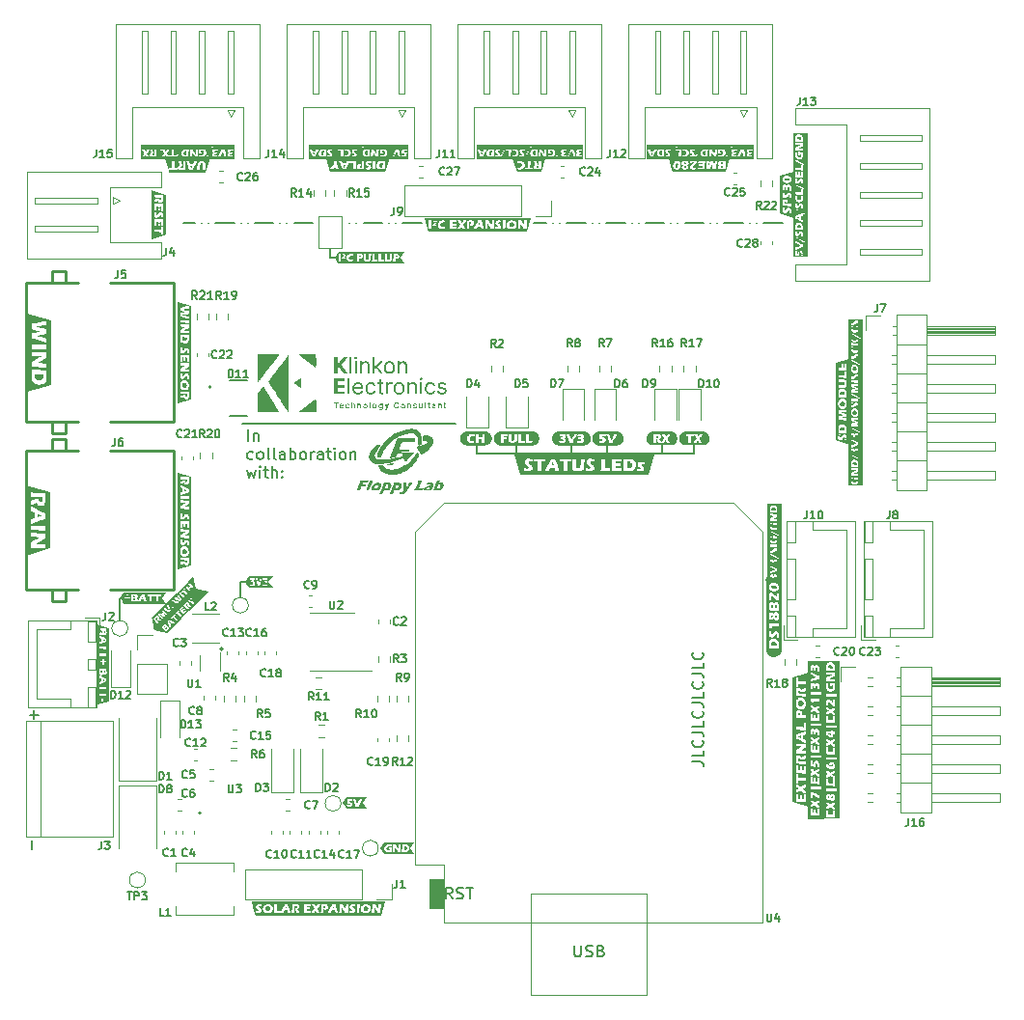
<source format=gbr>
%TF.GenerationSoftware,KiCad,Pcbnew,8.0.2*%
%TF.CreationDate,2024-05-30T14:16:54+02:00*%
%TF.ProjectId,Weather_IOT_1.0,57656174-6865-4725-9f49-4f545f312e30,1.0*%
%TF.SameCoordinates,Original*%
%TF.FileFunction,Legend,Top*%
%TF.FilePolarity,Positive*%
%FSLAX46Y46*%
G04 Gerber Fmt 4.6, Leading zero omitted, Abs format (unit mm)*
G04 Created by KiCad (PCBNEW 8.0.2) date 2024-05-30 14:16:54*
%MOMM*%
%LPD*%
G01*
G04 APERTURE LIST*
%ADD10C,0.150000*%
%ADD11C,0.000000*%
%ADD12C,0.120000*%
%ADD13C,0.254000*%
%ADD14C,0.200000*%
%ADD15C,0.100000*%
%ADD16C,0.127000*%
G04 APERTURE END LIST*
D10*
X158749819Y-125217506D02*
X159464104Y-125217506D01*
X159464104Y-125217506D02*
X159606961Y-125265125D01*
X159606961Y-125265125D02*
X159702200Y-125360363D01*
X159702200Y-125360363D02*
X159749819Y-125503220D01*
X159749819Y-125503220D02*
X159749819Y-125598458D01*
X159749819Y-124265125D02*
X159749819Y-124741315D01*
X159749819Y-124741315D02*
X158749819Y-124741315D01*
X159654580Y-123360363D02*
X159702200Y-123407982D01*
X159702200Y-123407982D02*
X159749819Y-123550839D01*
X159749819Y-123550839D02*
X159749819Y-123646077D01*
X159749819Y-123646077D02*
X159702200Y-123788934D01*
X159702200Y-123788934D02*
X159606961Y-123884172D01*
X159606961Y-123884172D02*
X159511723Y-123931791D01*
X159511723Y-123931791D02*
X159321247Y-123979410D01*
X159321247Y-123979410D02*
X159178390Y-123979410D01*
X159178390Y-123979410D02*
X158987914Y-123931791D01*
X158987914Y-123931791D02*
X158892676Y-123884172D01*
X158892676Y-123884172D02*
X158797438Y-123788934D01*
X158797438Y-123788934D02*
X158749819Y-123646077D01*
X158749819Y-123646077D02*
X158749819Y-123550839D01*
X158749819Y-123550839D02*
X158797438Y-123407982D01*
X158797438Y-123407982D02*
X158845057Y-123360363D01*
X158749819Y-122646077D02*
X159464104Y-122646077D01*
X159464104Y-122646077D02*
X159606961Y-122693696D01*
X159606961Y-122693696D02*
X159702200Y-122788934D01*
X159702200Y-122788934D02*
X159749819Y-122931791D01*
X159749819Y-122931791D02*
X159749819Y-123027029D01*
X159749819Y-121693696D02*
X159749819Y-122169886D01*
X159749819Y-122169886D02*
X158749819Y-122169886D01*
X159654580Y-120788934D02*
X159702200Y-120836553D01*
X159702200Y-120836553D02*
X159749819Y-120979410D01*
X159749819Y-120979410D02*
X159749819Y-121074648D01*
X159749819Y-121074648D02*
X159702200Y-121217505D01*
X159702200Y-121217505D02*
X159606961Y-121312743D01*
X159606961Y-121312743D02*
X159511723Y-121360362D01*
X159511723Y-121360362D02*
X159321247Y-121407981D01*
X159321247Y-121407981D02*
X159178390Y-121407981D01*
X159178390Y-121407981D02*
X158987914Y-121360362D01*
X158987914Y-121360362D02*
X158892676Y-121312743D01*
X158892676Y-121312743D02*
X158797438Y-121217505D01*
X158797438Y-121217505D02*
X158749819Y-121074648D01*
X158749819Y-121074648D02*
X158749819Y-120979410D01*
X158749819Y-120979410D02*
X158797438Y-120836553D01*
X158797438Y-120836553D02*
X158845057Y-120788934D01*
X158749819Y-120074648D02*
X159464104Y-120074648D01*
X159464104Y-120074648D02*
X159606961Y-120122267D01*
X159606961Y-120122267D02*
X159702200Y-120217505D01*
X159702200Y-120217505D02*
X159749819Y-120360362D01*
X159749819Y-120360362D02*
X159749819Y-120455600D01*
X159749819Y-119122267D02*
X159749819Y-119598457D01*
X159749819Y-119598457D02*
X158749819Y-119598457D01*
X159654580Y-118217505D02*
X159702200Y-118265124D01*
X159702200Y-118265124D02*
X159749819Y-118407981D01*
X159749819Y-118407981D02*
X159749819Y-118503219D01*
X159749819Y-118503219D02*
X159702200Y-118646076D01*
X159702200Y-118646076D02*
X159606961Y-118741314D01*
X159606961Y-118741314D02*
X159511723Y-118788933D01*
X159511723Y-118788933D02*
X159321247Y-118836552D01*
X159321247Y-118836552D02*
X159178390Y-118836552D01*
X159178390Y-118836552D02*
X158987914Y-118788933D01*
X158987914Y-118788933D02*
X158892676Y-118741314D01*
X158892676Y-118741314D02*
X158797438Y-118646076D01*
X158797438Y-118646076D02*
X158749819Y-118503219D01*
X158749819Y-118503219D02*
X158749819Y-118407981D01*
X158749819Y-118407981D02*
X158797438Y-118265124D01*
X158797438Y-118265124D02*
X158845057Y-118217505D01*
X158749819Y-117503219D02*
X159464104Y-117503219D01*
X159464104Y-117503219D02*
X159606961Y-117550838D01*
X159606961Y-117550838D02*
X159702200Y-117646076D01*
X159702200Y-117646076D02*
X159749819Y-117788933D01*
X159749819Y-117788933D02*
X159749819Y-117884171D01*
X159749819Y-116550838D02*
X159749819Y-117027028D01*
X159749819Y-117027028D02*
X158749819Y-117027028D01*
X159654580Y-115646076D02*
X159702200Y-115693695D01*
X159702200Y-115693695D02*
X159749819Y-115836552D01*
X159749819Y-115836552D02*
X159749819Y-115931790D01*
X159749819Y-115931790D02*
X159702200Y-116074647D01*
X159702200Y-116074647D02*
X159606961Y-116169885D01*
X159606961Y-116169885D02*
X159511723Y-116217504D01*
X159511723Y-116217504D02*
X159321247Y-116265123D01*
X159321247Y-116265123D02*
X159178390Y-116265123D01*
X159178390Y-116265123D02*
X158987914Y-116217504D01*
X158987914Y-116217504D02*
X158892676Y-116169885D01*
X158892676Y-116169885D02*
X158797438Y-116074647D01*
X158797438Y-116074647D02*
X158749819Y-115931790D01*
X158749819Y-115931790D02*
X158749819Y-115836552D01*
X158749819Y-115836552D02*
X158797438Y-115693695D01*
X158797438Y-115693695D02*
X158845057Y-115646076D01*
X139852400Y-97485200D02*
X139852400Y-98247200D01*
X119132193Y-109487000D02*
X119133000Y-110814000D01*
X166674800Y-77978000D02*
X165024800Y-77978000D01*
X164424800Y-77978000D02*
X164424800Y-77978000D01*
X163824800Y-77978000D02*
X163824800Y-77978000D01*
X163224800Y-77978000D02*
X161574800Y-77978000D01*
X160974800Y-77978000D02*
X160974800Y-77978000D01*
X160374800Y-77978000D02*
X160374800Y-77978000D01*
X159774800Y-77978000D02*
X158124800Y-77978000D01*
X157524800Y-77978000D02*
X157524800Y-77978000D01*
X156924800Y-77978000D02*
X156924800Y-77978000D01*
X156324800Y-77978000D02*
X154674800Y-77978000D01*
X154074800Y-77978000D02*
X154074800Y-77978000D01*
X153474800Y-77978000D02*
X153474800Y-77978000D01*
X152874800Y-77978000D02*
X151224800Y-77978000D01*
X150624800Y-77978000D02*
X150624800Y-77978000D01*
X150024800Y-77978000D02*
X150024800Y-77978000D01*
X149424800Y-77978000D02*
X147774800Y-77978000D01*
X147174800Y-77978000D02*
X147174800Y-77978000D01*
X146574800Y-77978000D02*
X146574800Y-77978000D01*
X145974800Y-77978000D02*
X144881600Y-77978000D01*
X151333200Y-97485200D02*
X151333200Y-98196400D01*
X156108400Y-97485200D02*
X156108400Y-98247200D01*
X108559600Y-110884000D02*
X108559600Y-112830000D01*
X158902400Y-98247200D02*
X158902400Y-97485200D01*
X165303200Y-109321600D02*
X165477813Y-109081962D01*
X143357600Y-97485200D02*
X143357600Y-98247200D01*
X135026400Y-77978000D02*
X133376400Y-77978000D01*
X132776400Y-77978000D02*
X132776400Y-77978000D01*
X132176400Y-77978000D02*
X132176400Y-77978000D01*
X131576400Y-77978000D02*
X129926400Y-77978000D01*
X129326400Y-77978000D02*
X129326400Y-77978000D01*
X128726400Y-77978000D02*
X128726400Y-77978000D01*
X119278400Y-95549576D02*
X138023600Y-95549576D01*
X139852400Y-98247200D02*
X158902400Y-98247200D01*
X127000000Y-81026000D02*
X127457200Y-81026000D01*
X119132193Y-109487000D02*
X119582592Y-109487000D01*
X117609000Y-115324000D02*
G75*
G02*
X117355000Y-115324000I-127000J0D01*
G01*
X117355000Y-115324000D02*
G75*
G02*
X117609000Y-115324000I127000J0D01*
G01*
X125483000Y-78000000D02*
X123833000Y-77999210D01*
X123233000Y-77998923D02*
X123233000Y-77998923D01*
X122633000Y-77998636D02*
X122633000Y-77998636D01*
X122033000Y-77998348D02*
X120383001Y-77997558D01*
X119783001Y-77997271D02*
X119783001Y-77997271D01*
X119183001Y-77996984D02*
X119183001Y-77996984D01*
X118583001Y-77996697D02*
X116933001Y-77995907D01*
X116333001Y-77995619D02*
X116333001Y-77995619D01*
X115733001Y-77995332D02*
X115733001Y-77995332D01*
X115133001Y-77995045D02*
X114160000Y-77994580D01*
X148183600Y-97485200D02*
X148183600Y-98247200D01*
X127000000Y-80140000D02*
X127000000Y-81026000D01*
X100653779Y-121146866D02*
X101415684Y-121146866D01*
X101034731Y-121527819D02*
X101034731Y-120765914D01*
X119800119Y-97090530D02*
X119800119Y-96090530D01*
X120276309Y-96423863D02*
X120276309Y-97090530D01*
X120276309Y-96519101D02*
X120323928Y-96471482D01*
X120323928Y-96471482D02*
X120419166Y-96423863D01*
X120419166Y-96423863D02*
X120562023Y-96423863D01*
X120562023Y-96423863D02*
X120657261Y-96471482D01*
X120657261Y-96471482D02*
X120704880Y-96566720D01*
X120704880Y-96566720D02*
X120704880Y-97090530D01*
X120228690Y-98652855D02*
X120133452Y-98700474D01*
X120133452Y-98700474D02*
X119942976Y-98700474D01*
X119942976Y-98700474D02*
X119847738Y-98652855D01*
X119847738Y-98652855D02*
X119800119Y-98605235D01*
X119800119Y-98605235D02*
X119752500Y-98509997D01*
X119752500Y-98509997D02*
X119752500Y-98224283D01*
X119752500Y-98224283D02*
X119800119Y-98129045D01*
X119800119Y-98129045D02*
X119847738Y-98081426D01*
X119847738Y-98081426D02*
X119942976Y-98033807D01*
X119942976Y-98033807D02*
X120133452Y-98033807D01*
X120133452Y-98033807D02*
X120228690Y-98081426D01*
X120800119Y-98700474D02*
X120704881Y-98652855D01*
X120704881Y-98652855D02*
X120657262Y-98605235D01*
X120657262Y-98605235D02*
X120609643Y-98509997D01*
X120609643Y-98509997D02*
X120609643Y-98224283D01*
X120609643Y-98224283D02*
X120657262Y-98129045D01*
X120657262Y-98129045D02*
X120704881Y-98081426D01*
X120704881Y-98081426D02*
X120800119Y-98033807D01*
X120800119Y-98033807D02*
X120942976Y-98033807D01*
X120942976Y-98033807D02*
X121038214Y-98081426D01*
X121038214Y-98081426D02*
X121085833Y-98129045D01*
X121085833Y-98129045D02*
X121133452Y-98224283D01*
X121133452Y-98224283D02*
X121133452Y-98509997D01*
X121133452Y-98509997D02*
X121085833Y-98605235D01*
X121085833Y-98605235D02*
X121038214Y-98652855D01*
X121038214Y-98652855D02*
X120942976Y-98700474D01*
X120942976Y-98700474D02*
X120800119Y-98700474D01*
X121704881Y-98700474D02*
X121609643Y-98652855D01*
X121609643Y-98652855D02*
X121562024Y-98557616D01*
X121562024Y-98557616D02*
X121562024Y-97700474D01*
X122228691Y-98700474D02*
X122133453Y-98652855D01*
X122133453Y-98652855D02*
X122085834Y-98557616D01*
X122085834Y-98557616D02*
X122085834Y-97700474D01*
X123038215Y-98700474D02*
X123038215Y-98176664D01*
X123038215Y-98176664D02*
X122990596Y-98081426D01*
X122990596Y-98081426D02*
X122895358Y-98033807D01*
X122895358Y-98033807D02*
X122704882Y-98033807D01*
X122704882Y-98033807D02*
X122609644Y-98081426D01*
X123038215Y-98652855D02*
X122942977Y-98700474D01*
X122942977Y-98700474D02*
X122704882Y-98700474D01*
X122704882Y-98700474D02*
X122609644Y-98652855D01*
X122609644Y-98652855D02*
X122562025Y-98557616D01*
X122562025Y-98557616D02*
X122562025Y-98462378D01*
X122562025Y-98462378D02*
X122609644Y-98367140D01*
X122609644Y-98367140D02*
X122704882Y-98319521D01*
X122704882Y-98319521D02*
X122942977Y-98319521D01*
X122942977Y-98319521D02*
X123038215Y-98271902D01*
X123514406Y-98700474D02*
X123514406Y-97700474D01*
X123514406Y-98081426D02*
X123609644Y-98033807D01*
X123609644Y-98033807D02*
X123800120Y-98033807D01*
X123800120Y-98033807D02*
X123895358Y-98081426D01*
X123895358Y-98081426D02*
X123942977Y-98129045D01*
X123942977Y-98129045D02*
X123990596Y-98224283D01*
X123990596Y-98224283D02*
X123990596Y-98509997D01*
X123990596Y-98509997D02*
X123942977Y-98605235D01*
X123942977Y-98605235D02*
X123895358Y-98652855D01*
X123895358Y-98652855D02*
X123800120Y-98700474D01*
X123800120Y-98700474D02*
X123609644Y-98700474D01*
X123609644Y-98700474D02*
X123514406Y-98652855D01*
X124562025Y-98700474D02*
X124466787Y-98652855D01*
X124466787Y-98652855D02*
X124419168Y-98605235D01*
X124419168Y-98605235D02*
X124371549Y-98509997D01*
X124371549Y-98509997D02*
X124371549Y-98224283D01*
X124371549Y-98224283D02*
X124419168Y-98129045D01*
X124419168Y-98129045D02*
X124466787Y-98081426D01*
X124466787Y-98081426D02*
X124562025Y-98033807D01*
X124562025Y-98033807D02*
X124704882Y-98033807D01*
X124704882Y-98033807D02*
X124800120Y-98081426D01*
X124800120Y-98081426D02*
X124847739Y-98129045D01*
X124847739Y-98129045D02*
X124895358Y-98224283D01*
X124895358Y-98224283D02*
X124895358Y-98509997D01*
X124895358Y-98509997D02*
X124847739Y-98605235D01*
X124847739Y-98605235D02*
X124800120Y-98652855D01*
X124800120Y-98652855D02*
X124704882Y-98700474D01*
X124704882Y-98700474D02*
X124562025Y-98700474D01*
X125323930Y-98700474D02*
X125323930Y-98033807D01*
X125323930Y-98224283D02*
X125371549Y-98129045D01*
X125371549Y-98129045D02*
X125419168Y-98081426D01*
X125419168Y-98081426D02*
X125514406Y-98033807D01*
X125514406Y-98033807D02*
X125609644Y-98033807D01*
X126371549Y-98700474D02*
X126371549Y-98176664D01*
X126371549Y-98176664D02*
X126323930Y-98081426D01*
X126323930Y-98081426D02*
X126228692Y-98033807D01*
X126228692Y-98033807D02*
X126038216Y-98033807D01*
X126038216Y-98033807D02*
X125942978Y-98081426D01*
X126371549Y-98652855D02*
X126276311Y-98700474D01*
X126276311Y-98700474D02*
X126038216Y-98700474D01*
X126038216Y-98700474D02*
X125942978Y-98652855D01*
X125942978Y-98652855D02*
X125895359Y-98557616D01*
X125895359Y-98557616D02*
X125895359Y-98462378D01*
X125895359Y-98462378D02*
X125942978Y-98367140D01*
X125942978Y-98367140D02*
X126038216Y-98319521D01*
X126038216Y-98319521D02*
X126276311Y-98319521D01*
X126276311Y-98319521D02*
X126371549Y-98271902D01*
X126704883Y-98033807D02*
X127085835Y-98033807D01*
X126847740Y-97700474D02*
X126847740Y-98557616D01*
X126847740Y-98557616D02*
X126895359Y-98652855D01*
X126895359Y-98652855D02*
X126990597Y-98700474D01*
X126990597Y-98700474D02*
X127085835Y-98700474D01*
X127419169Y-98700474D02*
X127419169Y-98033807D01*
X127419169Y-97700474D02*
X127371550Y-97748093D01*
X127371550Y-97748093D02*
X127419169Y-97795712D01*
X127419169Y-97795712D02*
X127466788Y-97748093D01*
X127466788Y-97748093D02*
X127419169Y-97700474D01*
X127419169Y-97700474D02*
X127419169Y-97795712D01*
X128038216Y-98700474D02*
X127942978Y-98652855D01*
X127942978Y-98652855D02*
X127895359Y-98605235D01*
X127895359Y-98605235D02*
X127847740Y-98509997D01*
X127847740Y-98509997D02*
X127847740Y-98224283D01*
X127847740Y-98224283D02*
X127895359Y-98129045D01*
X127895359Y-98129045D02*
X127942978Y-98081426D01*
X127942978Y-98081426D02*
X128038216Y-98033807D01*
X128038216Y-98033807D02*
X128181073Y-98033807D01*
X128181073Y-98033807D02*
X128276311Y-98081426D01*
X128276311Y-98081426D02*
X128323930Y-98129045D01*
X128323930Y-98129045D02*
X128371549Y-98224283D01*
X128371549Y-98224283D02*
X128371549Y-98509997D01*
X128371549Y-98509997D02*
X128323930Y-98605235D01*
X128323930Y-98605235D02*
X128276311Y-98652855D01*
X128276311Y-98652855D02*
X128181073Y-98700474D01*
X128181073Y-98700474D02*
X128038216Y-98700474D01*
X128800121Y-98033807D02*
X128800121Y-98700474D01*
X128800121Y-98129045D02*
X128847740Y-98081426D01*
X128847740Y-98081426D02*
X128942978Y-98033807D01*
X128942978Y-98033807D02*
X129085835Y-98033807D01*
X129085835Y-98033807D02*
X129181073Y-98081426D01*
X129181073Y-98081426D02*
X129228692Y-98176664D01*
X129228692Y-98176664D02*
X129228692Y-98700474D01*
X119704881Y-99643751D02*
X119895357Y-100310418D01*
X119895357Y-100310418D02*
X120085833Y-99834227D01*
X120085833Y-99834227D02*
X120276309Y-100310418D01*
X120276309Y-100310418D02*
X120466785Y-99643751D01*
X120847738Y-100310418D02*
X120847738Y-99643751D01*
X120847738Y-99310418D02*
X120800119Y-99358037D01*
X120800119Y-99358037D02*
X120847738Y-99405656D01*
X120847738Y-99405656D02*
X120895357Y-99358037D01*
X120895357Y-99358037D02*
X120847738Y-99310418D01*
X120847738Y-99310418D02*
X120847738Y-99405656D01*
X121181071Y-99643751D02*
X121562023Y-99643751D01*
X121323928Y-99310418D02*
X121323928Y-100167560D01*
X121323928Y-100167560D02*
X121371547Y-100262799D01*
X121371547Y-100262799D02*
X121466785Y-100310418D01*
X121466785Y-100310418D02*
X121562023Y-100310418D01*
X121895357Y-100310418D02*
X121895357Y-99310418D01*
X122323928Y-100310418D02*
X122323928Y-99786608D01*
X122323928Y-99786608D02*
X122276309Y-99691370D01*
X122276309Y-99691370D02*
X122181071Y-99643751D01*
X122181071Y-99643751D02*
X122038214Y-99643751D01*
X122038214Y-99643751D02*
X121942976Y-99691370D01*
X121942976Y-99691370D02*
X121895357Y-99738989D01*
X122800119Y-100215179D02*
X122847738Y-100262799D01*
X122847738Y-100262799D02*
X122800119Y-100310418D01*
X122800119Y-100310418D02*
X122752500Y-100262799D01*
X122752500Y-100262799D02*
X122800119Y-100215179D01*
X122800119Y-100215179D02*
X122800119Y-100310418D01*
X122800119Y-99691370D02*
X122847738Y-99738989D01*
X122847738Y-99738989D02*
X122800119Y-99786608D01*
X122800119Y-99786608D02*
X122752500Y-99738989D01*
X122752500Y-99738989D02*
X122800119Y-99691370D01*
X122800119Y-99691370D02*
X122800119Y-99786608D01*
X100828133Y-132154779D02*
X100828133Y-132916684D01*
X113682333Y-115065366D02*
X113649000Y-115098700D01*
X113649000Y-115098700D02*
X113549000Y-115132033D01*
X113549000Y-115132033D02*
X113482333Y-115132033D01*
X113482333Y-115132033D02*
X113382333Y-115098700D01*
X113382333Y-115098700D02*
X113315667Y-115032033D01*
X113315667Y-115032033D02*
X113282333Y-114965366D01*
X113282333Y-114965366D02*
X113249000Y-114832033D01*
X113249000Y-114832033D02*
X113249000Y-114732033D01*
X113249000Y-114732033D02*
X113282333Y-114598700D01*
X113282333Y-114598700D02*
X113315667Y-114532033D01*
X113315667Y-114532033D02*
X113382333Y-114465366D01*
X113382333Y-114465366D02*
X113482333Y-114432033D01*
X113482333Y-114432033D02*
X113549000Y-114432033D01*
X113549000Y-114432033D02*
X113649000Y-114465366D01*
X113649000Y-114465366D02*
X113682333Y-114498700D01*
X113915667Y-114432033D02*
X114349000Y-114432033D01*
X114349000Y-114432033D02*
X114115667Y-114698700D01*
X114115667Y-114698700D02*
X114215667Y-114698700D01*
X114215667Y-114698700D02*
X114282333Y-114732033D01*
X114282333Y-114732033D02*
X114315667Y-114765366D01*
X114315667Y-114765366D02*
X114349000Y-114832033D01*
X114349000Y-114832033D02*
X114349000Y-114998700D01*
X114349000Y-114998700D02*
X114315667Y-115065366D01*
X114315667Y-115065366D02*
X114282333Y-115098700D01*
X114282333Y-115098700D02*
X114215667Y-115132033D01*
X114215667Y-115132033D02*
X114015667Y-115132033D01*
X114015667Y-115132033D02*
X113949000Y-115098700D01*
X113949000Y-115098700D02*
X113915667Y-115065366D01*
X108380666Y-82130433D02*
X108380666Y-82630433D01*
X108380666Y-82630433D02*
X108347333Y-82730433D01*
X108347333Y-82730433D02*
X108280666Y-82797100D01*
X108280666Y-82797100D02*
X108180666Y-82830433D01*
X108180666Y-82830433D02*
X108114000Y-82830433D01*
X109047333Y-82130433D02*
X108713999Y-82130433D01*
X108713999Y-82130433D02*
X108680666Y-82463766D01*
X108680666Y-82463766D02*
X108713999Y-82430433D01*
X108713999Y-82430433D02*
X108780666Y-82397100D01*
X108780666Y-82397100D02*
X108947333Y-82397100D01*
X108947333Y-82397100D02*
X109013999Y-82430433D01*
X109013999Y-82430433D02*
X109047333Y-82463766D01*
X109047333Y-82463766D02*
X109080666Y-82530433D01*
X109080666Y-82530433D02*
X109080666Y-82697100D01*
X109080666Y-82697100D02*
X109047333Y-82763766D01*
X109047333Y-82763766D02*
X109013999Y-82797100D01*
X109013999Y-82797100D02*
X108947333Y-82830433D01*
X108947333Y-82830433D02*
X108780666Y-82830433D01*
X108780666Y-82830433D02*
X108713999Y-82797100D01*
X108713999Y-82797100D02*
X108680666Y-82763766D01*
X168223333Y-66934033D02*
X168223333Y-67434033D01*
X168223333Y-67434033D02*
X168190000Y-67534033D01*
X168190000Y-67534033D02*
X168123333Y-67600700D01*
X168123333Y-67600700D02*
X168023333Y-67634033D01*
X168023333Y-67634033D02*
X167956667Y-67634033D01*
X168923333Y-67634033D02*
X168523333Y-67634033D01*
X168723333Y-67634033D02*
X168723333Y-66934033D01*
X168723333Y-66934033D02*
X168656666Y-67034033D01*
X168656666Y-67034033D02*
X168590000Y-67100700D01*
X168590000Y-67100700D02*
X168523333Y-67134033D01*
X169156667Y-66934033D02*
X169590000Y-66934033D01*
X169590000Y-66934033D02*
X169356667Y-67200700D01*
X169356667Y-67200700D02*
X169456667Y-67200700D01*
X169456667Y-67200700D02*
X169523333Y-67234033D01*
X169523333Y-67234033D02*
X169556667Y-67267366D01*
X169556667Y-67267366D02*
X169590000Y-67334033D01*
X169590000Y-67334033D02*
X169590000Y-67500700D01*
X169590000Y-67500700D02*
X169556667Y-67567366D01*
X169556667Y-67567366D02*
X169523333Y-67600700D01*
X169523333Y-67600700D02*
X169456667Y-67634033D01*
X169456667Y-67634033D02*
X169256667Y-67634033D01*
X169256667Y-67634033D02*
X169190000Y-67600700D01*
X169190000Y-67600700D02*
X169156667Y-67567366D01*
X176098466Y-103215233D02*
X176098466Y-103715233D01*
X176098466Y-103715233D02*
X176065133Y-103815233D01*
X176065133Y-103815233D02*
X175998466Y-103881900D01*
X175998466Y-103881900D02*
X175898466Y-103915233D01*
X175898466Y-103915233D02*
X175831800Y-103915233D01*
X176531799Y-103515233D02*
X176465133Y-103481900D01*
X176465133Y-103481900D02*
X176431799Y-103448566D01*
X176431799Y-103448566D02*
X176398466Y-103381900D01*
X176398466Y-103381900D02*
X176398466Y-103348566D01*
X176398466Y-103348566D02*
X176431799Y-103281900D01*
X176431799Y-103281900D02*
X176465133Y-103248566D01*
X176465133Y-103248566D02*
X176531799Y-103215233D01*
X176531799Y-103215233D02*
X176665133Y-103215233D01*
X176665133Y-103215233D02*
X176731799Y-103248566D01*
X176731799Y-103248566D02*
X176765133Y-103281900D01*
X176765133Y-103281900D02*
X176798466Y-103348566D01*
X176798466Y-103348566D02*
X176798466Y-103381900D01*
X176798466Y-103381900D02*
X176765133Y-103448566D01*
X176765133Y-103448566D02*
X176731799Y-103481900D01*
X176731799Y-103481900D02*
X176665133Y-103515233D01*
X176665133Y-103515233D02*
X176531799Y-103515233D01*
X176531799Y-103515233D02*
X176465133Y-103548566D01*
X176465133Y-103548566D02*
X176431799Y-103581900D01*
X176431799Y-103581900D02*
X176398466Y-103648566D01*
X176398466Y-103648566D02*
X176398466Y-103781900D01*
X176398466Y-103781900D02*
X176431799Y-103848566D01*
X176431799Y-103848566D02*
X176465133Y-103881900D01*
X176465133Y-103881900D02*
X176531799Y-103915233D01*
X176531799Y-103915233D02*
X176665133Y-103915233D01*
X176665133Y-103915233D02*
X176731799Y-103881900D01*
X176731799Y-103881900D02*
X176765133Y-103848566D01*
X176765133Y-103848566D02*
X176798466Y-103781900D01*
X176798466Y-103781900D02*
X176798466Y-103648566D01*
X176798466Y-103648566D02*
X176765133Y-103581900D01*
X176765133Y-103581900D02*
X176731799Y-103548566D01*
X176731799Y-103548566D02*
X176665133Y-103515233D01*
X109212666Y-136657033D02*
X109612666Y-136657033D01*
X109412666Y-137357033D02*
X109412666Y-136657033D01*
X109845999Y-137357033D02*
X109845999Y-136657033D01*
X109845999Y-136657033D02*
X110112666Y-136657033D01*
X110112666Y-136657033D02*
X110179333Y-136690366D01*
X110179333Y-136690366D02*
X110212666Y-136723700D01*
X110212666Y-136723700D02*
X110245999Y-136790366D01*
X110245999Y-136790366D02*
X110245999Y-136890366D01*
X110245999Y-136890366D02*
X110212666Y-136957033D01*
X110212666Y-136957033D02*
X110179333Y-136990366D01*
X110179333Y-136990366D02*
X110112666Y-137023700D01*
X110112666Y-137023700D02*
X109845999Y-137023700D01*
X110479333Y-136657033D02*
X110912666Y-136657033D01*
X110912666Y-136657033D02*
X110679333Y-136923700D01*
X110679333Y-136923700D02*
X110779333Y-136923700D01*
X110779333Y-136923700D02*
X110845999Y-136957033D01*
X110845999Y-136957033D02*
X110879333Y-136990366D01*
X110879333Y-136990366D02*
X110912666Y-137057033D01*
X110912666Y-137057033D02*
X110912666Y-137223700D01*
X110912666Y-137223700D02*
X110879333Y-137290366D01*
X110879333Y-137290366D02*
X110845999Y-137323700D01*
X110845999Y-137323700D02*
X110779333Y-137357033D01*
X110779333Y-137357033D02*
X110579333Y-137357033D01*
X110579333Y-137357033D02*
X110512666Y-137323700D01*
X110512666Y-137323700D02*
X110479333Y-137290366D01*
X121048333Y-121355033D02*
X120815000Y-121021700D01*
X120648333Y-121355033D02*
X120648333Y-120655033D01*
X120648333Y-120655033D02*
X120915000Y-120655033D01*
X120915000Y-120655033D02*
X120981667Y-120688366D01*
X120981667Y-120688366D02*
X121015000Y-120721700D01*
X121015000Y-120721700D02*
X121048333Y-120788366D01*
X121048333Y-120788366D02*
X121048333Y-120888366D01*
X121048333Y-120888366D02*
X121015000Y-120955033D01*
X121015000Y-120955033D02*
X120981667Y-120988366D01*
X120981667Y-120988366D02*
X120915000Y-121021700D01*
X120915000Y-121021700D02*
X120648333Y-121021700D01*
X121681667Y-120655033D02*
X121348333Y-120655033D01*
X121348333Y-120655033D02*
X121315000Y-120988366D01*
X121315000Y-120988366D02*
X121348333Y-120955033D01*
X121348333Y-120955033D02*
X121415000Y-120921700D01*
X121415000Y-120921700D02*
X121581667Y-120921700D01*
X121581667Y-120921700D02*
X121648333Y-120955033D01*
X121648333Y-120955033D02*
X121681667Y-120988366D01*
X121681667Y-120988366D02*
X121715000Y-121055033D01*
X121715000Y-121055033D02*
X121715000Y-121221700D01*
X121715000Y-121221700D02*
X121681667Y-121288366D01*
X121681667Y-121288366D02*
X121648333Y-121321700D01*
X121648333Y-121321700D02*
X121581667Y-121355033D01*
X121581667Y-121355033D02*
X121415000Y-121355033D01*
X121415000Y-121355033D02*
X121348333Y-121321700D01*
X121348333Y-121321700D02*
X121315000Y-121288366D01*
X159376799Y-92399033D02*
X159376799Y-91699033D01*
X159376799Y-91699033D02*
X159543466Y-91699033D01*
X159543466Y-91699033D02*
X159643466Y-91732366D01*
X159643466Y-91732366D02*
X159710133Y-91799033D01*
X159710133Y-91799033D02*
X159743466Y-91865700D01*
X159743466Y-91865700D02*
X159776799Y-91999033D01*
X159776799Y-91999033D02*
X159776799Y-92099033D01*
X159776799Y-92099033D02*
X159743466Y-92232366D01*
X159743466Y-92232366D02*
X159710133Y-92299033D01*
X159710133Y-92299033D02*
X159643466Y-92365700D01*
X159643466Y-92365700D02*
X159543466Y-92399033D01*
X159543466Y-92399033D02*
X159376799Y-92399033D01*
X160443466Y-92399033D02*
X160043466Y-92399033D01*
X160243466Y-92399033D02*
X160243466Y-91699033D01*
X160243466Y-91699033D02*
X160176799Y-91799033D01*
X160176799Y-91799033D02*
X160110133Y-91865700D01*
X160110133Y-91865700D02*
X160043466Y-91899033D01*
X160876800Y-91699033D02*
X160943466Y-91699033D01*
X160943466Y-91699033D02*
X161010133Y-91732366D01*
X161010133Y-91732366D02*
X161043466Y-91765700D01*
X161043466Y-91765700D02*
X161076800Y-91832366D01*
X161076800Y-91832366D02*
X161110133Y-91965700D01*
X161110133Y-91965700D02*
X161110133Y-92132366D01*
X161110133Y-92132366D02*
X161076800Y-92265700D01*
X161076800Y-92265700D02*
X161043466Y-92332366D01*
X161043466Y-92332366D02*
X161010133Y-92365700D01*
X161010133Y-92365700D02*
X160943466Y-92399033D01*
X160943466Y-92399033D02*
X160876800Y-92399033D01*
X160876800Y-92399033D02*
X160810133Y-92365700D01*
X160810133Y-92365700D02*
X160776800Y-92332366D01*
X160776800Y-92332366D02*
X160743466Y-92265700D01*
X160743466Y-92265700D02*
X160710133Y-92132366D01*
X160710133Y-92132366D02*
X160710133Y-91965700D01*
X160710133Y-91965700D02*
X160743466Y-91832366D01*
X160743466Y-91832366D02*
X160776800Y-91765700D01*
X160776800Y-91765700D02*
X160810133Y-91732366D01*
X160810133Y-91732366D02*
X160876800Y-91699033D01*
X107306748Y-112143724D02*
X107306748Y-112643724D01*
X107306748Y-112643724D02*
X107273415Y-112743724D01*
X107273415Y-112743724D02*
X107206748Y-112810391D01*
X107206748Y-112810391D02*
X107106748Y-112843724D01*
X107106748Y-112843724D02*
X107040082Y-112843724D01*
X107606748Y-112210391D02*
X107640081Y-112177057D01*
X107640081Y-112177057D02*
X107706748Y-112143724D01*
X107706748Y-112143724D02*
X107873415Y-112143724D01*
X107873415Y-112143724D02*
X107940081Y-112177057D01*
X107940081Y-112177057D02*
X107973415Y-112210391D01*
X107973415Y-112210391D02*
X108006748Y-112277057D01*
X108006748Y-112277057D02*
X108006748Y-112343724D01*
X108006748Y-112343724D02*
X107973415Y-112443724D01*
X107973415Y-112443724D02*
X107573415Y-112843724D01*
X107573415Y-112843724D02*
X108006748Y-112843724D01*
X118091666Y-127259033D02*
X118091666Y-127825700D01*
X118091666Y-127825700D02*
X118125000Y-127892366D01*
X118125000Y-127892366D02*
X118158333Y-127925700D01*
X118158333Y-127925700D02*
X118225000Y-127959033D01*
X118225000Y-127959033D02*
X118358333Y-127959033D01*
X118358333Y-127959033D02*
X118425000Y-127925700D01*
X118425000Y-127925700D02*
X118458333Y-127892366D01*
X118458333Y-127892366D02*
X118491666Y-127825700D01*
X118491666Y-127825700D02*
X118491666Y-127259033D01*
X118758333Y-127259033D02*
X119191666Y-127259033D01*
X119191666Y-127259033D02*
X118958333Y-127525700D01*
X118958333Y-127525700D02*
X119058333Y-127525700D01*
X119058333Y-127525700D02*
X119124999Y-127559033D01*
X119124999Y-127559033D02*
X119158333Y-127592366D01*
X119158333Y-127592366D02*
X119191666Y-127659033D01*
X119191666Y-127659033D02*
X119191666Y-127825700D01*
X119191666Y-127825700D02*
X119158333Y-127892366D01*
X119158333Y-127892366D02*
X119124999Y-127925700D01*
X119124999Y-127925700D02*
X119058333Y-127959033D01*
X119058333Y-127959033D02*
X118858333Y-127959033D01*
X118858333Y-127959033D02*
X118791666Y-127925700D01*
X118791666Y-127925700D02*
X118758333Y-127892366D01*
X165767599Y-118680033D02*
X165534266Y-118346700D01*
X165367599Y-118680033D02*
X165367599Y-117980033D01*
X165367599Y-117980033D02*
X165634266Y-117980033D01*
X165634266Y-117980033D02*
X165700933Y-118013366D01*
X165700933Y-118013366D02*
X165734266Y-118046700D01*
X165734266Y-118046700D02*
X165767599Y-118113366D01*
X165767599Y-118113366D02*
X165767599Y-118213366D01*
X165767599Y-118213366D02*
X165734266Y-118280033D01*
X165734266Y-118280033D02*
X165700933Y-118313366D01*
X165700933Y-118313366D02*
X165634266Y-118346700D01*
X165634266Y-118346700D02*
X165367599Y-118346700D01*
X166434266Y-118680033D02*
X166034266Y-118680033D01*
X166234266Y-118680033D02*
X166234266Y-117980033D01*
X166234266Y-117980033D02*
X166167599Y-118080033D01*
X166167599Y-118080033D02*
X166100933Y-118146700D01*
X166100933Y-118146700D02*
X166034266Y-118180033D01*
X166834266Y-118280033D02*
X166767600Y-118246700D01*
X166767600Y-118246700D02*
X166734266Y-118213366D01*
X166734266Y-118213366D02*
X166700933Y-118146700D01*
X166700933Y-118146700D02*
X166700933Y-118113366D01*
X166700933Y-118113366D02*
X166734266Y-118046700D01*
X166734266Y-118046700D02*
X166767600Y-118013366D01*
X166767600Y-118013366D02*
X166834266Y-117980033D01*
X166834266Y-117980033D02*
X166967600Y-117980033D01*
X166967600Y-117980033D02*
X167034266Y-118013366D01*
X167034266Y-118013366D02*
X167067600Y-118046700D01*
X167067600Y-118046700D02*
X167100933Y-118113366D01*
X167100933Y-118113366D02*
X167100933Y-118146700D01*
X167100933Y-118146700D02*
X167067600Y-118213366D01*
X167067600Y-118213366D02*
X167034266Y-118246700D01*
X167034266Y-118246700D02*
X166967600Y-118280033D01*
X166967600Y-118280033D02*
X166834266Y-118280033D01*
X166834266Y-118280033D02*
X166767600Y-118313366D01*
X166767600Y-118313366D02*
X166734266Y-118346700D01*
X166734266Y-118346700D02*
X166700933Y-118413366D01*
X166700933Y-118413366D02*
X166700933Y-118546700D01*
X166700933Y-118546700D02*
X166734266Y-118613366D01*
X166734266Y-118613366D02*
X166767600Y-118646700D01*
X166767600Y-118646700D02*
X166834266Y-118680033D01*
X166834266Y-118680033D02*
X166967600Y-118680033D01*
X166967600Y-118680033D02*
X167034266Y-118646700D01*
X167034266Y-118646700D02*
X167067600Y-118613366D01*
X167067600Y-118613366D02*
X167100933Y-118546700D01*
X167100933Y-118546700D02*
X167100933Y-118413366D01*
X167100933Y-118413366D02*
X167067600Y-118346700D01*
X167067600Y-118346700D02*
X167034266Y-118313366D01*
X167034266Y-118313366D02*
X166967600Y-118280033D01*
X112012333Y-126816033D02*
X112012333Y-126116033D01*
X112012333Y-126116033D02*
X112179000Y-126116033D01*
X112179000Y-126116033D02*
X112279000Y-126149366D01*
X112279000Y-126149366D02*
X112345667Y-126216033D01*
X112345667Y-126216033D02*
X112379000Y-126282700D01*
X112379000Y-126282700D02*
X112412333Y-126416033D01*
X112412333Y-126416033D02*
X112412333Y-126516033D01*
X112412333Y-126516033D02*
X112379000Y-126649366D01*
X112379000Y-126649366D02*
X112345667Y-126716033D01*
X112345667Y-126716033D02*
X112279000Y-126782700D01*
X112279000Y-126782700D02*
X112179000Y-126816033D01*
X112179000Y-126816033D02*
X112012333Y-126816033D01*
X113079000Y-126816033D02*
X112679000Y-126816033D01*
X112879000Y-126816033D02*
X112879000Y-126116033D01*
X112879000Y-126116033D02*
X112812333Y-126216033D01*
X112812333Y-126216033D02*
X112745667Y-126282700D01*
X112745667Y-126282700D02*
X112679000Y-126316033D01*
X126048999Y-133607366D02*
X126015666Y-133640700D01*
X126015666Y-133640700D02*
X125915666Y-133674033D01*
X125915666Y-133674033D02*
X125848999Y-133674033D01*
X125848999Y-133674033D02*
X125748999Y-133640700D01*
X125748999Y-133640700D02*
X125682333Y-133574033D01*
X125682333Y-133574033D02*
X125648999Y-133507366D01*
X125648999Y-133507366D02*
X125615666Y-133374033D01*
X125615666Y-133374033D02*
X125615666Y-133274033D01*
X125615666Y-133274033D02*
X125648999Y-133140700D01*
X125648999Y-133140700D02*
X125682333Y-133074033D01*
X125682333Y-133074033D02*
X125748999Y-133007366D01*
X125748999Y-133007366D02*
X125848999Y-132974033D01*
X125848999Y-132974033D02*
X125915666Y-132974033D01*
X125915666Y-132974033D02*
X126015666Y-133007366D01*
X126015666Y-133007366D02*
X126048999Y-133040700D01*
X126715666Y-133674033D02*
X126315666Y-133674033D01*
X126515666Y-133674033D02*
X126515666Y-132974033D01*
X126515666Y-132974033D02*
X126448999Y-133074033D01*
X126448999Y-133074033D02*
X126382333Y-133140700D01*
X126382333Y-133140700D02*
X126315666Y-133174033D01*
X127315666Y-133207366D02*
X127315666Y-133674033D01*
X127149000Y-132940700D02*
X126982333Y-133440700D01*
X126982333Y-133440700D02*
X127415666Y-133440700D01*
X164822399Y-76778033D02*
X164589066Y-76444700D01*
X164422399Y-76778033D02*
X164422399Y-76078033D01*
X164422399Y-76078033D02*
X164689066Y-76078033D01*
X164689066Y-76078033D02*
X164755733Y-76111366D01*
X164755733Y-76111366D02*
X164789066Y-76144700D01*
X164789066Y-76144700D02*
X164822399Y-76211366D01*
X164822399Y-76211366D02*
X164822399Y-76311366D01*
X164822399Y-76311366D02*
X164789066Y-76378033D01*
X164789066Y-76378033D02*
X164755733Y-76411366D01*
X164755733Y-76411366D02*
X164689066Y-76444700D01*
X164689066Y-76444700D02*
X164422399Y-76444700D01*
X165089066Y-76144700D02*
X165122399Y-76111366D01*
X165122399Y-76111366D02*
X165189066Y-76078033D01*
X165189066Y-76078033D02*
X165355733Y-76078033D01*
X165355733Y-76078033D02*
X165422399Y-76111366D01*
X165422399Y-76111366D02*
X165455733Y-76144700D01*
X165455733Y-76144700D02*
X165489066Y-76211366D01*
X165489066Y-76211366D02*
X165489066Y-76278033D01*
X165489066Y-76278033D02*
X165455733Y-76378033D01*
X165455733Y-76378033D02*
X165055733Y-76778033D01*
X165055733Y-76778033D02*
X165489066Y-76778033D01*
X165755733Y-76144700D02*
X165789066Y-76111366D01*
X165789066Y-76111366D02*
X165855733Y-76078033D01*
X165855733Y-76078033D02*
X166022400Y-76078033D01*
X166022400Y-76078033D02*
X166089066Y-76111366D01*
X166089066Y-76111366D02*
X166122400Y-76144700D01*
X166122400Y-76144700D02*
X166155733Y-76211366D01*
X166155733Y-76211366D02*
X166155733Y-76278033D01*
X166155733Y-76278033D02*
X166122400Y-76378033D01*
X166122400Y-76378033D02*
X165722400Y-76778033D01*
X165722400Y-76778033D02*
X166155733Y-76778033D01*
X124004599Y-75652433D02*
X123771266Y-75319100D01*
X123604599Y-75652433D02*
X123604599Y-74952433D01*
X123604599Y-74952433D02*
X123871266Y-74952433D01*
X123871266Y-74952433D02*
X123937933Y-74985766D01*
X123937933Y-74985766D02*
X123971266Y-75019100D01*
X123971266Y-75019100D02*
X124004599Y-75085766D01*
X124004599Y-75085766D02*
X124004599Y-75185766D01*
X124004599Y-75185766D02*
X123971266Y-75252433D01*
X123971266Y-75252433D02*
X123937933Y-75285766D01*
X123937933Y-75285766D02*
X123871266Y-75319100D01*
X123871266Y-75319100D02*
X123604599Y-75319100D01*
X124671266Y-75652433D02*
X124271266Y-75652433D01*
X124471266Y-75652433D02*
X124471266Y-74952433D01*
X124471266Y-74952433D02*
X124404599Y-75052433D01*
X124404599Y-75052433D02*
X124337933Y-75119100D01*
X124337933Y-75119100D02*
X124271266Y-75152433D01*
X125271266Y-75185766D02*
X125271266Y-75652433D01*
X125104600Y-74919100D02*
X124937933Y-75419100D01*
X124937933Y-75419100D02*
X125371266Y-75419100D01*
X162059199Y-75525566D02*
X162025866Y-75558900D01*
X162025866Y-75558900D02*
X161925866Y-75592233D01*
X161925866Y-75592233D02*
X161859199Y-75592233D01*
X161859199Y-75592233D02*
X161759199Y-75558900D01*
X161759199Y-75558900D02*
X161692533Y-75492233D01*
X161692533Y-75492233D02*
X161659199Y-75425566D01*
X161659199Y-75425566D02*
X161625866Y-75292233D01*
X161625866Y-75292233D02*
X161625866Y-75192233D01*
X161625866Y-75192233D02*
X161659199Y-75058900D01*
X161659199Y-75058900D02*
X161692533Y-74992233D01*
X161692533Y-74992233D02*
X161759199Y-74925566D01*
X161759199Y-74925566D02*
X161859199Y-74892233D01*
X161859199Y-74892233D02*
X161925866Y-74892233D01*
X161925866Y-74892233D02*
X162025866Y-74925566D01*
X162025866Y-74925566D02*
X162059199Y-74958900D01*
X162325866Y-74958900D02*
X162359199Y-74925566D01*
X162359199Y-74925566D02*
X162425866Y-74892233D01*
X162425866Y-74892233D02*
X162592533Y-74892233D01*
X162592533Y-74892233D02*
X162659199Y-74925566D01*
X162659199Y-74925566D02*
X162692533Y-74958900D01*
X162692533Y-74958900D02*
X162725866Y-75025566D01*
X162725866Y-75025566D02*
X162725866Y-75092233D01*
X162725866Y-75092233D02*
X162692533Y-75192233D01*
X162692533Y-75192233D02*
X162292533Y-75592233D01*
X162292533Y-75592233D02*
X162725866Y-75592233D01*
X163359200Y-74892233D02*
X163025866Y-74892233D01*
X163025866Y-74892233D02*
X162992533Y-75225566D01*
X162992533Y-75225566D02*
X163025866Y-75192233D01*
X163025866Y-75192233D02*
X163092533Y-75158900D01*
X163092533Y-75158900D02*
X163259200Y-75158900D01*
X163259200Y-75158900D02*
X163325866Y-75192233D01*
X163325866Y-75192233D02*
X163359200Y-75225566D01*
X163359200Y-75225566D02*
X163392533Y-75292233D01*
X163392533Y-75292233D02*
X163392533Y-75458900D01*
X163392533Y-75458900D02*
X163359200Y-75525566D01*
X163359200Y-75525566D02*
X163325866Y-75558900D01*
X163325866Y-75558900D02*
X163259200Y-75592233D01*
X163259200Y-75592233D02*
X163092533Y-75592233D01*
X163092533Y-75592233D02*
X163025866Y-75558900D01*
X163025866Y-75558900D02*
X162992533Y-75525566D01*
X129096999Y-75652433D02*
X128863666Y-75319100D01*
X128696999Y-75652433D02*
X128696999Y-74952433D01*
X128696999Y-74952433D02*
X128963666Y-74952433D01*
X128963666Y-74952433D02*
X129030333Y-74985766D01*
X129030333Y-74985766D02*
X129063666Y-75019100D01*
X129063666Y-75019100D02*
X129096999Y-75085766D01*
X129096999Y-75085766D02*
X129096999Y-75185766D01*
X129096999Y-75185766D02*
X129063666Y-75252433D01*
X129063666Y-75252433D02*
X129030333Y-75285766D01*
X129030333Y-75285766D02*
X128963666Y-75319100D01*
X128963666Y-75319100D02*
X128696999Y-75319100D01*
X129763666Y-75652433D02*
X129363666Y-75652433D01*
X129563666Y-75652433D02*
X129563666Y-74952433D01*
X129563666Y-74952433D02*
X129496999Y-75052433D01*
X129496999Y-75052433D02*
X129430333Y-75119100D01*
X129430333Y-75119100D02*
X129363666Y-75152433D01*
X130397000Y-74952433D02*
X130063666Y-74952433D01*
X130063666Y-74952433D02*
X130030333Y-75285766D01*
X130030333Y-75285766D02*
X130063666Y-75252433D01*
X130063666Y-75252433D02*
X130130333Y-75219100D01*
X130130333Y-75219100D02*
X130297000Y-75219100D01*
X130297000Y-75219100D02*
X130363666Y-75252433D01*
X130363666Y-75252433D02*
X130397000Y-75285766D01*
X130397000Y-75285766D02*
X130430333Y-75352433D01*
X130430333Y-75352433D02*
X130430333Y-75519100D01*
X130430333Y-75519100D02*
X130397000Y-75585766D01*
X130397000Y-75585766D02*
X130363666Y-75619100D01*
X130363666Y-75619100D02*
X130297000Y-75652433D01*
X130297000Y-75652433D02*
X130130333Y-75652433D01*
X130130333Y-75652433D02*
X130063666Y-75619100D01*
X130063666Y-75619100D02*
X130030333Y-75585766D01*
X118047999Y-114176366D02*
X118014666Y-114209700D01*
X118014666Y-114209700D02*
X117914666Y-114243033D01*
X117914666Y-114243033D02*
X117847999Y-114243033D01*
X117847999Y-114243033D02*
X117747999Y-114209700D01*
X117747999Y-114209700D02*
X117681333Y-114143033D01*
X117681333Y-114143033D02*
X117647999Y-114076366D01*
X117647999Y-114076366D02*
X117614666Y-113943033D01*
X117614666Y-113943033D02*
X117614666Y-113843033D01*
X117614666Y-113843033D02*
X117647999Y-113709700D01*
X117647999Y-113709700D02*
X117681333Y-113643033D01*
X117681333Y-113643033D02*
X117747999Y-113576366D01*
X117747999Y-113576366D02*
X117847999Y-113543033D01*
X117847999Y-113543033D02*
X117914666Y-113543033D01*
X117914666Y-113543033D02*
X118014666Y-113576366D01*
X118014666Y-113576366D02*
X118047999Y-113609700D01*
X118714666Y-114243033D02*
X118314666Y-114243033D01*
X118514666Y-114243033D02*
X118514666Y-113543033D01*
X118514666Y-113543033D02*
X118447999Y-113643033D01*
X118447999Y-113643033D02*
X118381333Y-113709700D01*
X118381333Y-113709700D02*
X118314666Y-113743033D01*
X118948000Y-113543033D02*
X119381333Y-113543033D01*
X119381333Y-113543033D02*
X119148000Y-113809700D01*
X119148000Y-113809700D02*
X119248000Y-113809700D01*
X119248000Y-113809700D02*
X119314666Y-113843033D01*
X119314666Y-113843033D02*
X119348000Y-113876366D01*
X119348000Y-113876366D02*
X119381333Y-113943033D01*
X119381333Y-113943033D02*
X119381333Y-114109700D01*
X119381333Y-114109700D02*
X119348000Y-114176366D01*
X119348000Y-114176366D02*
X119314666Y-114209700D01*
X119314666Y-114209700D02*
X119248000Y-114243033D01*
X119248000Y-114243033D02*
X119048000Y-114243033D01*
X119048000Y-114243033D02*
X118981333Y-114209700D01*
X118981333Y-114209700D02*
X118948000Y-114176366D01*
X143254333Y-92389333D02*
X143254333Y-91689333D01*
X143254333Y-91689333D02*
X143421000Y-91689333D01*
X143421000Y-91689333D02*
X143521000Y-91722666D01*
X143521000Y-91722666D02*
X143587667Y-91789333D01*
X143587667Y-91789333D02*
X143621000Y-91856000D01*
X143621000Y-91856000D02*
X143654333Y-91989333D01*
X143654333Y-91989333D02*
X143654333Y-92089333D01*
X143654333Y-92089333D02*
X143621000Y-92222666D01*
X143621000Y-92222666D02*
X143587667Y-92289333D01*
X143587667Y-92289333D02*
X143521000Y-92356000D01*
X143521000Y-92356000D02*
X143421000Y-92389333D01*
X143421000Y-92389333D02*
X143254333Y-92389333D01*
X144287667Y-91689333D02*
X143954333Y-91689333D01*
X143954333Y-91689333D02*
X143921000Y-92022666D01*
X143921000Y-92022666D02*
X143954333Y-91989333D01*
X143954333Y-91989333D02*
X144021000Y-91956000D01*
X144021000Y-91956000D02*
X144187667Y-91956000D01*
X144187667Y-91956000D02*
X144254333Y-91989333D01*
X144254333Y-91989333D02*
X144287667Y-92022666D01*
X144287667Y-92022666D02*
X144321000Y-92089333D01*
X144321000Y-92089333D02*
X144321000Y-92256000D01*
X144321000Y-92256000D02*
X144287667Y-92322666D01*
X144287667Y-92322666D02*
X144254333Y-92356000D01*
X144254333Y-92356000D02*
X144187667Y-92389333D01*
X144187667Y-92389333D02*
X144021000Y-92389333D01*
X144021000Y-92389333D02*
X143954333Y-92356000D01*
X143954333Y-92356000D02*
X143921000Y-92322666D01*
X106501333Y-71506033D02*
X106501333Y-72006033D01*
X106501333Y-72006033D02*
X106468000Y-72106033D01*
X106468000Y-72106033D02*
X106401333Y-72172700D01*
X106401333Y-72172700D02*
X106301333Y-72206033D01*
X106301333Y-72206033D02*
X106234667Y-72206033D01*
X107201333Y-72206033D02*
X106801333Y-72206033D01*
X107001333Y-72206033D02*
X107001333Y-71506033D01*
X107001333Y-71506033D02*
X106934666Y-71606033D01*
X106934666Y-71606033D02*
X106868000Y-71672700D01*
X106868000Y-71672700D02*
X106801333Y-71706033D01*
X107834667Y-71506033D02*
X107501333Y-71506033D01*
X107501333Y-71506033D02*
X107468000Y-71839366D01*
X107468000Y-71839366D02*
X107501333Y-71806033D01*
X107501333Y-71806033D02*
X107568000Y-71772700D01*
X107568000Y-71772700D02*
X107734667Y-71772700D01*
X107734667Y-71772700D02*
X107801333Y-71806033D01*
X107801333Y-71806033D02*
X107834667Y-71839366D01*
X107834667Y-71839366D02*
X107868000Y-71906033D01*
X107868000Y-71906033D02*
X107868000Y-72072700D01*
X107868000Y-72072700D02*
X107834667Y-72139366D01*
X107834667Y-72139366D02*
X107801333Y-72172700D01*
X107801333Y-72172700D02*
X107734667Y-72206033D01*
X107734667Y-72206033D02*
X107568000Y-72206033D01*
X107568000Y-72206033D02*
X107501333Y-72172700D01*
X107501333Y-72172700D02*
X107468000Y-72139366D01*
X132906999Y-125546033D02*
X132673666Y-125212700D01*
X132506999Y-125546033D02*
X132506999Y-124846033D01*
X132506999Y-124846033D02*
X132773666Y-124846033D01*
X132773666Y-124846033D02*
X132840333Y-124879366D01*
X132840333Y-124879366D02*
X132873666Y-124912700D01*
X132873666Y-124912700D02*
X132906999Y-124979366D01*
X132906999Y-124979366D02*
X132906999Y-125079366D01*
X132906999Y-125079366D02*
X132873666Y-125146033D01*
X132873666Y-125146033D02*
X132840333Y-125179366D01*
X132840333Y-125179366D02*
X132773666Y-125212700D01*
X132773666Y-125212700D02*
X132506999Y-125212700D01*
X133573666Y-125546033D02*
X133173666Y-125546033D01*
X133373666Y-125546033D02*
X133373666Y-124846033D01*
X133373666Y-124846033D02*
X133306999Y-124946033D01*
X133306999Y-124946033D02*
X133240333Y-125012700D01*
X133240333Y-125012700D02*
X133173666Y-125046033D01*
X133840333Y-124912700D02*
X133873666Y-124879366D01*
X133873666Y-124879366D02*
X133940333Y-124846033D01*
X133940333Y-124846033D02*
X134107000Y-124846033D01*
X134107000Y-124846033D02*
X134173666Y-124879366D01*
X134173666Y-124879366D02*
X134207000Y-124912700D01*
X134207000Y-124912700D02*
X134240333Y-124979366D01*
X134240333Y-124979366D02*
X134240333Y-125046033D01*
X134240333Y-125046033D02*
X134207000Y-125146033D01*
X134207000Y-125146033D02*
X133807000Y-125546033D01*
X133807000Y-125546033D02*
X134240333Y-125546033D01*
X116383333Y-111957033D02*
X116049999Y-111957033D01*
X116049999Y-111957033D02*
X116049999Y-111257033D01*
X116583333Y-111323700D02*
X116616666Y-111290366D01*
X116616666Y-111290366D02*
X116683333Y-111257033D01*
X116683333Y-111257033D02*
X116850000Y-111257033D01*
X116850000Y-111257033D02*
X116916666Y-111290366D01*
X116916666Y-111290366D02*
X116950000Y-111323700D01*
X116950000Y-111323700D02*
X116983333Y-111390366D01*
X116983333Y-111390366D02*
X116983333Y-111457033D01*
X116983333Y-111457033D02*
X116950000Y-111557033D01*
X116950000Y-111557033D02*
X116550000Y-111957033D01*
X116550000Y-111957033D02*
X116983333Y-111957033D01*
X114535666Y-117988033D02*
X114535666Y-118554700D01*
X114535666Y-118554700D02*
X114569000Y-118621366D01*
X114569000Y-118621366D02*
X114602333Y-118654700D01*
X114602333Y-118654700D02*
X114669000Y-118688033D01*
X114669000Y-118688033D02*
X114802333Y-118688033D01*
X114802333Y-118688033D02*
X114869000Y-118654700D01*
X114869000Y-118654700D02*
X114902333Y-118621366D01*
X114902333Y-118621366D02*
X114935666Y-118554700D01*
X114935666Y-118554700D02*
X114935666Y-117988033D01*
X115635666Y-118688033D02*
X115235666Y-118688033D01*
X115435666Y-118688033D02*
X115435666Y-117988033D01*
X115435666Y-117988033D02*
X115368999Y-118088033D01*
X115368999Y-118088033D02*
X115302333Y-118154700D01*
X115302333Y-118154700D02*
X115235666Y-118188033D01*
X149366799Y-73722166D02*
X149333466Y-73755500D01*
X149333466Y-73755500D02*
X149233466Y-73788833D01*
X149233466Y-73788833D02*
X149166799Y-73788833D01*
X149166799Y-73788833D02*
X149066799Y-73755500D01*
X149066799Y-73755500D02*
X149000133Y-73688833D01*
X149000133Y-73688833D02*
X148966799Y-73622166D01*
X148966799Y-73622166D02*
X148933466Y-73488833D01*
X148933466Y-73488833D02*
X148933466Y-73388833D01*
X148933466Y-73388833D02*
X148966799Y-73255500D01*
X148966799Y-73255500D02*
X149000133Y-73188833D01*
X149000133Y-73188833D02*
X149066799Y-73122166D01*
X149066799Y-73122166D02*
X149166799Y-73088833D01*
X149166799Y-73088833D02*
X149233466Y-73088833D01*
X149233466Y-73088833D02*
X149333466Y-73122166D01*
X149333466Y-73122166D02*
X149366799Y-73155500D01*
X149633466Y-73155500D02*
X149666799Y-73122166D01*
X149666799Y-73122166D02*
X149733466Y-73088833D01*
X149733466Y-73088833D02*
X149900133Y-73088833D01*
X149900133Y-73088833D02*
X149966799Y-73122166D01*
X149966799Y-73122166D02*
X150000133Y-73155500D01*
X150000133Y-73155500D02*
X150033466Y-73222166D01*
X150033466Y-73222166D02*
X150033466Y-73288833D01*
X150033466Y-73288833D02*
X150000133Y-73388833D01*
X150000133Y-73388833D02*
X149600133Y-73788833D01*
X149600133Y-73788833D02*
X150033466Y-73788833D01*
X150633466Y-73322166D02*
X150633466Y-73788833D01*
X150466800Y-73055500D02*
X150300133Y-73555500D01*
X150300133Y-73555500D02*
X150733466Y-73555500D01*
X173927999Y-115827366D02*
X173894666Y-115860700D01*
X173894666Y-115860700D02*
X173794666Y-115894033D01*
X173794666Y-115894033D02*
X173727999Y-115894033D01*
X173727999Y-115894033D02*
X173627999Y-115860700D01*
X173627999Y-115860700D02*
X173561333Y-115794033D01*
X173561333Y-115794033D02*
X173527999Y-115727366D01*
X173527999Y-115727366D02*
X173494666Y-115594033D01*
X173494666Y-115594033D02*
X173494666Y-115494033D01*
X173494666Y-115494033D02*
X173527999Y-115360700D01*
X173527999Y-115360700D02*
X173561333Y-115294033D01*
X173561333Y-115294033D02*
X173627999Y-115227366D01*
X173627999Y-115227366D02*
X173727999Y-115194033D01*
X173727999Y-115194033D02*
X173794666Y-115194033D01*
X173794666Y-115194033D02*
X173894666Y-115227366D01*
X173894666Y-115227366D02*
X173927999Y-115260700D01*
X174194666Y-115260700D02*
X174227999Y-115227366D01*
X174227999Y-115227366D02*
X174294666Y-115194033D01*
X174294666Y-115194033D02*
X174461333Y-115194033D01*
X174461333Y-115194033D02*
X174527999Y-115227366D01*
X174527999Y-115227366D02*
X174561333Y-115260700D01*
X174561333Y-115260700D02*
X174594666Y-115327366D01*
X174594666Y-115327366D02*
X174594666Y-115394033D01*
X174594666Y-115394033D02*
X174561333Y-115494033D01*
X174561333Y-115494033D02*
X174161333Y-115894033D01*
X174161333Y-115894033D02*
X174594666Y-115894033D01*
X174828000Y-115194033D02*
X175261333Y-115194033D01*
X175261333Y-115194033D02*
X175028000Y-115460700D01*
X175028000Y-115460700D02*
X175128000Y-115460700D01*
X175128000Y-115460700D02*
X175194666Y-115494033D01*
X175194666Y-115494033D02*
X175228000Y-115527366D01*
X175228000Y-115527366D02*
X175261333Y-115594033D01*
X175261333Y-115594033D02*
X175261333Y-115760700D01*
X175261333Y-115760700D02*
X175228000Y-115827366D01*
X175228000Y-115827366D02*
X175194666Y-115860700D01*
X175194666Y-115860700D02*
X175128000Y-115894033D01*
X175128000Y-115894033D02*
X174928000Y-115894033D01*
X174928000Y-115894033D02*
X174861333Y-115860700D01*
X174861333Y-115860700D02*
X174828000Y-115827366D01*
X177748333Y-130180033D02*
X177748333Y-130680033D01*
X177748333Y-130680033D02*
X177715000Y-130780033D01*
X177715000Y-130780033D02*
X177648333Y-130846700D01*
X177648333Y-130846700D02*
X177548333Y-130880033D01*
X177548333Y-130880033D02*
X177481667Y-130880033D01*
X178448333Y-130880033D02*
X178048333Y-130880033D01*
X178248333Y-130880033D02*
X178248333Y-130180033D01*
X178248333Y-130180033D02*
X178181666Y-130280033D01*
X178181666Y-130280033D02*
X178115000Y-130346700D01*
X178115000Y-130346700D02*
X178048333Y-130380033D01*
X179048333Y-130180033D02*
X178915000Y-130180033D01*
X178915000Y-130180033D02*
X178848333Y-130213366D01*
X178848333Y-130213366D02*
X178815000Y-130246700D01*
X178815000Y-130246700D02*
X178748333Y-130346700D01*
X178748333Y-130346700D02*
X178715000Y-130480033D01*
X178715000Y-130480033D02*
X178715000Y-130746700D01*
X178715000Y-130746700D02*
X178748333Y-130813366D01*
X178748333Y-130813366D02*
X178781667Y-130846700D01*
X178781667Y-130846700D02*
X178848333Y-130880033D01*
X178848333Y-130880033D02*
X178981667Y-130880033D01*
X178981667Y-130880033D02*
X179048333Y-130846700D01*
X179048333Y-130846700D02*
X179081667Y-130813366D01*
X179081667Y-130813366D02*
X179115000Y-130746700D01*
X179115000Y-130746700D02*
X179115000Y-130580033D01*
X179115000Y-130580033D02*
X179081667Y-130513366D01*
X179081667Y-130513366D02*
X179048333Y-130480033D01*
X179048333Y-130480033D02*
X178981667Y-130446700D01*
X178981667Y-130446700D02*
X178848333Y-130446700D01*
X178848333Y-130446700D02*
X178781667Y-130480033D01*
X178781667Y-130480033D02*
X178748333Y-130513366D01*
X178748333Y-130513366D02*
X178715000Y-130580033D01*
X112412333Y-138754033D02*
X112078999Y-138754033D01*
X112078999Y-138754033D02*
X112078999Y-138054033D01*
X113012333Y-138754033D02*
X112612333Y-138754033D01*
X112812333Y-138754033D02*
X112812333Y-138054033D01*
X112812333Y-138054033D02*
X112745666Y-138154033D01*
X112745666Y-138154033D02*
X112679000Y-138220700D01*
X112679000Y-138220700D02*
X112612333Y-138254033D01*
X132986333Y-116529033D02*
X132753000Y-116195700D01*
X132586333Y-116529033D02*
X132586333Y-115829033D01*
X132586333Y-115829033D02*
X132853000Y-115829033D01*
X132853000Y-115829033D02*
X132919667Y-115862366D01*
X132919667Y-115862366D02*
X132953000Y-115895700D01*
X132953000Y-115895700D02*
X132986333Y-115962366D01*
X132986333Y-115962366D02*
X132986333Y-116062366D01*
X132986333Y-116062366D02*
X132953000Y-116129033D01*
X132953000Y-116129033D02*
X132919667Y-116162366D01*
X132919667Y-116162366D02*
X132853000Y-116195700D01*
X132853000Y-116195700D02*
X132586333Y-116195700D01*
X133219667Y-115829033D02*
X133653000Y-115829033D01*
X133653000Y-115829033D02*
X133419667Y-116095700D01*
X133419667Y-116095700D02*
X133519667Y-116095700D01*
X133519667Y-116095700D02*
X133586333Y-116129033D01*
X133586333Y-116129033D02*
X133619667Y-116162366D01*
X133619667Y-116162366D02*
X133653000Y-116229033D01*
X133653000Y-116229033D02*
X133653000Y-116395700D01*
X133653000Y-116395700D02*
X133619667Y-116462366D01*
X133619667Y-116462366D02*
X133586333Y-116495700D01*
X133586333Y-116495700D02*
X133519667Y-116529033D01*
X133519667Y-116529033D02*
X133319667Y-116529033D01*
X133319667Y-116529033D02*
X133253000Y-116495700D01*
X133253000Y-116495700D02*
X133219667Y-116462366D01*
X120079999Y-114176366D02*
X120046666Y-114209700D01*
X120046666Y-114209700D02*
X119946666Y-114243033D01*
X119946666Y-114243033D02*
X119879999Y-114243033D01*
X119879999Y-114243033D02*
X119779999Y-114209700D01*
X119779999Y-114209700D02*
X119713333Y-114143033D01*
X119713333Y-114143033D02*
X119679999Y-114076366D01*
X119679999Y-114076366D02*
X119646666Y-113943033D01*
X119646666Y-113943033D02*
X119646666Y-113843033D01*
X119646666Y-113843033D02*
X119679999Y-113709700D01*
X119679999Y-113709700D02*
X119713333Y-113643033D01*
X119713333Y-113643033D02*
X119779999Y-113576366D01*
X119779999Y-113576366D02*
X119879999Y-113543033D01*
X119879999Y-113543033D02*
X119946666Y-113543033D01*
X119946666Y-113543033D02*
X120046666Y-113576366D01*
X120046666Y-113576366D02*
X120079999Y-113609700D01*
X120746666Y-114243033D02*
X120346666Y-114243033D01*
X120546666Y-114243033D02*
X120546666Y-113543033D01*
X120546666Y-113543033D02*
X120479999Y-113643033D01*
X120479999Y-113643033D02*
X120413333Y-113709700D01*
X120413333Y-113709700D02*
X120346666Y-113743033D01*
X121346666Y-113543033D02*
X121213333Y-113543033D01*
X121213333Y-113543033D02*
X121146666Y-113576366D01*
X121146666Y-113576366D02*
X121113333Y-113609700D01*
X121113333Y-113609700D02*
X121046666Y-113709700D01*
X121046666Y-113709700D02*
X121013333Y-113843033D01*
X121013333Y-113843033D02*
X121013333Y-114109700D01*
X121013333Y-114109700D02*
X121046666Y-114176366D01*
X121046666Y-114176366D02*
X121080000Y-114209700D01*
X121080000Y-114209700D02*
X121146666Y-114243033D01*
X121146666Y-114243033D02*
X121280000Y-114243033D01*
X121280000Y-114243033D02*
X121346666Y-114209700D01*
X121346666Y-114209700D02*
X121380000Y-114176366D01*
X121380000Y-114176366D02*
X121413333Y-114109700D01*
X121413333Y-114109700D02*
X121413333Y-113943033D01*
X121413333Y-113943033D02*
X121380000Y-113876366D01*
X121380000Y-113876366D02*
X121346666Y-113843033D01*
X121346666Y-113843033D02*
X121280000Y-113809700D01*
X121280000Y-113809700D02*
X121146666Y-113809700D01*
X121146666Y-113809700D02*
X121080000Y-113843033D01*
X121080000Y-113843033D02*
X121046666Y-113876366D01*
X121046666Y-113876366D02*
X121013333Y-113943033D01*
X163171399Y-80013366D02*
X163138066Y-80046700D01*
X163138066Y-80046700D02*
X163038066Y-80080033D01*
X163038066Y-80080033D02*
X162971399Y-80080033D01*
X162971399Y-80080033D02*
X162871399Y-80046700D01*
X162871399Y-80046700D02*
X162804733Y-79980033D01*
X162804733Y-79980033D02*
X162771399Y-79913366D01*
X162771399Y-79913366D02*
X162738066Y-79780033D01*
X162738066Y-79780033D02*
X162738066Y-79680033D01*
X162738066Y-79680033D02*
X162771399Y-79546700D01*
X162771399Y-79546700D02*
X162804733Y-79480033D01*
X162804733Y-79480033D02*
X162871399Y-79413366D01*
X162871399Y-79413366D02*
X162971399Y-79380033D01*
X162971399Y-79380033D02*
X163038066Y-79380033D01*
X163038066Y-79380033D02*
X163138066Y-79413366D01*
X163138066Y-79413366D02*
X163171399Y-79446700D01*
X163438066Y-79446700D02*
X163471399Y-79413366D01*
X163471399Y-79413366D02*
X163538066Y-79380033D01*
X163538066Y-79380033D02*
X163704733Y-79380033D01*
X163704733Y-79380033D02*
X163771399Y-79413366D01*
X163771399Y-79413366D02*
X163804733Y-79446700D01*
X163804733Y-79446700D02*
X163838066Y-79513366D01*
X163838066Y-79513366D02*
X163838066Y-79580033D01*
X163838066Y-79580033D02*
X163804733Y-79680033D01*
X163804733Y-79680033D02*
X163404733Y-80080033D01*
X163404733Y-80080033D02*
X163838066Y-80080033D01*
X164238066Y-79680033D02*
X164171400Y-79646700D01*
X164171400Y-79646700D02*
X164138066Y-79613366D01*
X164138066Y-79613366D02*
X164104733Y-79546700D01*
X164104733Y-79546700D02*
X164104733Y-79513366D01*
X164104733Y-79513366D02*
X164138066Y-79446700D01*
X164138066Y-79446700D02*
X164171400Y-79413366D01*
X164171400Y-79413366D02*
X164238066Y-79380033D01*
X164238066Y-79380033D02*
X164371400Y-79380033D01*
X164371400Y-79380033D02*
X164438066Y-79413366D01*
X164438066Y-79413366D02*
X164471400Y-79446700D01*
X164471400Y-79446700D02*
X164504733Y-79513366D01*
X164504733Y-79513366D02*
X164504733Y-79546700D01*
X164504733Y-79546700D02*
X164471400Y-79613366D01*
X164471400Y-79613366D02*
X164438066Y-79646700D01*
X164438066Y-79646700D02*
X164371400Y-79680033D01*
X164371400Y-79680033D02*
X164238066Y-79680033D01*
X164238066Y-79680033D02*
X164171400Y-79713366D01*
X164171400Y-79713366D02*
X164138066Y-79746700D01*
X164138066Y-79746700D02*
X164104733Y-79813366D01*
X164104733Y-79813366D02*
X164104733Y-79946700D01*
X164104733Y-79946700D02*
X164138066Y-80013366D01*
X164138066Y-80013366D02*
X164171400Y-80046700D01*
X164171400Y-80046700D02*
X164238066Y-80080033D01*
X164238066Y-80080033D02*
X164371400Y-80080033D01*
X164371400Y-80080033D02*
X164438066Y-80046700D01*
X164438066Y-80046700D02*
X164471400Y-80013366D01*
X164471400Y-80013366D02*
X164504733Y-79946700D01*
X164504733Y-79946700D02*
X164504733Y-79813366D01*
X164504733Y-79813366D02*
X164471400Y-79746700D01*
X164471400Y-79746700D02*
X164438066Y-79713366D01*
X164438066Y-79713366D02*
X164371400Y-79680033D01*
X112614066Y-80134833D02*
X112614066Y-80634833D01*
X112614066Y-80634833D02*
X112580733Y-80734833D01*
X112580733Y-80734833D02*
X112514066Y-80801500D01*
X112514066Y-80801500D02*
X112414066Y-80834833D01*
X112414066Y-80834833D02*
X112347400Y-80834833D01*
X113247399Y-80368166D02*
X113247399Y-80834833D01*
X113080733Y-80101500D02*
X112914066Y-80601500D01*
X112914066Y-80601500D02*
X113347399Y-80601500D01*
X120540333Y-124911033D02*
X120307000Y-124577700D01*
X120140333Y-124911033D02*
X120140333Y-124211033D01*
X120140333Y-124211033D02*
X120407000Y-124211033D01*
X120407000Y-124211033D02*
X120473667Y-124244366D01*
X120473667Y-124244366D02*
X120507000Y-124277700D01*
X120507000Y-124277700D02*
X120540333Y-124344366D01*
X120540333Y-124344366D02*
X120540333Y-124444366D01*
X120540333Y-124444366D02*
X120507000Y-124511033D01*
X120507000Y-124511033D02*
X120473667Y-124544366D01*
X120473667Y-124544366D02*
X120407000Y-124577700D01*
X120407000Y-124577700D02*
X120140333Y-124577700D01*
X121140333Y-124211033D02*
X121007000Y-124211033D01*
X121007000Y-124211033D02*
X120940333Y-124244366D01*
X120940333Y-124244366D02*
X120907000Y-124277700D01*
X120907000Y-124277700D02*
X120840333Y-124377700D01*
X120840333Y-124377700D02*
X120807000Y-124511033D01*
X120807000Y-124511033D02*
X120807000Y-124777700D01*
X120807000Y-124777700D02*
X120840333Y-124844366D01*
X120840333Y-124844366D02*
X120873667Y-124877700D01*
X120873667Y-124877700D02*
X120940333Y-124911033D01*
X120940333Y-124911033D02*
X121073667Y-124911033D01*
X121073667Y-124911033D02*
X121140333Y-124877700D01*
X121140333Y-124877700D02*
X121173667Y-124844366D01*
X121173667Y-124844366D02*
X121207000Y-124777700D01*
X121207000Y-124777700D02*
X121207000Y-124611033D01*
X121207000Y-124611033D02*
X121173667Y-124544366D01*
X121173667Y-124544366D02*
X121140333Y-124511033D01*
X121140333Y-124511033D02*
X121073667Y-124477700D01*
X121073667Y-124477700D02*
X120940333Y-124477700D01*
X120940333Y-124477700D02*
X120873667Y-124511033D01*
X120873667Y-124511033D02*
X120840333Y-124544366D01*
X120840333Y-124544366D02*
X120807000Y-124611033D01*
X168845933Y-103215233D02*
X168845933Y-103715233D01*
X168845933Y-103715233D02*
X168812600Y-103815233D01*
X168812600Y-103815233D02*
X168745933Y-103881900D01*
X168745933Y-103881900D02*
X168645933Y-103915233D01*
X168645933Y-103915233D02*
X168579267Y-103915233D01*
X169545933Y-103915233D02*
X169145933Y-103915233D01*
X169345933Y-103915233D02*
X169345933Y-103215233D01*
X169345933Y-103215233D02*
X169279266Y-103315233D01*
X169279266Y-103315233D02*
X169212600Y-103381900D01*
X169212600Y-103381900D02*
X169145933Y-103415233D01*
X169979267Y-103215233D02*
X170045933Y-103215233D01*
X170045933Y-103215233D02*
X170112600Y-103248566D01*
X170112600Y-103248566D02*
X170145933Y-103281900D01*
X170145933Y-103281900D02*
X170179267Y-103348566D01*
X170179267Y-103348566D02*
X170212600Y-103481900D01*
X170212600Y-103481900D02*
X170212600Y-103648566D01*
X170212600Y-103648566D02*
X170179267Y-103781900D01*
X170179267Y-103781900D02*
X170145933Y-103848566D01*
X170145933Y-103848566D02*
X170112600Y-103881900D01*
X170112600Y-103881900D02*
X170045933Y-103915233D01*
X170045933Y-103915233D02*
X169979267Y-103915233D01*
X169979267Y-103915233D02*
X169912600Y-103881900D01*
X169912600Y-103881900D02*
X169879267Y-103848566D01*
X169879267Y-103848566D02*
X169845933Y-103781900D01*
X169845933Y-103781900D02*
X169812600Y-103648566D01*
X169812600Y-103648566D02*
X169812600Y-103481900D01*
X169812600Y-103481900D02*
X169845933Y-103348566D01*
X169845933Y-103348566D02*
X169879267Y-103281900D01*
X169879267Y-103281900D02*
X169912600Y-103248566D01*
X169912600Y-103248566D02*
X169979267Y-103215233D01*
X114745999Y-123828366D02*
X114712666Y-123861700D01*
X114712666Y-123861700D02*
X114612666Y-123895033D01*
X114612666Y-123895033D02*
X114545999Y-123895033D01*
X114545999Y-123895033D02*
X114445999Y-123861700D01*
X114445999Y-123861700D02*
X114379333Y-123795033D01*
X114379333Y-123795033D02*
X114345999Y-123728366D01*
X114345999Y-123728366D02*
X114312666Y-123595033D01*
X114312666Y-123595033D02*
X114312666Y-123495033D01*
X114312666Y-123495033D02*
X114345999Y-123361700D01*
X114345999Y-123361700D02*
X114379333Y-123295033D01*
X114379333Y-123295033D02*
X114445999Y-123228366D01*
X114445999Y-123228366D02*
X114545999Y-123195033D01*
X114545999Y-123195033D02*
X114612666Y-123195033D01*
X114612666Y-123195033D02*
X114712666Y-123228366D01*
X114712666Y-123228366D02*
X114745999Y-123261700D01*
X115412666Y-123895033D02*
X115012666Y-123895033D01*
X115212666Y-123895033D02*
X115212666Y-123195033D01*
X115212666Y-123195033D02*
X115145999Y-123295033D01*
X115145999Y-123295033D02*
X115079333Y-123361700D01*
X115079333Y-123361700D02*
X115012666Y-123395033D01*
X115679333Y-123261700D02*
X115712666Y-123228366D01*
X115712666Y-123228366D02*
X115779333Y-123195033D01*
X115779333Y-123195033D02*
X115946000Y-123195033D01*
X115946000Y-123195033D02*
X116012666Y-123228366D01*
X116012666Y-123228366D02*
X116046000Y-123261700D01*
X116046000Y-123261700D02*
X116079333Y-123328366D01*
X116079333Y-123328366D02*
X116079333Y-123395033D01*
X116079333Y-123395033D02*
X116046000Y-123495033D01*
X116046000Y-123495033D02*
X115646000Y-123895033D01*
X115646000Y-123895033D02*
X116079333Y-123895033D01*
X154474133Y-92365633D02*
X154474133Y-91665633D01*
X154474133Y-91665633D02*
X154640800Y-91665633D01*
X154640800Y-91665633D02*
X154740800Y-91698966D01*
X154740800Y-91698966D02*
X154807467Y-91765633D01*
X154807467Y-91765633D02*
X154840800Y-91832300D01*
X154840800Y-91832300D02*
X154874133Y-91965633D01*
X154874133Y-91965633D02*
X154874133Y-92065633D01*
X154874133Y-92065633D02*
X154840800Y-92198966D01*
X154840800Y-92198966D02*
X154807467Y-92265633D01*
X154807467Y-92265633D02*
X154740800Y-92332300D01*
X154740800Y-92332300D02*
X154640800Y-92365633D01*
X154640800Y-92365633D02*
X154474133Y-92365633D01*
X155207467Y-92365633D02*
X155340800Y-92365633D01*
X155340800Y-92365633D02*
X155407467Y-92332300D01*
X155407467Y-92332300D02*
X155440800Y-92298966D01*
X155440800Y-92298966D02*
X155507467Y-92198966D01*
X155507467Y-92198966D02*
X155540800Y-92065633D01*
X155540800Y-92065633D02*
X155540800Y-91798966D01*
X155540800Y-91798966D02*
X155507467Y-91732300D01*
X155507467Y-91732300D02*
X155474133Y-91698966D01*
X155474133Y-91698966D02*
X155407467Y-91665633D01*
X155407467Y-91665633D02*
X155274133Y-91665633D01*
X155274133Y-91665633D02*
X155207467Y-91698966D01*
X155207467Y-91698966D02*
X155174133Y-91732300D01*
X155174133Y-91732300D02*
X155140800Y-91798966D01*
X155140800Y-91798966D02*
X155140800Y-91965633D01*
X155140800Y-91965633D02*
X155174133Y-92032300D01*
X155174133Y-92032300D02*
X155207467Y-92065633D01*
X155207467Y-92065633D02*
X155274133Y-92098966D01*
X155274133Y-92098966D02*
X155407467Y-92098966D01*
X155407467Y-92098966D02*
X155474133Y-92065633D01*
X155474133Y-92065633D02*
X155507467Y-92032300D01*
X155507467Y-92032300D02*
X155540800Y-91965633D01*
X121614333Y-71506033D02*
X121614333Y-72006033D01*
X121614333Y-72006033D02*
X121581000Y-72106033D01*
X121581000Y-72106033D02*
X121514333Y-72172700D01*
X121514333Y-72172700D02*
X121414333Y-72206033D01*
X121414333Y-72206033D02*
X121347667Y-72206033D01*
X122314333Y-72206033D02*
X121914333Y-72206033D01*
X122114333Y-72206033D02*
X122114333Y-71506033D01*
X122114333Y-71506033D02*
X122047666Y-71606033D01*
X122047666Y-71606033D02*
X121981000Y-71672700D01*
X121981000Y-71672700D02*
X121914333Y-71706033D01*
X122914333Y-71739366D02*
X122914333Y-72206033D01*
X122747667Y-71472700D02*
X122581000Y-71972700D01*
X122581000Y-71972700D02*
X123014333Y-71972700D01*
X171660399Y-115819366D02*
X171627066Y-115852700D01*
X171627066Y-115852700D02*
X171527066Y-115886033D01*
X171527066Y-115886033D02*
X171460399Y-115886033D01*
X171460399Y-115886033D02*
X171360399Y-115852700D01*
X171360399Y-115852700D02*
X171293733Y-115786033D01*
X171293733Y-115786033D02*
X171260399Y-115719366D01*
X171260399Y-115719366D02*
X171227066Y-115586033D01*
X171227066Y-115586033D02*
X171227066Y-115486033D01*
X171227066Y-115486033D02*
X171260399Y-115352700D01*
X171260399Y-115352700D02*
X171293733Y-115286033D01*
X171293733Y-115286033D02*
X171360399Y-115219366D01*
X171360399Y-115219366D02*
X171460399Y-115186033D01*
X171460399Y-115186033D02*
X171527066Y-115186033D01*
X171527066Y-115186033D02*
X171627066Y-115219366D01*
X171627066Y-115219366D02*
X171660399Y-115252700D01*
X171927066Y-115252700D02*
X171960399Y-115219366D01*
X171960399Y-115219366D02*
X172027066Y-115186033D01*
X172027066Y-115186033D02*
X172193733Y-115186033D01*
X172193733Y-115186033D02*
X172260399Y-115219366D01*
X172260399Y-115219366D02*
X172293733Y-115252700D01*
X172293733Y-115252700D02*
X172327066Y-115319366D01*
X172327066Y-115319366D02*
X172327066Y-115386033D01*
X172327066Y-115386033D02*
X172293733Y-115486033D01*
X172293733Y-115486033D02*
X171893733Y-115886033D01*
X171893733Y-115886033D02*
X172327066Y-115886033D01*
X172760400Y-115186033D02*
X172827066Y-115186033D01*
X172827066Y-115186033D02*
X172893733Y-115219366D01*
X172893733Y-115219366D02*
X172927066Y-115252700D01*
X172927066Y-115252700D02*
X172960400Y-115319366D01*
X172960400Y-115319366D02*
X172993733Y-115452700D01*
X172993733Y-115452700D02*
X172993733Y-115619366D01*
X172993733Y-115619366D02*
X172960400Y-115752700D01*
X172960400Y-115752700D02*
X172927066Y-115819366D01*
X172927066Y-115819366D02*
X172893733Y-115852700D01*
X172893733Y-115852700D02*
X172827066Y-115886033D01*
X172827066Y-115886033D02*
X172760400Y-115886033D01*
X172760400Y-115886033D02*
X172693733Y-115852700D01*
X172693733Y-115852700D02*
X172660400Y-115819366D01*
X172660400Y-115819366D02*
X172627066Y-115752700D01*
X172627066Y-115752700D02*
X172593733Y-115619366D01*
X172593733Y-115619366D02*
X172593733Y-115452700D01*
X172593733Y-115452700D02*
X172627066Y-115319366D01*
X172627066Y-115319366D02*
X172660400Y-115252700D01*
X172660400Y-115252700D02*
X172693733Y-115219366D01*
X172693733Y-115219366D02*
X172760400Y-115186033D01*
X148226333Y-88843033D02*
X147993000Y-88509700D01*
X147826333Y-88843033D02*
X147826333Y-88143033D01*
X147826333Y-88143033D02*
X148093000Y-88143033D01*
X148093000Y-88143033D02*
X148159667Y-88176366D01*
X148159667Y-88176366D02*
X148193000Y-88209700D01*
X148193000Y-88209700D02*
X148226333Y-88276366D01*
X148226333Y-88276366D02*
X148226333Y-88376366D01*
X148226333Y-88376366D02*
X148193000Y-88443033D01*
X148193000Y-88443033D02*
X148159667Y-88476366D01*
X148159667Y-88476366D02*
X148093000Y-88509700D01*
X148093000Y-88509700D02*
X147826333Y-88509700D01*
X148626333Y-88443033D02*
X148559667Y-88409700D01*
X148559667Y-88409700D02*
X148526333Y-88376366D01*
X148526333Y-88376366D02*
X148493000Y-88309700D01*
X148493000Y-88309700D02*
X148493000Y-88276366D01*
X148493000Y-88276366D02*
X148526333Y-88209700D01*
X148526333Y-88209700D02*
X148559667Y-88176366D01*
X148559667Y-88176366D02*
X148626333Y-88143033D01*
X148626333Y-88143033D02*
X148759667Y-88143033D01*
X148759667Y-88143033D02*
X148826333Y-88176366D01*
X148826333Y-88176366D02*
X148859667Y-88209700D01*
X148859667Y-88209700D02*
X148893000Y-88276366D01*
X148893000Y-88276366D02*
X148893000Y-88309700D01*
X148893000Y-88309700D02*
X148859667Y-88376366D01*
X148859667Y-88376366D02*
X148826333Y-88409700D01*
X148826333Y-88409700D02*
X148759667Y-88443033D01*
X148759667Y-88443033D02*
X148626333Y-88443033D01*
X148626333Y-88443033D02*
X148559667Y-88476366D01*
X148559667Y-88476366D02*
X148526333Y-88509700D01*
X148526333Y-88509700D02*
X148493000Y-88576366D01*
X148493000Y-88576366D02*
X148493000Y-88709700D01*
X148493000Y-88709700D02*
X148526333Y-88776366D01*
X148526333Y-88776366D02*
X148559667Y-88809700D01*
X148559667Y-88809700D02*
X148626333Y-88843033D01*
X148626333Y-88843033D02*
X148759667Y-88843033D01*
X148759667Y-88843033D02*
X148826333Y-88809700D01*
X148826333Y-88809700D02*
X148859667Y-88776366D01*
X148859667Y-88776366D02*
X148893000Y-88709700D01*
X148893000Y-88709700D02*
X148893000Y-88576366D01*
X148893000Y-88576366D02*
X148859667Y-88509700D01*
X148859667Y-88509700D02*
X148826333Y-88476366D01*
X148826333Y-88476366D02*
X148759667Y-88443033D01*
X126981666Y-111130033D02*
X126981666Y-111696700D01*
X126981666Y-111696700D02*
X127015000Y-111763366D01*
X127015000Y-111763366D02*
X127048333Y-111796700D01*
X127048333Y-111796700D02*
X127115000Y-111830033D01*
X127115000Y-111830033D02*
X127248333Y-111830033D01*
X127248333Y-111830033D02*
X127315000Y-111796700D01*
X127315000Y-111796700D02*
X127348333Y-111763366D01*
X127348333Y-111763366D02*
X127381666Y-111696700D01*
X127381666Y-111696700D02*
X127381666Y-111130033D01*
X127681666Y-111196700D02*
X127714999Y-111163366D01*
X127714999Y-111163366D02*
X127781666Y-111130033D01*
X127781666Y-111130033D02*
X127948333Y-111130033D01*
X127948333Y-111130033D02*
X128014999Y-111163366D01*
X128014999Y-111163366D02*
X128048333Y-111196700D01*
X128048333Y-111196700D02*
X128081666Y-111263366D01*
X128081666Y-111263366D02*
X128081666Y-111330033D01*
X128081666Y-111330033D02*
X128048333Y-111430033D01*
X128048333Y-111430033D02*
X127648333Y-111830033D01*
X127648333Y-111830033D02*
X128081666Y-111830033D01*
X117447399Y-84643133D02*
X117214066Y-84309800D01*
X117047399Y-84643133D02*
X117047399Y-83943133D01*
X117047399Y-83943133D02*
X117314066Y-83943133D01*
X117314066Y-83943133D02*
X117380733Y-83976466D01*
X117380733Y-83976466D02*
X117414066Y-84009800D01*
X117414066Y-84009800D02*
X117447399Y-84076466D01*
X117447399Y-84076466D02*
X117447399Y-84176466D01*
X117447399Y-84176466D02*
X117414066Y-84243133D01*
X117414066Y-84243133D02*
X117380733Y-84276466D01*
X117380733Y-84276466D02*
X117314066Y-84309800D01*
X117314066Y-84309800D02*
X117047399Y-84309800D01*
X118114066Y-84643133D02*
X117714066Y-84643133D01*
X117914066Y-84643133D02*
X117914066Y-83943133D01*
X117914066Y-83943133D02*
X117847399Y-84043133D01*
X117847399Y-84043133D02*
X117780733Y-84109800D01*
X117780733Y-84109800D02*
X117714066Y-84143133D01*
X118447400Y-84643133D02*
X118580733Y-84643133D01*
X118580733Y-84643133D02*
X118647400Y-84609800D01*
X118647400Y-84609800D02*
X118680733Y-84576466D01*
X118680733Y-84576466D02*
X118747400Y-84476466D01*
X118747400Y-84476466D02*
X118780733Y-84343133D01*
X118780733Y-84343133D02*
X118780733Y-84076466D01*
X118780733Y-84076466D02*
X118747400Y-84009800D01*
X118747400Y-84009800D02*
X118714066Y-83976466D01*
X118714066Y-83976466D02*
X118647400Y-83943133D01*
X118647400Y-83943133D02*
X118514066Y-83943133D01*
X118514066Y-83943133D02*
X118447400Y-83976466D01*
X118447400Y-83976466D02*
X118414066Y-84009800D01*
X118414066Y-84009800D02*
X118380733Y-84076466D01*
X118380733Y-84076466D02*
X118380733Y-84243133D01*
X118380733Y-84243133D02*
X118414066Y-84309800D01*
X118414066Y-84309800D02*
X118447400Y-84343133D01*
X118447400Y-84343133D02*
X118514066Y-84376466D01*
X118514066Y-84376466D02*
X118647400Y-84376466D01*
X118647400Y-84376466D02*
X118714066Y-84343133D01*
X118714066Y-84343133D02*
X118747400Y-84309800D01*
X118747400Y-84309800D02*
X118780733Y-84243133D01*
X112012333Y-127959033D02*
X112012333Y-127259033D01*
X112012333Y-127259033D02*
X112179000Y-127259033D01*
X112179000Y-127259033D02*
X112279000Y-127292366D01*
X112279000Y-127292366D02*
X112345667Y-127359033D01*
X112345667Y-127359033D02*
X112379000Y-127425700D01*
X112379000Y-127425700D02*
X112412333Y-127559033D01*
X112412333Y-127559033D02*
X112412333Y-127659033D01*
X112412333Y-127659033D02*
X112379000Y-127792366D01*
X112379000Y-127792366D02*
X112345667Y-127859033D01*
X112345667Y-127859033D02*
X112279000Y-127925700D01*
X112279000Y-127925700D02*
X112179000Y-127959033D01*
X112179000Y-127959033D02*
X112012333Y-127959033D01*
X112812333Y-127559033D02*
X112745667Y-127525700D01*
X112745667Y-127525700D02*
X112712333Y-127492366D01*
X112712333Y-127492366D02*
X112679000Y-127425700D01*
X112679000Y-127425700D02*
X112679000Y-127392366D01*
X112679000Y-127392366D02*
X112712333Y-127325700D01*
X112712333Y-127325700D02*
X112745667Y-127292366D01*
X112745667Y-127292366D02*
X112812333Y-127259033D01*
X112812333Y-127259033D02*
X112945667Y-127259033D01*
X112945667Y-127259033D02*
X113012333Y-127292366D01*
X113012333Y-127292366D02*
X113045667Y-127325700D01*
X113045667Y-127325700D02*
X113079000Y-127392366D01*
X113079000Y-127392366D02*
X113079000Y-127425700D01*
X113079000Y-127425700D02*
X113045667Y-127492366D01*
X113045667Y-127492366D02*
X113012333Y-127525700D01*
X113012333Y-127525700D02*
X112945667Y-127559033D01*
X112945667Y-127559033D02*
X112812333Y-127559033D01*
X112812333Y-127559033D02*
X112745667Y-127592366D01*
X112745667Y-127592366D02*
X112712333Y-127625700D01*
X112712333Y-127625700D02*
X112679000Y-127692366D01*
X112679000Y-127692366D02*
X112679000Y-127825700D01*
X112679000Y-127825700D02*
X112712333Y-127892366D01*
X112712333Y-127892366D02*
X112745667Y-127925700D01*
X112745667Y-127925700D02*
X112812333Y-127959033D01*
X112812333Y-127959033D02*
X112945667Y-127959033D01*
X112945667Y-127959033D02*
X113012333Y-127925700D01*
X113012333Y-127925700D02*
X113045667Y-127892366D01*
X113045667Y-127892366D02*
X113079000Y-127825700D01*
X113079000Y-127825700D02*
X113079000Y-127692366D01*
X113079000Y-127692366D02*
X113045667Y-127625700D01*
X113045667Y-127625700D02*
X113012333Y-127592366D01*
X113012333Y-127592366D02*
X112945667Y-127559033D01*
X125166333Y-109983366D02*
X125133000Y-110016700D01*
X125133000Y-110016700D02*
X125033000Y-110050033D01*
X125033000Y-110050033D02*
X124966333Y-110050033D01*
X124966333Y-110050033D02*
X124866333Y-110016700D01*
X124866333Y-110016700D02*
X124799667Y-109950033D01*
X124799667Y-109950033D02*
X124766333Y-109883366D01*
X124766333Y-109883366D02*
X124733000Y-109750033D01*
X124733000Y-109750033D02*
X124733000Y-109650033D01*
X124733000Y-109650033D02*
X124766333Y-109516700D01*
X124766333Y-109516700D02*
X124799667Y-109450033D01*
X124799667Y-109450033D02*
X124866333Y-109383366D01*
X124866333Y-109383366D02*
X124966333Y-109350033D01*
X124966333Y-109350033D02*
X125033000Y-109350033D01*
X125033000Y-109350033D02*
X125133000Y-109383366D01*
X125133000Y-109383366D02*
X125166333Y-109416700D01*
X125499667Y-110050033D02*
X125633000Y-110050033D01*
X125633000Y-110050033D02*
X125699667Y-110016700D01*
X125699667Y-110016700D02*
X125733000Y-109983366D01*
X125733000Y-109983366D02*
X125799667Y-109883366D01*
X125799667Y-109883366D02*
X125833000Y-109750033D01*
X125833000Y-109750033D02*
X125833000Y-109483366D01*
X125833000Y-109483366D02*
X125799667Y-109416700D01*
X125799667Y-109416700D02*
X125766333Y-109383366D01*
X125766333Y-109383366D02*
X125699667Y-109350033D01*
X125699667Y-109350033D02*
X125566333Y-109350033D01*
X125566333Y-109350033D02*
X125499667Y-109383366D01*
X125499667Y-109383366D02*
X125466333Y-109416700D01*
X125466333Y-109416700D02*
X125433000Y-109483366D01*
X125433000Y-109483366D02*
X125433000Y-109650033D01*
X125433000Y-109650033D02*
X125466333Y-109716700D01*
X125466333Y-109716700D02*
X125499667Y-109750033D01*
X125499667Y-109750033D02*
X125566333Y-109783366D01*
X125566333Y-109783366D02*
X125699667Y-109783366D01*
X125699667Y-109783366D02*
X125766333Y-109750033D01*
X125766333Y-109750033D02*
X125799667Y-109716700D01*
X125799667Y-109716700D02*
X125833000Y-109650033D01*
X130747999Y-125479366D02*
X130714666Y-125512700D01*
X130714666Y-125512700D02*
X130614666Y-125546033D01*
X130614666Y-125546033D02*
X130547999Y-125546033D01*
X130547999Y-125546033D02*
X130447999Y-125512700D01*
X130447999Y-125512700D02*
X130381333Y-125446033D01*
X130381333Y-125446033D02*
X130347999Y-125379366D01*
X130347999Y-125379366D02*
X130314666Y-125246033D01*
X130314666Y-125246033D02*
X130314666Y-125146033D01*
X130314666Y-125146033D02*
X130347999Y-125012700D01*
X130347999Y-125012700D02*
X130381333Y-124946033D01*
X130381333Y-124946033D02*
X130447999Y-124879366D01*
X130447999Y-124879366D02*
X130547999Y-124846033D01*
X130547999Y-124846033D02*
X130614666Y-124846033D01*
X130614666Y-124846033D02*
X130714666Y-124879366D01*
X130714666Y-124879366D02*
X130747999Y-124912700D01*
X131414666Y-125546033D02*
X131014666Y-125546033D01*
X131214666Y-125546033D02*
X131214666Y-124846033D01*
X131214666Y-124846033D02*
X131147999Y-124946033D01*
X131147999Y-124946033D02*
X131081333Y-125012700D01*
X131081333Y-125012700D02*
X131014666Y-125046033D01*
X131748000Y-125546033D02*
X131881333Y-125546033D01*
X131881333Y-125546033D02*
X131948000Y-125512700D01*
X131948000Y-125512700D02*
X131981333Y-125479366D01*
X131981333Y-125479366D02*
X132048000Y-125379366D01*
X132048000Y-125379366D02*
X132081333Y-125246033D01*
X132081333Y-125246033D02*
X132081333Y-124979366D01*
X132081333Y-124979366D02*
X132048000Y-124912700D01*
X132048000Y-124912700D02*
X132014666Y-124879366D01*
X132014666Y-124879366D02*
X131948000Y-124846033D01*
X131948000Y-124846033D02*
X131814666Y-124846033D01*
X131814666Y-124846033D02*
X131748000Y-124879366D01*
X131748000Y-124879366D02*
X131714666Y-124912700D01*
X131714666Y-124912700D02*
X131681333Y-124979366D01*
X131681333Y-124979366D02*
X131681333Y-125146033D01*
X131681333Y-125146033D02*
X131714666Y-125212700D01*
X131714666Y-125212700D02*
X131748000Y-125246033D01*
X131748000Y-125246033D02*
X131814666Y-125279366D01*
X131814666Y-125279366D02*
X131948000Y-125279366D01*
X131948000Y-125279366D02*
X132014666Y-125246033D01*
X132014666Y-125246033D02*
X132048000Y-125212700D01*
X132048000Y-125212700D02*
X132081333Y-125146033D01*
X175026666Y-85061633D02*
X175026666Y-85561633D01*
X175026666Y-85561633D02*
X174993333Y-85661633D01*
X174993333Y-85661633D02*
X174926666Y-85728300D01*
X174926666Y-85728300D02*
X174826666Y-85761633D01*
X174826666Y-85761633D02*
X174760000Y-85761633D01*
X175293333Y-85061633D02*
X175759999Y-85061633D01*
X175759999Y-85061633D02*
X175459999Y-85761633D01*
X121857999Y-133607366D02*
X121824666Y-133640700D01*
X121824666Y-133640700D02*
X121724666Y-133674033D01*
X121724666Y-133674033D02*
X121657999Y-133674033D01*
X121657999Y-133674033D02*
X121557999Y-133640700D01*
X121557999Y-133640700D02*
X121491333Y-133574033D01*
X121491333Y-133574033D02*
X121457999Y-133507366D01*
X121457999Y-133507366D02*
X121424666Y-133374033D01*
X121424666Y-133374033D02*
X121424666Y-133274033D01*
X121424666Y-133274033D02*
X121457999Y-133140700D01*
X121457999Y-133140700D02*
X121491333Y-133074033D01*
X121491333Y-133074033D02*
X121557999Y-133007366D01*
X121557999Y-133007366D02*
X121657999Y-132974033D01*
X121657999Y-132974033D02*
X121724666Y-132974033D01*
X121724666Y-132974033D02*
X121824666Y-133007366D01*
X121824666Y-133007366D02*
X121857999Y-133040700D01*
X122524666Y-133674033D02*
X122124666Y-133674033D01*
X122324666Y-133674033D02*
X122324666Y-132974033D01*
X122324666Y-132974033D02*
X122257999Y-133074033D01*
X122257999Y-133074033D02*
X122191333Y-133140700D01*
X122191333Y-133140700D02*
X122124666Y-133174033D01*
X122958000Y-132974033D02*
X123024666Y-132974033D01*
X123024666Y-132974033D02*
X123091333Y-133007366D01*
X123091333Y-133007366D02*
X123124666Y-133040700D01*
X123124666Y-133040700D02*
X123158000Y-133107366D01*
X123158000Y-133107366D02*
X123191333Y-133240700D01*
X123191333Y-133240700D02*
X123191333Y-133407366D01*
X123191333Y-133407366D02*
X123158000Y-133540700D01*
X123158000Y-133540700D02*
X123124666Y-133607366D01*
X123124666Y-133607366D02*
X123091333Y-133640700D01*
X123091333Y-133640700D02*
X123024666Y-133674033D01*
X123024666Y-133674033D02*
X122958000Y-133674033D01*
X122958000Y-133674033D02*
X122891333Y-133640700D01*
X122891333Y-133640700D02*
X122858000Y-133607366D01*
X122858000Y-133607366D02*
X122824666Y-133540700D01*
X122824666Y-133540700D02*
X122791333Y-133407366D01*
X122791333Y-133407366D02*
X122791333Y-133240700D01*
X122791333Y-133240700D02*
X122824666Y-133107366D01*
X122824666Y-133107366D02*
X122858000Y-133040700D01*
X122858000Y-133040700D02*
X122891333Y-133007366D01*
X122891333Y-133007366D02*
X122958000Y-132974033D01*
X124016999Y-133607366D02*
X123983666Y-133640700D01*
X123983666Y-133640700D02*
X123883666Y-133674033D01*
X123883666Y-133674033D02*
X123816999Y-133674033D01*
X123816999Y-133674033D02*
X123716999Y-133640700D01*
X123716999Y-133640700D02*
X123650333Y-133574033D01*
X123650333Y-133574033D02*
X123616999Y-133507366D01*
X123616999Y-133507366D02*
X123583666Y-133374033D01*
X123583666Y-133374033D02*
X123583666Y-133274033D01*
X123583666Y-133274033D02*
X123616999Y-133140700D01*
X123616999Y-133140700D02*
X123650333Y-133074033D01*
X123650333Y-133074033D02*
X123716999Y-133007366D01*
X123716999Y-133007366D02*
X123816999Y-132974033D01*
X123816999Y-132974033D02*
X123883666Y-132974033D01*
X123883666Y-132974033D02*
X123983666Y-133007366D01*
X123983666Y-133007366D02*
X124016999Y-133040700D01*
X124683666Y-133674033D02*
X124283666Y-133674033D01*
X124483666Y-133674033D02*
X124483666Y-132974033D01*
X124483666Y-132974033D02*
X124416999Y-133074033D01*
X124416999Y-133074033D02*
X124350333Y-133140700D01*
X124350333Y-133140700D02*
X124283666Y-133174033D01*
X125350333Y-133674033D02*
X124950333Y-133674033D01*
X125150333Y-133674033D02*
X125150333Y-132974033D01*
X125150333Y-132974033D02*
X125083666Y-133074033D01*
X125083666Y-133074033D02*
X125017000Y-133140700D01*
X125017000Y-133140700D02*
X124950333Y-133174033D01*
X119317999Y-74179366D02*
X119284666Y-74212700D01*
X119284666Y-74212700D02*
X119184666Y-74246033D01*
X119184666Y-74246033D02*
X119117999Y-74246033D01*
X119117999Y-74246033D02*
X119017999Y-74212700D01*
X119017999Y-74212700D02*
X118951333Y-74146033D01*
X118951333Y-74146033D02*
X118917999Y-74079366D01*
X118917999Y-74079366D02*
X118884666Y-73946033D01*
X118884666Y-73946033D02*
X118884666Y-73846033D01*
X118884666Y-73846033D02*
X118917999Y-73712700D01*
X118917999Y-73712700D02*
X118951333Y-73646033D01*
X118951333Y-73646033D02*
X119017999Y-73579366D01*
X119017999Y-73579366D02*
X119117999Y-73546033D01*
X119117999Y-73546033D02*
X119184666Y-73546033D01*
X119184666Y-73546033D02*
X119284666Y-73579366D01*
X119284666Y-73579366D02*
X119317999Y-73612700D01*
X119584666Y-73612700D02*
X119617999Y-73579366D01*
X119617999Y-73579366D02*
X119684666Y-73546033D01*
X119684666Y-73546033D02*
X119851333Y-73546033D01*
X119851333Y-73546033D02*
X119917999Y-73579366D01*
X119917999Y-73579366D02*
X119951333Y-73612700D01*
X119951333Y-73612700D02*
X119984666Y-73679366D01*
X119984666Y-73679366D02*
X119984666Y-73746033D01*
X119984666Y-73746033D02*
X119951333Y-73846033D01*
X119951333Y-73846033D02*
X119551333Y-74246033D01*
X119551333Y-74246033D02*
X119984666Y-74246033D01*
X120584666Y-73546033D02*
X120451333Y-73546033D01*
X120451333Y-73546033D02*
X120384666Y-73579366D01*
X120384666Y-73579366D02*
X120351333Y-73612700D01*
X120351333Y-73612700D02*
X120284666Y-73712700D01*
X120284666Y-73712700D02*
X120251333Y-73846033D01*
X120251333Y-73846033D02*
X120251333Y-74112700D01*
X120251333Y-74112700D02*
X120284666Y-74179366D01*
X120284666Y-74179366D02*
X120318000Y-74212700D01*
X120318000Y-74212700D02*
X120384666Y-74246033D01*
X120384666Y-74246033D02*
X120518000Y-74246033D01*
X120518000Y-74246033D02*
X120584666Y-74212700D01*
X120584666Y-74212700D02*
X120618000Y-74179366D01*
X120618000Y-74179366D02*
X120651333Y-74112700D01*
X120651333Y-74112700D02*
X120651333Y-73946033D01*
X120651333Y-73946033D02*
X120618000Y-73879366D01*
X120618000Y-73879366D02*
X120584666Y-73846033D01*
X120584666Y-73846033D02*
X120518000Y-73812700D01*
X120518000Y-73812700D02*
X120384666Y-73812700D01*
X120384666Y-73812700D02*
X120318000Y-73846033D01*
X120318000Y-73846033D02*
X120284666Y-73879366D01*
X120284666Y-73879366D02*
X120251333Y-73946033D01*
X115079333Y-121034366D02*
X115046000Y-121067700D01*
X115046000Y-121067700D02*
X114946000Y-121101033D01*
X114946000Y-121101033D02*
X114879333Y-121101033D01*
X114879333Y-121101033D02*
X114779333Y-121067700D01*
X114779333Y-121067700D02*
X114712667Y-121001033D01*
X114712667Y-121001033D02*
X114679333Y-120934366D01*
X114679333Y-120934366D02*
X114646000Y-120801033D01*
X114646000Y-120801033D02*
X114646000Y-120701033D01*
X114646000Y-120701033D02*
X114679333Y-120567700D01*
X114679333Y-120567700D02*
X114712667Y-120501033D01*
X114712667Y-120501033D02*
X114779333Y-120434366D01*
X114779333Y-120434366D02*
X114879333Y-120401033D01*
X114879333Y-120401033D02*
X114946000Y-120401033D01*
X114946000Y-120401033D02*
X115046000Y-120434366D01*
X115046000Y-120434366D02*
X115079333Y-120467700D01*
X115479333Y-120701033D02*
X115412667Y-120667700D01*
X115412667Y-120667700D02*
X115379333Y-120634366D01*
X115379333Y-120634366D02*
X115346000Y-120567700D01*
X115346000Y-120567700D02*
X115346000Y-120534366D01*
X115346000Y-120534366D02*
X115379333Y-120467700D01*
X115379333Y-120467700D02*
X115412667Y-120434366D01*
X115412667Y-120434366D02*
X115479333Y-120401033D01*
X115479333Y-120401033D02*
X115612667Y-120401033D01*
X115612667Y-120401033D02*
X115679333Y-120434366D01*
X115679333Y-120434366D02*
X115712667Y-120467700D01*
X115712667Y-120467700D02*
X115746000Y-120534366D01*
X115746000Y-120534366D02*
X115746000Y-120567700D01*
X115746000Y-120567700D02*
X115712667Y-120634366D01*
X115712667Y-120634366D02*
X115679333Y-120667700D01*
X115679333Y-120667700D02*
X115612667Y-120701033D01*
X115612667Y-120701033D02*
X115479333Y-120701033D01*
X115479333Y-120701033D02*
X115412667Y-120734366D01*
X115412667Y-120734366D02*
X115379333Y-120767700D01*
X115379333Y-120767700D02*
X115346000Y-120834366D01*
X115346000Y-120834366D02*
X115346000Y-120967700D01*
X115346000Y-120967700D02*
X115379333Y-121034366D01*
X115379333Y-121034366D02*
X115412667Y-121067700D01*
X115412667Y-121067700D02*
X115479333Y-121101033D01*
X115479333Y-121101033D02*
X115612667Y-121101033D01*
X115612667Y-121101033D02*
X115679333Y-121067700D01*
X115679333Y-121067700D02*
X115712667Y-121034366D01*
X115712667Y-121034366D02*
X115746000Y-120967700D01*
X115746000Y-120967700D02*
X115746000Y-120834366D01*
X115746000Y-120834366D02*
X115712667Y-120767700D01*
X115712667Y-120767700D02*
X115679333Y-120734366D01*
X115679333Y-120734366D02*
X115612667Y-120701033D01*
X165335666Y-138562033D02*
X165335666Y-139128700D01*
X165335666Y-139128700D02*
X165369000Y-139195366D01*
X165369000Y-139195366D02*
X165402333Y-139228700D01*
X165402333Y-139228700D02*
X165469000Y-139262033D01*
X165469000Y-139262033D02*
X165602333Y-139262033D01*
X165602333Y-139262033D02*
X165669000Y-139228700D01*
X165669000Y-139228700D02*
X165702333Y-139195366D01*
X165702333Y-139195366D02*
X165735666Y-139128700D01*
X165735666Y-139128700D02*
X165735666Y-138562033D01*
X166368999Y-138795366D02*
X166368999Y-139262033D01*
X166202333Y-138528700D02*
X166035666Y-139028700D01*
X166035666Y-139028700D02*
X166468999Y-139028700D01*
X148438095Y-141359819D02*
X148438095Y-142169342D01*
X148438095Y-142169342D02*
X148485714Y-142264580D01*
X148485714Y-142264580D02*
X148533333Y-142312200D01*
X148533333Y-142312200D02*
X148628571Y-142359819D01*
X148628571Y-142359819D02*
X148819047Y-142359819D01*
X148819047Y-142359819D02*
X148914285Y-142312200D01*
X148914285Y-142312200D02*
X148961904Y-142264580D01*
X148961904Y-142264580D02*
X149009523Y-142169342D01*
X149009523Y-142169342D02*
X149009523Y-141359819D01*
X149438095Y-142312200D02*
X149580952Y-142359819D01*
X149580952Y-142359819D02*
X149819047Y-142359819D01*
X149819047Y-142359819D02*
X149914285Y-142312200D01*
X149914285Y-142312200D02*
X149961904Y-142264580D01*
X149961904Y-142264580D02*
X150009523Y-142169342D01*
X150009523Y-142169342D02*
X150009523Y-142074104D01*
X150009523Y-142074104D02*
X149961904Y-141978866D01*
X149961904Y-141978866D02*
X149914285Y-141931247D01*
X149914285Y-141931247D02*
X149819047Y-141883628D01*
X149819047Y-141883628D02*
X149628571Y-141836009D01*
X149628571Y-141836009D02*
X149533333Y-141788390D01*
X149533333Y-141788390D02*
X149485714Y-141740771D01*
X149485714Y-141740771D02*
X149438095Y-141645533D01*
X149438095Y-141645533D02*
X149438095Y-141550295D01*
X149438095Y-141550295D02*
X149485714Y-141455057D01*
X149485714Y-141455057D02*
X149533333Y-141407438D01*
X149533333Y-141407438D02*
X149628571Y-141359819D01*
X149628571Y-141359819D02*
X149866666Y-141359819D01*
X149866666Y-141359819D02*
X150009523Y-141407438D01*
X150771428Y-141836009D02*
X150914285Y-141883628D01*
X150914285Y-141883628D02*
X150961904Y-141931247D01*
X150961904Y-141931247D02*
X151009523Y-142026485D01*
X151009523Y-142026485D02*
X151009523Y-142169342D01*
X151009523Y-142169342D02*
X150961904Y-142264580D01*
X150961904Y-142264580D02*
X150914285Y-142312200D01*
X150914285Y-142312200D02*
X150819047Y-142359819D01*
X150819047Y-142359819D02*
X150438095Y-142359819D01*
X150438095Y-142359819D02*
X150438095Y-141359819D01*
X150438095Y-141359819D02*
X150771428Y-141359819D01*
X150771428Y-141359819D02*
X150866666Y-141407438D01*
X150866666Y-141407438D02*
X150914285Y-141455057D01*
X150914285Y-141455057D02*
X150961904Y-141550295D01*
X150961904Y-141550295D02*
X150961904Y-141645533D01*
X150961904Y-141645533D02*
X150914285Y-141740771D01*
X150914285Y-141740771D02*
X150866666Y-141788390D01*
X150866666Y-141788390D02*
X150771428Y-141836009D01*
X150771428Y-141836009D02*
X150438095Y-141836009D01*
X137722380Y-137279819D02*
X137389047Y-136803628D01*
X137150952Y-137279819D02*
X137150952Y-136279819D01*
X137150952Y-136279819D02*
X137531904Y-136279819D01*
X137531904Y-136279819D02*
X137627142Y-136327438D01*
X137627142Y-136327438D02*
X137674761Y-136375057D01*
X137674761Y-136375057D02*
X137722380Y-136470295D01*
X137722380Y-136470295D02*
X137722380Y-136613152D01*
X137722380Y-136613152D02*
X137674761Y-136708390D01*
X137674761Y-136708390D02*
X137627142Y-136756009D01*
X137627142Y-136756009D02*
X137531904Y-136803628D01*
X137531904Y-136803628D02*
X137150952Y-136803628D01*
X138103333Y-137232200D02*
X138246190Y-137279819D01*
X138246190Y-137279819D02*
X138484285Y-137279819D01*
X138484285Y-137279819D02*
X138579523Y-137232200D01*
X138579523Y-137232200D02*
X138627142Y-137184580D01*
X138627142Y-137184580D02*
X138674761Y-137089342D01*
X138674761Y-137089342D02*
X138674761Y-136994104D01*
X138674761Y-136994104D02*
X138627142Y-136898866D01*
X138627142Y-136898866D02*
X138579523Y-136851247D01*
X138579523Y-136851247D02*
X138484285Y-136803628D01*
X138484285Y-136803628D02*
X138293809Y-136756009D01*
X138293809Y-136756009D02*
X138198571Y-136708390D01*
X138198571Y-136708390D02*
X138150952Y-136660771D01*
X138150952Y-136660771D02*
X138103333Y-136565533D01*
X138103333Y-136565533D02*
X138103333Y-136470295D01*
X138103333Y-136470295D02*
X138150952Y-136375057D01*
X138150952Y-136375057D02*
X138198571Y-136327438D01*
X138198571Y-136327438D02*
X138293809Y-136279819D01*
X138293809Y-136279819D02*
X138531904Y-136279819D01*
X138531904Y-136279819D02*
X138674761Y-136327438D01*
X138960476Y-136279819D02*
X139531904Y-136279819D01*
X139246190Y-137279819D02*
X139246190Y-136279819D01*
X114444333Y-133480366D02*
X114411000Y-133513700D01*
X114411000Y-133513700D02*
X114311000Y-133547033D01*
X114311000Y-133547033D02*
X114244333Y-133547033D01*
X114244333Y-133547033D02*
X114144333Y-133513700D01*
X114144333Y-133513700D02*
X114077667Y-133447033D01*
X114077667Y-133447033D02*
X114044333Y-133380366D01*
X114044333Y-133380366D02*
X114011000Y-133247033D01*
X114011000Y-133247033D02*
X114011000Y-133147033D01*
X114011000Y-133147033D02*
X114044333Y-133013700D01*
X114044333Y-133013700D02*
X114077667Y-132947033D01*
X114077667Y-132947033D02*
X114144333Y-132880366D01*
X114144333Y-132880366D02*
X114244333Y-132847033D01*
X114244333Y-132847033D02*
X114311000Y-132847033D01*
X114311000Y-132847033D02*
X114411000Y-132880366D01*
X114411000Y-132880366D02*
X114444333Y-132913700D01*
X115044333Y-133080366D02*
X115044333Y-133547033D01*
X114877667Y-132813700D02*
X114711000Y-133313700D01*
X114711000Y-133313700D02*
X115144333Y-133313700D01*
X114444333Y-126622366D02*
X114411000Y-126655700D01*
X114411000Y-126655700D02*
X114311000Y-126689033D01*
X114311000Y-126689033D02*
X114244333Y-126689033D01*
X114244333Y-126689033D02*
X114144333Y-126655700D01*
X114144333Y-126655700D02*
X114077667Y-126589033D01*
X114077667Y-126589033D02*
X114044333Y-126522366D01*
X114044333Y-126522366D02*
X114011000Y-126389033D01*
X114011000Y-126389033D02*
X114011000Y-126289033D01*
X114011000Y-126289033D02*
X114044333Y-126155700D01*
X114044333Y-126155700D02*
X114077667Y-126089033D01*
X114077667Y-126089033D02*
X114144333Y-126022366D01*
X114144333Y-126022366D02*
X114244333Y-125989033D01*
X114244333Y-125989033D02*
X114311000Y-125989033D01*
X114311000Y-125989033D02*
X114411000Y-126022366D01*
X114411000Y-126022366D02*
X114444333Y-126055700D01*
X115077667Y-125989033D02*
X114744333Y-125989033D01*
X114744333Y-125989033D02*
X114711000Y-126322366D01*
X114711000Y-126322366D02*
X114744333Y-126289033D01*
X114744333Y-126289033D02*
X114811000Y-126255700D01*
X114811000Y-126255700D02*
X114977667Y-126255700D01*
X114977667Y-126255700D02*
X115044333Y-126289033D01*
X115044333Y-126289033D02*
X115077667Y-126322366D01*
X115077667Y-126322366D02*
X115111000Y-126389033D01*
X115111000Y-126389033D02*
X115111000Y-126555700D01*
X115111000Y-126555700D02*
X115077667Y-126622366D01*
X115077667Y-126622366D02*
X115044333Y-126655700D01*
X115044333Y-126655700D02*
X114977667Y-126689033D01*
X114977667Y-126689033D02*
X114811000Y-126689033D01*
X114811000Y-126689033D02*
X114744333Y-126655700D01*
X114744333Y-126655700D02*
X114711000Y-126622366D01*
X151020333Y-88843033D02*
X150787000Y-88509700D01*
X150620333Y-88843033D02*
X150620333Y-88143033D01*
X150620333Y-88143033D02*
X150887000Y-88143033D01*
X150887000Y-88143033D02*
X150953667Y-88176366D01*
X150953667Y-88176366D02*
X150987000Y-88209700D01*
X150987000Y-88209700D02*
X151020333Y-88276366D01*
X151020333Y-88276366D02*
X151020333Y-88376366D01*
X151020333Y-88376366D02*
X150987000Y-88443033D01*
X150987000Y-88443033D02*
X150953667Y-88476366D01*
X150953667Y-88476366D02*
X150887000Y-88509700D01*
X150887000Y-88509700D02*
X150620333Y-88509700D01*
X151253667Y-88143033D02*
X151720333Y-88143033D01*
X151720333Y-88143033D02*
X151420333Y-88843033D01*
X133240333Y-118180033D02*
X133007000Y-117846700D01*
X132840333Y-118180033D02*
X132840333Y-117480033D01*
X132840333Y-117480033D02*
X133107000Y-117480033D01*
X133107000Y-117480033D02*
X133173667Y-117513366D01*
X133173667Y-117513366D02*
X133207000Y-117546700D01*
X133207000Y-117546700D02*
X133240333Y-117613366D01*
X133240333Y-117613366D02*
X133240333Y-117713366D01*
X133240333Y-117713366D02*
X133207000Y-117780033D01*
X133207000Y-117780033D02*
X133173667Y-117813366D01*
X133173667Y-117813366D02*
X133107000Y-117846700D01*
X133107000Y-117846700D02*
X132840333Y-117846700D01*
X133573667Y-118180033D02*
X133707000Y-118180033D01*
X133707000Y-118180033D02*
X133773667Y-118146700D01*
X133773667Y-118146700D02*
X133807000Y-118113366D01*
X133807000Y-118113366D02*
X133873667Y-118013366D01*
X133873667Y-118013366D02*
X133907000Y-117880033D01*
X133907000Y-117880033D02*
X133907000Y-117613366D01*
X133907000Y-117613366D02*
X133873667Y-117546700D01*
X133873667Y-117546700D02*
X133840333Y-117513366D01*
X133840333Y-117513366D02*
X133773667Y-117480033D01*
X133773667Y-117480033D02*
X133640333Y-117480033D01*
X133640333Y-117480033D02*
X133573667Y-117513366D01*
X133573667Y-117513366D02*
X133540333Y-117546700D01*
X133540333Y-117546700D02*
X133507000Y-117613366D01*
X133507000Y-117613366D02*
X133507000Y-117780033D01*
X133507000Y-117780033D02*
X133540333Y-117846700D01*
X133540333Y-117846700D02*
X133573667Y-117880033D01*
X133573667Y-117880033D02*
X133640333Y-117913366D01*
X133640333Y-117913366D02*
X133773667Y-117913366D01*
X133773667Y-117913366D02*
X133840333Y-117880033D01*
X133840333Y-117880033D02*
X133873667Y-117846700D01*
X133873667Y-117846700D02*
X133907000Y-117780033D01*
X118082299Y-91530903D02*
X118082299Y-90830903D01*
X118082299Y-90830903D02*
X118248966Y-90830903D01*
X118248966Y-90830903D02*
X118348966Y-90864236D01*
X118348966Y-90864236D02*
X118415633Y-90930903D01*
X118415633Y-90930903D02*
X118448966Y-90997570D01*
X118448966Y-90997570D02*
X118482299Y-91130903D01*
X118482299Y-91130903D02*
X118482299Y-91230903D01*
X118482299Y-91230903D02*
X118448966Y-91364236D01*
X118448966Y-91364236D02*
X118415633Y-91430903D01*
X118415633Y-91430903D02*
X118348966Y-91497570D01*
X118348966Y-91497570D02*
X118248966Y-91530903D01*
X118248966Y-91530903D02*
X118082299Y-91530903D01*
X119148966Y-91530903D02*
X118748966Y-91530903D01*
X118948966Y-91530903D02*
X118948966Y-90830903D01*
X118948966Y-90830903D02*
X118882299Y-90930903D01*
X118882299Y-90930903D02*
X118815633Y-90997570D01*
X118815633Y-90997570D02*
X118748966Y-91030903D01*
X119815633Y-91530903D02*
X119415633Y-91530903D01*
X119615633Y-91530903D02*
X119615633Y-90830903D01*
X119615633Y-90830903D02*
X119548966Y-90930903D01*
X119548966Y-90930903D02*
X119482300Y-90997570D01*
X119482300Y-90997570D02*
X119415633Y-91030903D01*
X141528733Y-88886433D02*
X141295400Y-88553100D01*
X141128733Y-88886433D02*
X141128733Y-88186433D01*
X141128733Y-88186433D02*
X141395400Y-88186433D01*
X141395400Y-88186433D02*
X141462067Y-88219766D01*
X141462067Y-88219766D02*
X141495400Y-88253100D01*
X141495400Y-88253100D02*
X141528733Y-88319766D01*
X141528733Y-88319766D02*
X141528733Y-88419766D01*
X141528733Y-88419766D02*
X141495400Y-88486433D01*
X141495400Y-88486433D02*
X141462067Y-88519766D01*
X141462067Y-88519766D02*
X141395400Y-88553100D01*
X141395400Y-88553100D02*
X141128733Y-88553100D01*
X141795400Y-88253100D02*
X141828733Y-88219766D01*
X141828733Y-88219766D02*
X141895400Y-88186433D01*
X141895400Y-88186433D02*
X142062067Y-88186433D01*
X142062067Y-88186433D02*
X142128733Y-88219766D01*
X142128733Y-88219766D02*
X142162067Y-88253100D01*
X142162067Y-88253100D02*
X142195400Y-88319766D01*
X142195400Y-88319766D02*
X142195400Y-88386433D01*
X142195400Y-88386433D02*
X142162067Y-88486433D01*
X142162067Y-88486433D02*
X141762067Y-88886433D01*
X141762067Y-88886433D02*
X142195400Y-88886433D01*
X126128333Y-121609033D02*
X125895000Y-121275700D01*
X125728333Y-121609033D02*
X125728333Y-120909033D01*
X125728333Y-120909033D02*
X125995000Y-120909033D01*
X125995000Y-120909033D02*
X126061667Y-120942366D01*
X126061667Y-120942366D02*
X126095000Y-120975700D01*
X126095000Y-120975700D02*
X126128333Y-121042366D01*
X126128333Y-121042366D02*
X126128333Y-121142366D01*
X126128333Y-121142366D02*
X126095000Y-121209033D01*
X126095000Y-121209033D02*
X126061667Y-121242366D01*
X126061667Y-121242366D02*
X125995000Y-121275700D01*
X125995000Y-121275700D02*
X125728333Y-121275700D01*
X126795000Y-121609033D02*
X126395000Y-121609033D01*
X126595000Y-121609033D02*
X126595000Y-120909033D01*
X126595000Y-120909033D02*
X126528333Y-121009033D01*
X126528333Y-121009033D02*
X126461667Y-121075700D01*
X126461667Y-121075700D02*
X126395000Y-121109033D01*
X120460999Y-123193366D02*
X120427666Y-123226700D01*
X120427666Y-123226700D02*
X120327666Y-123260033D01*
X120327666Y-123260033D02*
X120260999Y-123260033D01*
X120260999Y-123260033D02*
X120160999Y-123226700D01*
X120160999Y-123226700D02*
X120094333Y-123160033D01*
X120094333Y-123160033D02*
X120060999Y-123093366D01*
X120060999Y-123093366D02*
X120027666Y-122960033D01*
X120027666Y-122960033D02*
X120027666Y-122860033D01*
X120027666Y-122860033D02*
X120060999Y-122726700D01*
X120060999Y-122726700D02*
X120094333Y-122660033D01*
X120094333Y-122660033D02*
X120160999Y-122593366D01*
X120160999Y-122593366D02*
X120260999Y-122560033D01*
X120260999Y-122560033D02*
X120327666Y-122560033D01*
X120327666Y-122560033D02*
X120427666Y-122593366D01*
X120427666Y-122593366D02*
X120460999Y-122626700D01*
X121127666Y-123260033D02*
X120727666Y-123260033D01*
X120927666Y-123260033D02*
X120927666Y-122560033D01*
X120927666Y-122560033D02*
X120860999Y-122660033D01*
X120860999Y-122660033D02*
X120794333Y-122726700D01*
X120794333Y-122726700D02*
X120727666Y-122760033D01*
X121761000Y-122560033D02*
X121427666Y-122560033D01*
X121427666Y-122560033D02*
X121394333Y-122893366D01*
X121394333Y-122893366D02*
X121427666Y-122860033D01*
X121427666Y-122860033D02*
X121494333Y-122826700D01*
X121494333Y-122826700D02*
X121661000Y-122826700D01*
X121661000Y-122826700D02*
X121727666Y-122860033D01*
X121727666Y-122860033D02*
X121761000Y-122893366D01*
X121761000Y-122893366D02*
X121794333Y-122960033D01*
X121794333Y-122960033D02*
X121794333Y-123126700D01*
X121794333Y-123126700D02*
X121761000Y-123193366D01*
X121761000Y-123193366D02*
X121727666Y-123226700D01*
X121727666Y-123226700D02*
X121661000Y-123260033D01*
X121661000Y-123260033D02*
X121494333Y-123260033D01*
X121494333Y-123260033D02*
X121427666Y-123226700D01*
X121427666Y-123226700D02*
X121394333Y-123193366D01*
X151586333Y-71506033D02*
X151586333Y-72006033D01*
X151586333Y-72006033D02*
X151553000Y-72106033D01*
X151553000Y-72106033D02*
X151486333Y-72172700D01*
X151486333Y-72172700D02*
X151386333Y-72206033D01*
X151386333Y-72206033D02*
X151319667Y-72206033D01*
X152286333Y-72206033D02*
X151886333Y-72206033D01*
X152086333Y-72206033D02*
X152086333Y-71506033D01*
X152086333Y-71506033D02*
X152019666Y-71606033D01*
X152019666Y-71606033D02*
X151953000Y-71672700D01*
X151953000Y-71672700D02*
X151886333Y-71706033D01*
X152553000Y-71572700D02*
X152586333Y-71539366D01*
X152586333Y-71539366D02*
X152653000Y-71506033D01*
X152653000Y-71506033D02*
X152819667Y-71506033D01*
X152819667Y-71506033D02*
X152886333Y-71539366D01*
X152886333Y-71539366D02*
X152919667Y-71572700D01*
X152919667Y-71572700D02*
X152953000Y-71639366D01*
X152953000Y-71639366D02*
X152953000Y-71706033D01*
X152953000Y-71706033D02*
X152919667Y-71806033D01*
X152919667Y-71806033D02*
X152519667Y-72206033D01*
X152519667Y-72206033D02*
X152953000Y-72206033D01*
X120521333Y-127832033D02*
X120521333Y-127132033D01*
X120521333Y-127132033D02*
X120688000Y-127132033D01*
X120688000Y-127132033D02*
X120788000Y-127165366D01*
X120788000Y-127165366D02*
X120854667Y-127232033D01*
X120854667Y-127232033D02*
X120888000Y-127298700D01*
X120888000Y-127298700D02*
X120921333Y-127432033D01*
X120921333Y-127432033D02*
X120921333Y-127532033D01*
X120921333Y-127532033D02*
X120888000Y-127665366D01*
X120888000Y-127665366D02*
X120854667Y-127732033D01*
X120854667Y-127732033D02*
X120788000Y-127798700D01*
X120788000Y-127798700D02*
X120688000Y-127832033D01*
X120688000Y-127832033D02*
X120521333Y-127832033D01*
X121154667Y-127132033D02*
X121588000Y-127132033D01*
X121588000Y-127132033D02*
X121354667Y-127398700D01*
X121354667Y-127398700D02*
X121454667Y-127398700D01*
X121454667Y-127398700D02*
X121521333Y-127432033D01*
X121521333Y-127432033D02*
X121554667Y-127465366D01*
X121554667Y-127465366D02*
X121588000Y-127532033D01*
X121588000Y-127532033D02*
X121588000Y-127698700D01*
X121588000Y-127698700D02*
X121554667Y-127765366D01*
X121554667Y-127765366D02*
X121521333Y-127798700D01*
X121521333Y-127798700D02*
X121454667Y-127832033D01*
X121454667Y-127832033D02*
X121254667Y-127832033D01*
X121254667Y-127832033D02*
X121188000Y-127798700D01*
X121188000Y-127798700D02*
X121154667Y-127765366D01*
X113985999Y-96733166D02*
X113952666Y-96766500D01*
X113952666Y-96766500D02*
X113852666Y-96799833D01*
X113852666Y-96799833D02*
X113785999Y-96799833D01*
X113785999Y-96799833D02*
X113685999Y-96766500D01*
X113685999Y-96766500D02*
X113619333Y-96699833D01*
X113619333Y-96699833D02*
X113585999Y-96633166D01*
X113585999Y-96633166D02*
X113552666Y-96499833D01*
X113552666Y-96499833D02*
X113552666Y-96399833D01*
X113552666Y-96399833D02*
X113585999Y-96266500D01*
X113585999Y-96266500D02*
X113619333Y-96199833D01*
X113619333Y-96199833D02*
X113685999Y-96133166D01*
X113685999Y-96133166D02*
X113785999Y-96099833D01*
X113785999Y-96099833D02*
X113852666Y-96099833D01*
X113852666Y-96099833D02*
X113952666Y-96133166D01*
X113952666Y-96133166D02*
X113985999Y-96166500D01*
X114252666Y-96166500D02*
X114285999Y-96133166D01*
X114285999Y-96133166D02*
X114352666Y-96099833D01*
X114352666Y-96099833D02*
X114519333Y-96099833D01*
X114519333Y-96099833D02*
X114585999Y-96133166D01*
X114585999Y-96133166D02*
X114619333Y-96166500D01*
X114619333Y-96166500D02*
X114652666Y-96233166D01*
X114652666Y-96233166D02*
X114652666Y-96299833D01*
X114652666Y-96299833D02*
X114619333Y-96399833D01*
X114619333Y-96399833D02*
X114219333Y-96799833D01*
X114219333Y-96799833D02*
X114652666Y-96799833D01*
X115319333Y-96799833D02*
X114919333Y-96799833D01*
X115119333Y-96799833D02*
X115119333Y-96099833D01*
X115119333Y-96099833D02*
X115052666Y-96199833D01*
X115052666Y-96199833D02*
X114986000Y-96266500D01*
X114986000Y-96266500D02*
X114919333Y-96299833D01*
X137014799Y-73706166D02*
X136981466Y-73739500D01*
X136981466Y-73739500D02*
X136881466Y-73772833D01*
X136881466Y-73772833D02*
X136814799Y-73772833D01*
X136814799Y-73772833D02*
X136714799Y-73739500D01*
X136714799Y-73739500D02*
X136648133Y-73672833D01*
X136648133Y-73672833D02*
X136614799Y-73606166D01*
X136614799Y-73606166D02*
X136581466Y-73472833D01*
X136581466Y-73472833D02*
X136581466Y-73372833D01*
X136581466Y-73372833D02*
X136614799Y-73239500D01*
X136614799Y-73239500D02*
X136648133Y-73172833D01*
X136648133Y-73172833D02*
X136714799Y-73106166D01*
X136714799Y-73106166D02*
X136814799Y-73072833D01*
X136814799Y-73072833D02*
X136881466Y-73072833D01*
X136881466Y-73072833D02*
X136981466Y-73106166D01*
X136981466Y-73106166D02*
X137014799Y-73139500D01*
X137281466Y-73139500D02*
X137314799Y-73106166D01*
X137314799Y-73106166D02*
X137381466Y-73072833D01*
X137381466Y-73072833D02*
X137548133Y-73072833D01*
X137548133Y-73072833D02*
X137614799Y-73106166D01*
X137614799Y-73106166D02*
X137648133Y-73139500D01*
X137648133Y-73139500D02*
X137681466Y-73206166D01*
X137681466Y-73206166D02*
X137681466Y-73272833D01*
X137681466Y-73272833D02*
X137648133Y-73372833D01*
X137648133Y-73372833D02*
X137248133Y-73772833D01*
X137248133Y-73772833D02*
X137681466Y-73772833D01*
X137914800Y-73072833D02*
X138381466Y-73072833D01*
X138381466Y-73072833D02*
X138081466Y-73772833D01*
X129731999Y-121355033D02*
X129498666Y-121021700D01*
X129331999Y-121355033D02*
X129331999Y-120655033D01*
X129331999Y-120655033D02*
X129598666Y-120655033D01*
X129598666Y-120655033D02*
X129665333Y-120688366D01*
X129665333Y-120688366D02*
X129698666Y-120721700D01*
X129698666Y-120721700D02*
X129731999Y-120788366D01*
X129731999Y-120788366D02*
X129731999Y-120888366D01*
X129731999Y-120888366D02*
X129698666Y-120955033D01*
X129698666Y-120955033D02*
X129665333Y-120988366D01*
X129665333Y-120988366D02*
X129598666Y-121021700D01*
X129598666Y-121021700D02*
X129331999Y-121021700D01*
X130398666Y-121355033D02*
X129998666Y-121355033D01*
X130198666Y-121355033D02*
X130198666Y-120655033D01*
X130198666Y-120655033D02*
X130131999Y-120755033D01*
X130131999Y-120755033D02*
X130065333Y-120821700D01*
X130065333Y-120821700D02*
X129998666Y-120855033D01*
X130832000Y-120655033D02*
X130898666Y-120655033D01*
X130898666Y-120655033D02*
X130965333Y-120688366D01*
X130965333Y-120688366D02*
X130998666Y-120721700D01*
X130998666Y-120721700D02*
X131032000Y-120788366D01*
X131032000Y-120788366D02*
X131065333Y-120921700D01*
X131065333Y-120921700D02*
X131065333Y-121088366D01*
X131065333Y-121088366D02*
X131032000Y-121221700D01*
X131032000Y-121221700D02*
X130998666Y-121288366D01*
X130998666Y-121288366D02*
X130965333Y-121321700D01*
X130965333Y-121321700D02*
X130898666Y-121355033D01*
X130898666Y-121355033D02*
X130832000Y-121355033D01*
X130832000Y-121355033D02*
X130765333Y-121321700D01*
X130765333Y-121321700D02*
X130732000Y-121288366D01*
X130732000Y-121288366D02*
X130698666Y-121221700D01*
X130698666Y-121221700D02*
X130665333Y-121088366D01*
X130665333Y-121088366D02*
X130665333Y-120921700D01*
X130665333Y-120921700D02*
X130698666Y-120788366D01*
X130698666Y-120788366D02*
X130732000Y-120721700D01*
X130732000Y-120721700D02*
X130765333Y-120688366D01*
X130765333Y-120688366D02*
X130832000Y-120655033D01*
X128207999Y-133607366D02*
X128174666Y-133640700D01*
X128174666Y-133640700D02*
X128074666Y-133674033D01*
X128074666Y-133674033D02*
X128007999Y-133674033D01*
X128007999Y-133674033D02*
X127907999Y-133640700D01*
X127907999Y-133640700D02*
X127841333Y-133574033D01*
X127841333Y-133574033D02*
X127807999Y-133507366D01*
X127807999Y-133507366D02*
X127774666Y-133374033D01*
X127774666Y-133374033D02*
X127774666Y-133274033D01*
X127774666Y-133274033D02*
X127807999Y-133140700D01*
X127807999Y-133140700D02*
X127841333Y-133074033D01*
X127841333Y-133074033D02*
X127907999Y-133007366D01*
X127907999Y-133007366D02*
X128007999Y-132974033D01*
X128007999Y-132974033D02*
X128074666Y-132974033D01*
X128074666Y-132974033D02*
X128174666Y-133007366D01*
X128174666Y-133007366D02*
X128207999Y-133040700D01*
X128874666Y-133674033D02*
X128474666Y-133674033D01*
X128674666Y-133674033D02*
X128674666Y-132974033D01*
X128674666Y-132974033D02*
X128607999Y-133074033D01*
X128607999Y-133074033D02*
X128541333Y-133140700D01*
X128541333Y-133140700D02*
X128474666Y-133174033D01*
X129108000Y-132974033D02*
X129574666Y-132974033D01*
X129574666Y-132974033D02*
X129274666Y-133674033D01*
X121349999Y-117732366D02*
X121316666Y-117765700D01*
X121316666Y-117765700D02*
X121216666Y-117799033D01*
X121216666Y-117799033D02*
X121149999Y-117799033D01*
X121149999Y-117799033D02*
X121049999Y-117765700D01*
X121049999Y-117765700D02*
X120983333Y-117699033D01*
X120983333Y-117699033D02*
X120949999Y-117632366D01*
X120949999Y-117632366D02*
X120916666Y-117499033D01*
X120916666Y-117499033D02*
X120916666Y-117399033D01*
X120916666Y-117399033D02*
X120949999Y-117265700D01*
X120949999Y-117265700D02*
X120983333Y-117199033D01*
X120983333Y-117199033D02*
X121049999Y-117132366D01*
X121049999Y-117132366D02*
X121149999Y-117099033D01*
X121149999Y-117099033D02*
X121216666Y-117099033D01*
X121216666Y-117099033D02*
X121316666Y-117132366D01*
X121316666Y-117132366D02*
X121349999Y-117165700D01*
X122016666Y-117799033D02*
X121616666Y-117799033D01*
X121816666Y-117799033D02*
X121816666Y-117099033D01*
X121816666Y-117099033D02*
X121749999Y-117199033D01*
X121749999Y-117199033D02*
X121683333Y-117265700D01*
X121683333Y-117265700D02*
X121616666Y-117299033D01*
X122416666Y-117399033D02*
X122350000Y-117365700D01*
X122350000Y-117365700D02*
X122316666Y-117332366D01*
X122316666Y-117332366D02*
X122283333Y-117265700D01*
X122283333Y-117265700D02*
X122283333Y-117232366D01*
X122283333Y-117232366D02*
X122316666Y-117165700D01*
X122316666Y-117165700D02*
X122350000Y-117132366D01*
X122350000Y-117132366D02*
X122416666Y-117099033D01*
X122416666Y-117099033D02*
X122550000Y-117099033D01*
X122550000Y-117099033D02*
X122616666Y-117132366D01*
X122616666Y-117132366D02*
X122650000Y-117165700D01*
X122650000Y-117165700D02*
X122683333Y-117232366D01*
X122683333Y-117232366D02*
X122683333Y-117265700D01*
X122683333Y-117265700D02*
X122650000Y-117332366D01*
X122650000Y-117332366D02*
X122616666Y-117365700D01*
X122616666Y-117365700D02*
X122550000Y-117399033D01*
X122550000Y-117399033D02*
X122416666Y-117399033D01*
X122416666Y-117399033D02*
X122350000Y-117432366D01*
X122350000Y-117432366D02*
X122316666Y-117465700D01*
X122316666Y-117465700D02*
X122283333Y-117532366D01*
X122283333Y-117532366D02*
X122283333Y-117665700D01*
X122283333Y-117665700D02*
X122316666Y-117732366D01*
X122316666Y-117732366D02*
X122350000Y-117765700D01*
X122350000Y-117765700D02*
X122416666Y-117799033D01*
X122416666Y-117799033D02*
X122550000Y-117799033D01*
X122550000Y-117799033D02*
X122616666Y-117765700D01*
X122616666Y-117765700D02*
X122650000Y-117732366D01*
X122650000Y-117732366D02*
X122683333Y-117665700D01*
X122683333Y-117665700D02*
X122683333Y-117532366D01*
X122683333Y-117532366D02*
X122650000Y-117465700D01*
X122650000Y-117465700D02*
X122616666Y-117432366D01*
X122616666Y-117432366D02*
X122550000Y-117399033D01*
X117053999Y-89783466D02*
X117020666Y-89816800D01*
X117020666Y-89816800D02*
X116920666Y-89850133D01*
X116920666Y-89850133D02*
X116853999Y-89850133D01*
X116853999Y-89850133D02*
X116753999Y-89816800D01*
X116753999Y-89816800D02*
X116687333Y-89750133D01*
X116687333Y-89750133D02*
X116653999Y-89683466D01*
X116653999Y-89683466D02*
X116620666Y-89550133D01*
X116620666Y-89550133D02*
X116620666Y-89450133D01*
X116620666Y-89450133D02*
X116653999Y-89316800D01*
X116653999Y-89316800D02*
X116687333Y-89250133D01*
X116687333Y-89250133D02*
X116753999Y-89183466D01*
X116753999Y-89183466D02*
X116853999Y-89150133D01*
X116853999Y-89150133D02*
X116920666Y-89150133D01*
X116920666Y-89150133D02*
X117020666Y-89183466D01*
X117020666Y-89183466D02*
X117053999Y-89216800D01*
X117320666Y-89216800D02*
X117353999Y-89183466D01*
X117353999Y-89183466D02*
X117420666Y-89150133D01*
X117420666Y-89150133D02*
X117587333Y-89150133D01*
X117587333Y-89150133D02*
X117653999Y-89183466D01*
X117653999Y-89183466D02*
X117687333Y-89216800D01*
X117687333Y-89216800D02*
X117720666Y-89283466D01*
X117720666Y-89283466D02*
X117720666Y-89350133D01*
X117720666Y-89350133D02*
X117687333Y-89450133D01*
X117687333Y-89450133D02*
X117287333Y-89850133D01*
X117287333Y-89850133D02*
X117720666Y-89850133D01*
X117987333Y-89216800D02*
X118020666Y-89183466D01*
X118020666Y-89183466D02*
X118087333Y-89150133D01*
X118087333Y-89150133D02*
X118254000Y-89150133D01*
X118254000Y-89150133D02*
X118320666Y-89183466D01*
X118320666Y-89183466D02*
X118354000Y-89216800D01*
X118354000Y-89216800D02*
X118387333Y-89283466D01*
X118387333Y-89283466D02*
X118387333Y-89350133D01*
X118387333Y-89350133D02*
X118354000Y-89450133D01*
X118354000Y-89450133D02*
X117954000Y-89850133D01*
X117954000Y-89850133D02*
X118387333Y-89850133D01*
X125557999Y-119836033D02*
X125324666Y-119502700D01*
X125157999Y-119836033D02*
X125157999Y-119136033D01*
X125157999Y-119136033D02*
X125424666Y-119136033D01*
X125424666Y-119136033D02*
X125491333Y-119169366D01*
X125491333Y-119169366D02*
X125524666Y-119202700D01*
X125524666Y-119202700D02*
X125557999Y-119269366D01*
X125557999Y-119269366D02*
X125557999Y-119369366D01*
X125557999Y-119369366D02*
X125524666Y-119436033D01*
X125524666Y-119436033D02*
X125491333Y-119469366D01*
X125491333Y-119469366D02*
X125424666Y-119502700D01*
X125424666Y-119502700D02*
X125157999Y-119502700D01*
X126224666Y-119836033D02*
X125824666Y-119836033D01*
X126024666Y-119836033D02*
X126024666Y-119136033D01*
X126024666Y-119136033D02*
X125957999Y-119236033D01*
X125957999Y-119236033D02*
X125891333Y-119302700D01*
X125891333Y-119302700D02*
X125824666Y-119336033D01*
X126891333Y-119836033D02*
X126491333Y-119836033D01*
X126691333Y-119836033D02*
X126691333Y-119136033D01*
X126691333Y-119136033D02*
X126624666Y-119236033D01*
X126624666Y-119236033D02*
X126558000Y-119302700D01*
X126558000Y-119302700D02*
X126491333Y-119336033D01*
X136600333Y-71506033D02*
X136600333Y-72006033D01*
X136600333Y-72006033D02*
X136567000Y-72106033D01*
X136567000Y-72106033D02*
X136500333Y-72172700D01*
X136500333Y-72172700D02*
X136400333Y-72206033D01*
X136400333Y-72206033D02*
X136333667Y-72206033D01*
X137300333Y-72206033D02*
X136900333Y-72206033D01*
X137100333Y-72206033D02*
X137100333Y-71506033D01*
X137100333Y-71506033D02*
X137033666Y-71606033D01*
X137033666Y-71606033D02*
X136967000Y-71672700D01*
X136967000Y-71672700D02*
X136900333Y-71706033D01*
X137967000Y-72206033D02*
X137567000Y-72206033D01*
X137767000Y-72206033D02*
X137767000Y-71506033D01*
X137767000Y-71506033D02*
X137700333Y-71606033D01*
X137700333Y-71606033D02*
X137633667Y-71672700D01*
X137633667Y-71672700D02*
X137567000Y-71706033D01*
X112793333Y-133480366D02*
X112760000Y-133513700D01*
X112760000Y-133513700D02*
X112660000Y-133547033D01*
X112660000Y-133547033D02*
X112593333Y-133547033D01*
X112593333Y-133547033D02*
X112493333Y-133513700D01*
X112493333Y-133513700D02*
X112426667Y-133447033D01*
X112426667Y-133447033D02*
X112393333Y-133380366D01*
X112393333Y-133380366D02*
X112360000Y-133247033D01*
X112360000Y-133247033D02*
X112360000Y-133147033D01*
X112360000Y-133147033D02*
X112393333Y-133013700D01*
X112393333Y-133013700D02*
X112426667Y-132947033D01*
X112426667Y-132947033D02*
X112493333Y-132880366D01*
X112493333Y-132880366D02*
X112593333Y-132847033D01*
X112593333Y-132847033D02*
X112660000Y-132847033D01*
X112660000Y-132847033D02*
X112760000Y-132880366D01*
X112760000Y-132880366D02*
X112793333Y-132913700D01*
X113460000Y-133547033D02*
X113060000Y-133547033D01*
X113260000Y-133547033D02*
X113260000Y-132847033D01*
X113260000Y-132847033D02*
X113193333Y-132947033D01*
X113193333Y-132947033D02*
X113126667Y-133013700D01*
X113126667Y-133013700D02*
X113060000Y-133047033D01*
X146396933Y-92365633D02*
X146396933Y-91665633D01*
X146396933Y-91665633D02*
X146563600Y-91665633D01*
X146563600Y-91665633D02*
X146663600Y-91698966D01*
X146663600Y-91698966D02*
X146730267Y-91765633D01*
X146730267Y-91765633D02*
X146763600Y-91832300D01*
X146763600Y-91832300D02*
X146796933Y-91965633D01*
X146796933Y-91965633D02*
X146796933Y-92065633D01*
X146796933Y-92065633D02*
X146763600Y-92198966D01*
X146763600Y-92198966D02*
X146730267Y-92265633D01*
X146730267Y-92265633D02*
X146663600Y-92332300D01*
X146663600Y-92332300D02*
X146563600Y-92365633D01*
X146563600Y-92365633D02*
X146396933Y-92365633D01*
X147030267Y-91665633D02*
X147496933Y-91665633D01*
X147496933Y-91665633D02*
X147196933Y-92365633D01*
X132986333Y-113191366D02*
X132953000Y-113224700D01*
X132953000Y-113224700D02*
X132853000Y-113258033D01*
X132853000Y-113258033D02*
X132786333Y-113258033D01*
X132786333Y-113258033D02*
X132686333Y-113224700D01*
X132686333Y-113224700D02*
X132619667Y-113158033D01*
X132619667Y-113158033D02*
X132586333Y-113091366D01*
X132586333Y-113091366D02*
X132553000Y-112958033D01*
X132553000Y-112958033D02*
X132553000Y-112858033D01*
X132553000Y-112858033D02*
X132586333Y-112724700D01*
X132586333Y-112724700D02*
X132619667Y-112658033D01*
X132619667Y-112658033D02*
X132686333Y-112591366D01*
X132686333Y-112591366D02*
X132786333Y-112558033D01*
X132786333Y-112558033D02*
X132853000Y-112558033D01*
X132853000Y-112558033D02*
X132953000Y-112591366D01*
X132953000Y-112591366D02*
X132986333Y-112624700D01*
X133253000Y-112624700D02*
X133286333Y-112591366D01*
X133286333Y-112591366D02*
X133353000Y-112558033D01*
X133353000Y-112558033D02*
X133519667Y-112558033D01*
X133519667Y-112558033D02*
X133586333Y-112591366D01*
X133586333Y-112591366D02*
X133619667Y-112624700D01*
X133619667Y-112624700D02*
X133653000Y-112691366D01*
X133653000Y-112691366D02*
X133653000Y-112758033D01*
X133653000Y-112758033D02*
X133619667Y-112858033D01*
X133619667Y-112858033D02*
X133219667Y-113258033D01*
X133219667Y-113258033D02*
X133653000Y-113258033D01*
X139012533Y-92389333D02*
X139012533Y-91689333D01*
X139012533Y-91689333D02*
X139179200Y-91689333D01*
X139179200Y-91689333D02*
X139279200Y-91722666D01*
X139279200Y-91722666D02*
X139345867Y-91789333D01*
X139345867Y-91789333D02*
X139379200Y-91856000D01*
X139379200Y-91856000D02*
X139412533Y-91989333D01*
X139412533Y-91989333D02*
X139412533Y-92089333D01*
X139412533Y-92089333D02*
X139379200Y-92222666D01*
X139379200Y-92222666D02*
X139345867Y-92289333D01*
X139345867Y-92289333D02*
X139279200Y-92356000D01*
X139279200Y-92356000D02*
X139179200Y-92389333D01*
X139179200Y-92389333D02*
X139012533Y-92389333D01*
X140012533Y-91922666D02*
X140012533Y-92389333D01*
X139845867Y-91656000D02*
X139679200Y-92156000D01*
X139679200Y-92156000D02*
X140112533Y-92156000D01*
X114444333Y-128273366D02*
X114411000Y-128306700D01*
X114411000Y-128306700D02*
X114311000Y-128340033D01*
X114311000Y-128340033D02*
X114244333Y-128340033D01*
X114244333Y-128340033D02*
X114144333Y-128306700D01*
X114144333Y-128306700D02*
X114077667Y-128240033D01*
X114077667Y-128240033D02*
X114044333Y-128173366D01*
X114044333Y-128173366D02*
X114011000Y-128040033D01*
X114011000Y-128040033D02*
X114011000Y-127940033D01*
X114011000Y-127940033D02*
X114044333Y-127806700D01*
X114044333Y-127806700D02*
X114077667Y-127740033D01*
X114077667Y-127740033D02*
X114144333Y-127673366D01*
X114144333Y-127673366D02*
X114244333Y-127640033D01*
X114244333Y-127640033D02*
X114311000Y-127640033D01*
X114311000Y-127640033D02*
X114411000Y-127673366D01*
X114411000Y-127673366D02*
X114444333Y-127706700D01*
X115044333Y-127640033D02*
X114911000Y-127640033D01*
X114911000Y-127640033D02*
X114844333Y-127673366D01*
X114844333Y-127673366D02*
X114811000Y-127706700D01*
X114811000Y-127706700D02*
X114744333Y-127806700D01*
X114744333Y-127806700D02*
X114711000Y-127940033D01*
X114711000Y-127940033D02*
X114711000Y-128206700D01*
X114711000Y-128206700D02*
X114744333Y-128273366D01*
X114744333Y-128273366D02*
X114777667Y-128306700D01*
X114777667Y-128306700D02*
X114844333Y-128340033D01*
X114844333Y-128340033D02*
X114977667Y-128340033D01*
X114977667Y-128340033D02*
X115044333Y-128306700D01*
X115044333Y-128306700D02*
X115077667Y-128273366D01*
X115077667Y-128273366D02*
X115111000Y-128206700D01*
X115111000Y-128206700D02*
X115111000Y-128040033D01*
X115111000Y-128040033D02*
X115077667Y-127973366D01*
X115077667Y-127973366D02*
X115044333Y-127940033D01*
X115044333Y-127940033D02*
X114977667Y-127906700D01*
X114977667Y-127906700D02*
X114844333Y-127906700D01*
X114844333Y-127906700D02*
X114777667Y-127940033D01*
X114777667Y-127940033D02*
X114744333Y-127973366D01*
X114744333Y-127973366D02*
X114711000Y-128040033D01*
X107780399Y-119704033D02*
X107780399Y-119004033D01*
X107780399Y-119004033D02*
X107947066Y-119004033D01*
X107947066Y-119004033D02*
X108047066Y-119037366D01*
X108047066Y-119037366D02*
X108113733Y-119104033D01*
X108113733Y-119104033D02*
X108147066Y-119170700D01*
X108147066Y-119170700D02*
X108180399Y-119304033D01*
X108180399Y-119304033D02*
X108180399Y-119404033D01*
X108180399Y-119404033D02*
X108147066Y-119537366D01*
X108147066Y-119537366D02*
X108113733Y-119604033D01*
X108113733Y-119604033D02*
X108047066Y-119670700D01*
X108047066Y-119670700D02*
X107947066Y-119704033D01*
X107947066Y-119704033D02*
X107780399Y-119704033D01*
X108847066Y-119704033D02*
X108447066Y-119704033D01*
X108647066Y-119704033D02*
X108647066Y-119004033D01*
X108647066Y-119004033D02*
X108580399Y-119104033D01*
X108580399Y-119104033D02*
X108513733Y-119170700D01*
X108513733Y-119170700D02*
X108447066Y-119204033D01*
X109113733Y-119070700D02*
X109147066Y-119037366D01*
X109147066Y-119037366D02*
X109213733Y-119004033D01*
X109213733Y-119004033D02*
X109380400Y-119004033D01*
X109380400Y-119004033D02*
X109447066Y-119037366D01*
X109447066Y-119037366D02*
X109480400Y-119070700D01*
X109480400Y-119070700D02*
X109513733Y-119137366D01*
X109513733Y-119137366D02*
X109513733Y-119204033D01*
X109513733Y-119204033D02*
X109480400Y-119304033D01*
X109480400Y-119304033D02*
X109080400Y-119704033D01*
X109080400Y-119704033D02*
X109513733Y-119704033D01*
X155712799Y-88843033D02*
X155479466Y-88509700D01*
X155312799Y-88843033D02*
X155312799Y-88143033D01*
X155312799Y-88143033D02*
X155579466Y-88143033D01*
X155579466Y-88143033D02*
X155646133Y-88176366D01*
X155646133Y-88176366D02*
X155679466Y-88209700D01*
X155679466Y-88209700D02*
X155712799Y-88276366D01*
X155712799Y-88276366D02*
X155712799Y-88376366D01*
X155712799Y-88376366D02*
X155679466Y-88443033D01*
X155679466Y-88443033D02*
X155646133Y-88476366D01*
X155646133Y-88476366D02*
X155579466Y-88509700D01*
X155579466Y-88509700D02*
X155312799Y-88509700D01*
X156379466Y-88843033D02*
X155979466Y-88843033D01*
X156179466Y-88843033D02*
X156179466Y-88143033D01*
X156179466Y-88143033D02*
X156112799Y-88243033D01*
X156112799Y-88243033D02*
X156046133Y-88309700D01*
X156046133Y-88309700D02*
X155979466Y-88343033D01*
X156979466Y-88143033D02*
X156846133Y-88143033D01*
X156846133Y-88143033D02*
X156779466Y-88176366D01*
X156779466Y-88176366D02*
X156746133Y-88209700D01*
X156746133Y-88209700D02*
X156679466Y-88309700D01*
X156679466Y-88309700D02*
X156646133Y-88443033D01*
X156646133Y-88443033D02*
X156646133Y-88709700D01*
X156646133Y-88709700D02*
X156679466Y-88776366D01*
X156679466Y-88776366D02*
X156712800Y-88809700D01*
X156712800Y-88809700D02*
X156779466Y-88843033D01*
X156779466Y-88843033D02*
X156912800Y-88843033D01*
X156912800Y-88843033D02*
X156979466Y-88809700D01*
X156979466Y-88809700D02*
X157012800Y-88776366D01*
X157012800Y-88776366D02*
X157046133Y-88709700D01*
X157046133Y-88709700D02*
X157046133Y-88543033D01*
X157046133Y-88543033D02*
X157012800Y-88476366D01*
X157012800Y-88476366D02*
X156979466Y-88443033D01*
X156979466Y-88443033D02*
X156912800Y-88409700D01*
X156912800Y-88409700D02*
X156779466Y-88409700D01*
X156779466Y-88409700D02*
X156712800Y-88443033D01*
X156712800Y-88443033D02*
X156679466Y-88476366D01*
X156679466Y-88476366D02*
X156646133Y-88543033D01*
X152017333Y-92399033D02*
X152017333Y-91699033D01*
X152017333Y-91699033D02*
X152184000Y-91699033D01*
X152184000Y-91699033D02*
X152284000Y-91732366D01*
X152284000Y-91732366D02*
X152350667Y-91799033D01*
X152350667Y-91799033D02*
X152384000Y-91865700D01*
X152384000Y-91865700D02*
X152417333Y-91999033D01*
X152417333Y-91999033D02*
X152417333Y-92099033D01*
X152417333Y-92099033D02*
X152384000Y-92232366D01*
X152384000Y-92232366D02*
X152350667Y-92299033D01*
X152350667Y-92299033D02*
X152284000Y-92365700D01*
X152284000Y-92365700D02*
X152184000Y-92399033D01*
X152184000Y-92399033D02*
X152017333Y-92399033D01*
X153017333Y-91699033D02*
X152884000Y-91699033D01*
X152884000Y-91699033D02*
X152817333Y-91732366D01*
X152817333Y-91732366D02*
X152784000Y-91765700D01*
X152784000Y-91765700D02*
X152717333Y-91865700D01*
X152717333Y-91865700D02*
X152684000Y-91999033D01*
X152684000Y-91999033D02*
X152684000Y-92265700D01*
X152684000Y-92265700D02*
X152717333Y-92332366D01*
X152717333Y-92332366D02*
X152750667Y-92365700D01*
X152750667Y-92365700D02*
X152817333Y-92399033D01*
X152817333Y-92399033D02*
X152950667Y-92399033D01*
X152950667Y-92399033D02*
X153017333Y-92365700D01*
X153017333Y-92365700D02*
X153050667Y-92332366D01*
X153050667Y-92332366D02*
X153084000Y-92265700D01*
X153084000Y-92265700D02*
X153084000Y-92099033D01*
X153084000Y-92099033D02*
X153050667Y-92032366D01*
X153050667Y-92032366D02*
X153017333Y-91999033D01*
X153017333Y-91999033D02*
X152950667Y-91965700D01*
X152950667Y-91965700D02*
X152817333Y-91965700D01*
X152817333Y-91965700D02*
X152750667Y-91999033D01*
X152750667Y-91999033D02*
X152717333Y-92032366D01*
X152717333Y-92032366D02*
X152684000Y-92099033D01*
X132869666Y-135641033D02*
X132869666Y-136141033D01*
X132869666Y-136141033D02*
X132836333Y-136241033D01*
X132836333Y-136241033D02*
X132769666Y-136307700D01*
X132769666Y-136307700D02*
X132669666Y-136341033D01*
X132669666Y-136341033D02*
X132603000Y-136341033D01*
X133569666Y-136341033D02*
X133169666Y-136341033D01*
X133369666Y-136341033D02*
X133369666Y-135641033D01*
X133369666Y-135641033D02*
X133302999Y-135741033D01*
X133302999Y-135741033D02*
X133236333Y-135807700D01*
X133236333Y-135807700D02*
X133169666Y-135841033D01*
X113932599Y-122290033D02*
X113932599Y-121590033D01*
X113932599Y-121590033D02*
X114099266Y-121590033D01*
X114099266Y-121590033D02*
X114199266Y-121623366D01*
X114199266Y-121623366D02*
X114265933Y-121690033D01*
X114265933Y-121690033D02*
X114299266Y-121756700D01*
X114299266Y-121756700D02*
X114332599Y-121890033D01*
X114332599Y-121890033D02*
X114332599Y-121990033D01*
X114332599Y-121990033D02*
X114299266Y-122123366D01*
X114299266Y-122123366D02*
X114265933Y-122190033D01*
X114265933Y-122190033D02*
X114199266Y-122256700D01*
X114199266Y-122256700D02*
X114099266Y-122290033D01*
X114099266Y-122290033D02*
X113932599Y-122290033D01*
X114999266Y-122290033D02*
X114599266Y-122290033D01*
X114799266Y-122290033D02*
X114799266Y-121590033D01*
X114799266Y-121590033D02*
X114732599Y-121690033D01*
X114732599Y-121690033D02*
X114665933Y-121756700D01*
X114665933Y-121756700D02*
X114599266Y-121790033D01*
X115232600Y-121590033D02*
X115665933Y-121590033D01*
X115665933Y-121590033D02*
X115432600Y-121856700D01*
X115432600Y-121856700D02*
X115532600Y-121856700D01*
X115532600Y-121856700D02*
X115599266Y-121890033D01*
X115599266Y-121890033D02*
X115632600Y-121923366D01*
X115632600Y-121923366D02*
X115665933Y-121990033D01*
X115665933Y-121990033D02*
X115665933Y-122156700D01*
X115665933Y-122156700D02*
X115632600Y-122223366D01*
X115632600Y-122223366D02*
X115599266Y-122256700D01*
X115599266Y-122256700D02*
X115532600Y-122290033D01*
X115532600Y-122290033D02*
X115332600Y-122290033D01*
X115332600Y-122290033D02*
X115265933Y-122256700D01*
X115265933Y-122256700D02*
X115232600Y-122223366D01*
X108126666Y-96848433D02*
X108126666Y-97348433D01*
X108126666Y-97348433D02*
X108093333Y-97448433D01*
X108093333Y-97448433D02*
X108026666Y-97515100D01*
X108026666Y-97515100D02*
X107926666Y-97548433D01*
X107926666Y-97548433D02*
X107860000Y-97548433D01*
X108759999Y-96848433D02*
X108626666Y-96848433D01*
X108626666Y-96848433D02*
X108559999Y-96881766D01*
X108559999Y-96881766D02*
X108526666Y-96915100D01*
X108526666Y-96915100D02*
X108459999Y-97015100D01*
X108459999Y-97015100D02*
X108426666Y-97148433D01*
X108426666Y-97148433D02*
X108426666Y-97415100D01*
X108426666Y-97415100D02*
X108459999Y-97481766D01*
X108459999Y-97481766D02*
X108493333Y-97515100D01*
X108493333Y-97515100D02*
X108559999Y-97548433D01*
X108559999Y-97548433D02*
X108693333Y-97548433D01*
X108693333Y-97548433D02*
X108759999Y-97515100D01*
X108759999Y-97515100D02*
X108793333Y-97481766D01*
X108793333Y-97481766D02*
X108826666Y-97415100D01*
X108826666Y-97415100D02*
X108826666Y-97248433D01*
X108826666Y-97248433D02*
X108793333Y-97181766D01*
X108793333Y-97181766D02*
X108759999Y-97148433D01*
X108759999Y-97148433D02*
X108693333Y-97115100D01*
X108693333Y-97115100D02*
X108559999Y-97115100D01*
X108559999Y-97115100D02*
X108493333Y-97148433D01*
X108493333Y-97148433D02*
X108459999Y-97181766D01*
X108459999Y-97181766D02*
X108426666Y-97248433D01*
X115332199Y-84635133D02*
X115098866Y-84301800D01*
X114932199Y-84635133D02*
X114932199Y-83935133D01*
X114932199Y-83935133D02*
X115198866Y-83935133D01*
X115198866Y-83935133D02*
X115265533Y-83968466D01*
X115265533Y-83968466D02*
X115298866Y-84001800D01*
X115298866Y-84001800D02*
X115332199Y-84068466D01*
X115332199Y-84068466D02*
X115332199Y-84168466D01*
X115332199Y-84168466D02*
X115298866Y-84235133D01*
X115298866Y-84235133D02*
X115265533Y-84268466D01*
X115265533Y-84268466D02*
X115198866Y-84301800D01*
X115198866Y-84301800D02*
X114932199Y-84301800D01*
X115598866Y-84001800D02*
X115632199Y-83968466D01*
X115632199Y-83968466D02*
X115698866Y-83935133D01*
X115698866Y-83935133D02*
X115865533Y-83935133D01*
X115865533Y-83935133D02*
X115932199Y-83968466D01*
X115932199Y-83968466D02*
X115965533Y-84001800D01*
X115965533Y-84001800D02*
X115998866Y-84068466D01*
X115998866Y-84068466D02*
X115998866Y-84135133D01*
X115998866Y-84135133D02*
X115965533Y-84235133D01*
X115965533Y-84235133D02*
X115565533Y-84635133D01*
X115565533Y-84635133D02*
X115998866Y-84635133D01*
X116665533Y-84635133D02*
X116265533Y-84635133D01*
X116465533Y-84635133D02*
X116465533Y-83935133D01*
X116465533Y-83935133D02*
X116398866Y-84035133D01*
X116398866Y-84035133D02*
X116332200Y-84101800D01*
X116332200Y-84101800D02*
X116265533Y-84135133D01*
X106961666Y-132212033D02*
X106961666Y-132712033D01*
X106961666Y-132712033D02*
X106928333Y-132812033D01*
X106928333Y-132812033D02*
X106861666Y-132878700D01*
X106861666Y-132878700D02*
X106761666Y-132912033D01*
X106761666Y-132912033D02*
X106695000Y-132912033D01*
X107228333Y-132212033D02*
X107661666Y-132212033D01*
X107661666Y-132212033D02*
X107428333Y-132478700D01*
X107428333Y-132478700D02*
X107528333Y-132478700D01*
X107528333Y-132478700D02*
X107594999Y-132512033D01*
X107594999Y-132512033D02*
X107628333Y-132545366D01*
X107628333Y-132545366D02*
X107661666Y-132612033D01*
X107661666Y-132612033D02*
X107661666Y-132778700D01*
X107661666Y-132778700D02*
X107628333Y-132845366D01*
X107628333Y-132845366D02*
X107594999Y-132878700D01*
X107594999Y-132878700D02*
X107528333Y-132912033D01*
X107528333Y-132912033D02*
X107328333Y-132912033D01*
X107328333Y-132912033D02*
X107261666Y-132878700D01*
X107261666Y-132878700D02*
X107228333Y-132845366D01*
X115967199Y-96795833D02*
X115733866Y-96462500D01*
X115567199Y-96795833D02*
X115567199Y-96095833D01*
X115567199Y-96095833D02*
X115833866Y-96095833D01*
X115833866Y-96095833D02*
X115900533Y-96129166D01*
X115900533Y-96129166D02*
X115933866Y-96162500D01*
X115933866Y-96162500D02*
X115967199Y-96229166D01*
X115967199Y-96229166D02*
X115967199Y-96329166D01*
X115967199Y-96329166D02*
X115933866Y-96395833D01*
X115933866Y-96395833D02*
X115900533Y-96429166D01*
X115900533Y-96429166D02*
X115833866Y-96462500D01*
X115833866Y-96462500D02*
X115567199Y-96462500D01*
X116233866Y-96162500D02*
X116267199Y-96129166D01*
X116267199Y-96129166D02*
X116333866Y-96095833D01*
X116333866Y-96095833D02*
X116500533Y-96095833D01*
X116500533Y-96095833D02*
X116567199Y-96129166D01*
X116567199Y-96129166D02*
X116600533Y-96162500D01*
X116600533Y-96162500D02*
X116633866Y-96229166D01*
X116633866Y-96229166D02*
X116633866Y-96295833D01*
X116633866Y-96295833D02*
X116600533Y-96395833D01*
X116600533Y-96395833D02*
X116200533Y-96795833D01*
X116200533Y-96795833D02*
X116633866Y-96795833D01*
X117067200Y-96095833D02*
X117133866Y-96095833D01*
X117133866Y-96095833D02*
X117200533Y-96129166D01*
X117200533Y-96129166D02*
X117233866Y-96162500D01*
X117233866Y-96162500D02*
X117267200Y-96229166D01*
X117267200Y-96229166D02*
X117300533Y-96362500D01*
X117300533Y-96362500D02*
X117300533Y-96529166D01*
X117300533Y-96529166D02*
X117267200Y-96662500D01*
X117267200Y-96662500D02*
X117233866Y-96729166D01*
X117233866Y-96729166D02*
X117200533Y-96762500D01*
X117200533Y-96762500D02*
X117133866Y-96795833D01*
X117133866Y-96795833D02*
X117067200Y-96795833D01*
X117067200Y-96795833D02*
X117000533Y-96762500D01*
X117000533Y-96762500D02*
X116967200Y-96729166D01*
X116967200Y-96729166D02*
X116933866Y-96662500D01*
X116933866Y-96662500D02*
X116900533Y-96529166D01*
X116900533Y-96529166D02*
X116900533Y-96362500D01*
X116900533Y-96362500D02*
X116933866Y-96229166D01*
X116933866Y-96229166D02*
X116967200Y-96162500D01*
X116967200Y-96162500D02*
X117000533Y-96129166D01*
X117000533Y-96129166D02*
X117067200Y-96095833D01*
X125239333Y-129289366D02*
X125206000Y-129322700D01*
X125206000Y-129322700D02*
X125106000Y-129356033D01*
X125106000Y-129356033D02*
X125039333Y-129356033D01*
X125039333Y-129356033D02*
X124939333Y-129322700D01*
X124939333Y-129322700D02*
X124872667Y-129256033D01*
X124872667Y-129256033D02*
X124839333Y-129189366D01*
X124839333Y-129189366D02*
X124806000Y-129056033D01*
X124806000Y-129056033D02*
X124806000Y-128956033D01*
X124806000Y-128956033D02*
X124839333Y-128822700D01*
X124839333Y-128822700D02*
X124872667Y-128756033D01*
X124872667Y-128756033D02*
X124939333Y-128689366D01*
X124939333Y-128689366D02*
X125039333Y-128656033D01*
X125039333Y-128656033D02*
X125106000Y-128656033D01*
X125106000Y-128656033D02*
X125206000Y-128689366D01*
X125206000Y-128689366D02*
X125239333Y-128722700D01*
X125472667Y-128656033D02*
X125939333Y-128656033D01*
X125939333Y-128656033D02*
X125639333Y-129356033D01*
X132615666Y-76586033D02*
X132615666Y-77086033D01*
X132615666Y-77086033D02*
X132582333Y-77186033D01*
X132582333Y-77186033D02*
X132515666Y-77252700D01*
X132515666Y-77252700D02*
X132415666Y-77286033D01*
X132415666Y-77286033D02*
X132349000Y-77286033D01*
X132982333Y-77286033D02*
X133115666Y-77286033D01*
X133115666Y-77286033D02*
X133182333Y-77252700D01*
X133182333Y-77252700D02*
X133215666Y-77219366D01*
X133215666Y-77219366D02*
X133282333Y-77119366D01*
X133282333Y-77119366D02*
X133315666Y-76986033D01*
X133315666Y-76986033D02*
X133315666Y-76719366D01*
X133315666Y-76719366D02*
X133282333Y-76652700D01*
X133282333Y-76652700D02*
X133248999Y-76619366D01*
X133248999Y-76619366D02*
X133182333Y-76586033D01*
X133182333Y-76586033D02*
X133048999Y-76586033D01*
X133048999Y-76586033D02*
X132982333Y-76619366D01*
X132982333Y-76619366D02*
X132948999Y-76652700D01*
X132948999Y-76652700D02*
X132915666Y-76719366D01*
X132915666Y-76719366D02*
X132915666Y-76886033D01*
X132915666Y-76886033D02*
X132948999Y-76952700D01*
X132948999Y-76952700D02*
X132982333Y-76986033D01*
X132982333Y-76986033D02*
X133048999Y-77019366D01*
X133048999Y-77019366D02*
X133182333Y-77019366D01*
X133182333Y-77019366D02*
X133248999Y-76986033D01*
X133248999Y-76986033D02*
X133282333Y-76952700D01*
X133282333Y-76952700D02*
X133315666Y-76886033D01*
X126617333Y-127832033D02*
X126617333Y-127132033D01*
X126617333Y-127132033D02*
X126784000Y-127132033D01*
X126784000Y-127132033D02*
X126884000Y-127165366D01*
X126884000Y-127165366D02*
X126950667Y-127232033D01*
X126950667Y-127232033D02*
X126984000Y-127298700D01*
X126984000Y-127298700D02*
X127017333Y-127432033D01*
X127017333Y-127432033D02*
X127017333Y-127532033D01*
X127017333Y-127532033D02*
X126984000Y-127665366D01*
X126984000Y-127665366D02*
X126950667Y-127732033D01*
X126950667Y-127732033D02*
X126884000Y-127798700D01*
X126884000Y-127798700D02*
X126784000Y-127832033D01*
X126784000Y-127832033D02*
X126617333Y-127832033D01*
X127284000Y-127198700D02*
X127317333Y-127165366D01*
X127317333Y-127165366D02*
X127384000Y-127132033D01*
X127384000Y-127132033D02*
X127550667Y-127132033D01*
X127550667Y-127132033D02*
X127617333Y-127165366D01*
X127617333Y-127165366D02*
X127650667Y-127198700D01*
X127650667Y-127198700D02*
X127684000Y-127265366D01*
X127684000Y-127265366D02*
X127684000Y-127332033D01*
X127684000Y-127332033D02*
X127650667Y-127432033D01*
X127650667Y-127432033D02*
X127250667Y-127832033D01*
X127250667Y-127832033D02*
X127684000Y-127832033D01*
X118127333Y-118180033D02*
X117894000Y-117846700D01*
X117727333Y-118180033D02*
X117727333Y-117480033D01*
X117727333Y-117480033D02*
X117994000Y-117480033D01*
X117994000Y-117480033D02*
X118060667Y-117513366D01*
X118060667Y-117513366D02*
X118094000Y-117546700D01*
X118094000Y-117546700D02*
X118127333Y-117613366D01*
X118127333Y-117613366D02*
X118127333Y-117713366D01*
X118127333Y-117713366D02*
X118094000Y-117780033D01*
X118094000Y-117780033D02*
X118060667Y-117813366D01*
X118060667Y-117813366D02*
X117994000Y-117846700D01*
X117994000Y-117846700D02*
X117727333Y-117846700D01*
X118727333Y-117713366D02*
X118727333Y-118180033D01*
X118560667Y-117446700D02*
X118394000Y-117946700D01*
X118394000Y-117946700D02*
X118827333Y-117946700D01*
X158252799Y-88843033D02*
X158019466Y-88509700D01*
X157852799Y-88843033D02*
X157852799Y-88143033D01*
X157852799Y-88143033D02*
X158119466Y-88143033D01*
X158119466Y-88143033D02*
X158186133Y-88176366D01*
X158186133Y-88176366D02*
X158219466Y-88209700D01*
X158219466Y-88209700D02*
X158252799Y-88276366D01*
X158252799Y-88276366D02*
X158252799Y-88376366D01*
X158252799Y-88376366D02*
X158219466Y-88443033D01*
X158219466Y-88443033D02*
X158186133Y-88476366D01*
X158186133Y-88476366D02*
X158119466Y-88509700D01*
X158119466Y-88509700D02*
X157852799Y-88509700D01*
X158919466Y-88843033D02*
X158519466Y-88843033D01*
X158719466Y-88843033D02*
X158719466Y-88143033D01*
X158719466Y-88143033D02*
X158652799Y-88243033D01*
X158652799Y-88243033D02*
X158586133Y-88309700D01*
X158586133Y-88309700D02*
X158519466Y-88343033D01*
X159152800Y-88143033D02*
X159619466Y-88143033D01*
X159619466Y-88143033D02*
X159319466Y-88843033D01*
D11*
%TO.C,kibuzzard-65E8D7FD*%
G36*
X121618998Y-109487000D02*
G01*
X121970047Y-110013574D01*
X121618998Y-110013574D01*
X121539623Y-110013574D01*
X121287210Y-110013574D01*
X120839535Y-110013574D01*
X120144210Y-110013574D01*
X119960377Y-110013574D01*
X119881002Y-110013574D01*
X119643300Y-109657021D01*
X119960377Y-109657021D01*
X119960377Y-109776084D01*
X120004788Y-109794658D01*
X120046579Y-109806564D01*
X120091227Y-109812993D01*
X120144210Y-109815136D01*
X120229221Y-109809897D01*
X120293752Y-109794181D01*
X120340544Y-109766797D01*
X120372334Y-109726554D01*
X120390550Y-109671071D01*
X120396622Y-109597966D01*
X120393051Y-109535458D01*
X120382335Y-109487000D01*
X120363642Y-109451162D01*
X120336139Y-109426516D01*
X120298634Y-109412229D01*
X120249937Y-109407466D01*
X120211837Y-109409371D01*
X120211837Y-109404609D01*
X120371857Y-109269354D01*
X120371857Y-109158864D01*
X120497587Y-109158864D01*
X120689992Y-109806564D01*
X120839535Y-109806564D01*
X120883958Y-109657021D01*
X121103378Y-109657021D01*
X121103378Y-109776084D01*
X121147788Y-109794658D01*
X121189579Y-109806564D01*
X121234227Y-109812993D01*
X121287210Y-109815136D01*
X121372221Y-109809897D01*
X121436753Y-109794181D01*
X121483544Y-109766797D01*
X121515334Y-109726554D01*
X121533550Y-109671071D01*
X121539623Y-109597966D01*
X121536051Y-109535458D01*
X121525335Y-109487000D01*
X121506642Y-109451162D01*
X121479139Y-109426516D01*
X121441634Y-109412229D01*
X121392937Y-109407466D01*
X121354838Y-109409371D01*
X121354838Y-109404609D01*
X121514858Y-109269354D01*
X121514858Y-109158864D01*
X121116712Y-109158864D01*
X121116712Y-109259829D01*
X121370078Y-109259829D01*
X121210057Y-109401751D01*
X121210057Y-109514146D01*
X121267684Y-109505574D01*
X121314833Y-109502716D01*
X121363886Y-109508431D01*
X121396748Y-109525576D01*
X121415321Y-109555104D01*
X121421513Y-109597966D01*
X121414012Y-109652140D01*
X121391509Y-109687025D01*
X121350194Y-109705956D01*
X121286258Y-109712266D01*
X121243276Y-109709171D01*
X121201961Y-109699884D01*
X121157075Y-109682977D01*
X121103378Y-109657021D01*
X120883958Y-109657021D01*
X121031940Y-109158864D01*
X120908115Y-109158864D01*
X120767145Y-109663689D01*
X120762382Y-109663689D01*
X120621412Y-109158864D01*
X120497587Y-109158864D01*
X120371857Y-109158864D01*
X119973712Y-109158864D01*
X119973712Y-109259829D01*
X120227077Y-109259829D01*
X120067057Y-109401751D01*
X120067057Y-109514146D01*
X120124684Y-109505574D01*
X120171832Y-109502716D01*
X120220886Y-109508431D01*
X120253747Y-109525576D01*
X120272321Y-109555104D01*
X120278512Y-109597966D01*
X120271012Y-109652140D01*
X120248509Y-109687025D01*
X120207194Y-109705956D01*
X120143257Y-109712266D01*
X120100276Y-109709171D01*
X120058961Y-109699884D01*
X120014075Y-109682977D01*
X119960377Y-109657021D01*
X119643300Y-109657021D01*
X119529953Y-109487000D01*
X119881002Y-108960426D01*
X119960377Y-108960426D01*
X121539623Y-108960426D01*
X121618998Y-108960426D01*
X121970047Y-108960426D01*
X121618998Y-109487000D01*
G37*
D12*
%TO.C,C3*%
X113777000Y-116437420D02*
X113777000Y-116718580D01*
X114797000Y-116437420D02*
X114797000Y-116718580D01*
D11*
%TO.C,G\u002A\u002A\u002A*%
G36*
X130752216Y-100593427D02*
G01*
X130731034Y-100644166D01*
X130701694Y-100716396D01*
X130666404Y-100804529D01*
X130627376Y-100902977D01*
X130586822Y-101006154D01*
X130546951Y-101108471D01*
X130509974Y-101204341D01*
X130495512Y-101242199D01*
X130418247Y-101445167D01*
X130285002Y-101449336D01*
X130226898Y-101450534D01*
X130181626Y-101450289D01*
X130155580Y-101448696D01*
X130151756Y-101447355D01*
X130156911Y-101432639D01*
X130171285Y-101395206D01*
X130193240Y-101339227D01*
X130221140Y-101268871D01*
X130253346Y-101188307D01*
X130258697Y-101174979D01*
X130297907Y-101076618D01*
X130339075Y-100972062D01*
X130378772Y-100870105D01*
X130413567Y-100779545D01*
X130434566Y-100723906D01*
X130503495Y-100539060D01*
X130639521Y-100539060D01*
X130775547Y-100539060D01*
X130752216Y-100593427D01*
G37*
G36*
X132579680Y-99033270D02*
G01*
X132580325Y-99051174D01*
X132571747Y-99086157D01*
X132557155Y-99129102D01*
X132539756Y-99170894D01*
X132522759Y-99202414D01*
X132517883Y-99208895D01*
X132506422Y-99218517D01*
X132488370Y-99225375D01*
X132459227Y-99229914D01*
X132414492Y-99232576D01*
X132349667Y-99233804D01*
X132262552Y-99234044D01*
X132182012Y-99233185D01*
X132110850Y-99230959D01*
X132054491Y-99227648D01*
X132018360Y-99223538D01*
X132008531Y-99220734D01*
X131995767Y-99207523D01*
X132001309Y-99188158D01*
X132009839Y-99174532D01*
X132024314Y-99159182D01*
X132048600Y-99145748D01*
X132087630Y-99132491D01*
X132146339Y-99117670D01*
X132211740Y-99103316D01*
X132290712Y-99086537D01*
X132369038Y-99069798D01*
X132437160Y-99055149D01*
X132481863Y-99045439D01*
X132529606Y-99036317D01*
X132565073Y-99032051D01*
X132579680Y-99033270D01*
G37*
G36*
X134968077Y-100540177D02*
G01*
X135016285Y-100543189D01*
X135045767Y-100547586D01*
X135051985Y-100551058D01*
X135046817Y-100569625D01*
X135033251Y-100606912D01*
X135014195Y-100654938D01*
X135013691Y-100656167D01*
X134946844Y-100820510D01*
X134892263Y-100958658D01*
X134849921Y-101070678D01*
X134819796Y-101156638D01*
X134801864Y-101216606D01*
X134796099Y-101250650D01*
X134799188Y-101259054D01*
X134820804Y-101261630D01*
X134865169Y-101263036D01*
X134926058Y-101263190D01*
X134997248Y-101262010D01*
X135005879Y-101261784D01*
X135192202Y-101256697D01*
X135153580Y-101350932D01*
X135114959Y-101445167D01*
X134758778Y-101449042D01*
X134402598Y-101452916D01*
X134472059Y-101296816D01*
X134499020Y-101234459D01*
X134531266Y-101157081D01*
X134566916Y-101069488D01*
X134604088Y-100976490D01*
X134640904Y-100882895D01*
X134675480Y-100793513D01*
X134705937Y-100713152D01*
X134730393Y-100646621D01*
X134746968Y-100598728D01*
X134752858Y-100578929D01*
X134762583Y-100539060D01*
X134907284Y-100539060D01*
X134968077Y-100540177D01*
G37*
G36*
X130203924Y-100542238D02*
G01*
X130276334Y-100543543D01*
X130330439Y-100545655D01*
X130362288Y-100548478D01*
X130369222Y-100550837D01*
X130364111Y-100569793D01*
X130350786Y-100607007D01*
X130334324Y-100648955D01*
X130299425Y-100734779D01*
X130089096Y-100738784D01*
X129878766Y-100742789D01*
X129855786Y-100810231D01*
X129842374Y-100851849D01*
X129834095Y-100881884D01*
X129832807Y-100889588D01*
X129846353Y-100894259D01*
X129883196Y-100898070D01*
X129937637Y-100900619D01*
X130001081Y-100901503D01*
X130076240Y-100902250D01*
X130125926Y-100904752D01*
X130153634Y-100909402D01*
X130162854Y-100916592D01*
X130162421Y-100919625D01*
X130153928Y-100942765D01*
X130139527Y-100982825D01*
X130128472Y-101013860D01*
X130101457Y-101089973D01*
X129924681Y-101089973D01*
X129747904Y-101089973D01*
X129717230Y-101173335D01*
X129695152Y-101232973D01*
X129669188Y-101302586D01*
X129649681Y-101354557D01*
X129612806Y-101452416D01*
X129467545Y-101452416D01*
X129398781Y-101451534D01*
X129355338Y-101448566D01*
X129333586Y-101443037D01*
X129329894Y-101434466D01*
X129329965Y-101434294D01*
X129360687Y-101360154D01*
X129398562Y-101266222D01*
X129440696Y-101159904D01*
X129484196Y-101048606D01*
X129526166Y-100939734D01*
X129563713Y-100840697D01*
X129593943Y-100758899D01*
X129594801Y-100756526D01*
X129670798Y-100546309D01*
X130020010Y-100542427D01*
X130117165Y-100541834D01*
X130203924Y-100542238D01*
G37*
G36*
X131240335Y-100760500D02*
G01*
X131337640Y-100778329D01*
X131410956Y-100812206D01*
X131460674Y-100862478D01*
X131487182Y-100929494D01*
X131492142Y-100985974D01*
X131477404Y-101088620D01*
X131437148Y-101186650D01*
X131374850Y-101275930D01*
X131293983Y-101352327D01*
X131198023Y-101411708D01*
X131105184Y-101446254D01*
X131037702Y-101458717D01*
X130960875Y-101464560D01*
X130886371Y-101463519D01*
X130825859Y-101455330D01*
X130816370Y-101452783D01*
X130737434Y-101417096D01*
X130682489Y-101365520D01*
X130651909Y-101298984D01*
X130646852Y-101229272D01*
X130923125Y-101229272D01*
X130937533Y-101261046D01*
X130969355Y-101275295D01*
X131016098Y-101277035D01*
X131066858Y-101266939D01*
X131102968Y-101250831D01*
X131136954Y-101219404D01*
X131171892Y-101170554D01*
X131201844Y-101114748D01*
X131220876Y-101062454D01*
X131224587Y-101036385D01*
X131214616Y-101001808D01*
X131193960Y-100972360D01*
X131152976Y-100950652D01*
X131100262Y-100951522D01*
X131041817Y-100974605D01*
X131029140Y-100982396D01*
X130991854Y-101017858D01*
X130960135Y-101067801D01*
X130936459Y-101124700D01*
X130923298Y-101181031D01*
X130923125Y-101229272D01*
X130646852Y-101229272D01*
X130646065Y-101218416D01*
X130665328Y-101124743D01*
X130674454Y-101098467D01*
X130725050Y-101002826D01*
X130798330Y-100918847D01*
X130889313Y-100849503D01*
X130993021Y-100797769D01*
X131104472Y-100766620D01*
X131218688Y-100759029D01*
X131240335Y-100760500D01*
G37*
G36*
X133696635Y-100926874D02*
G01*
X133691125Y-100999766D01*
X133684818Y-101069765D01*
X133678658Y-101126930D01*
X133675321Y-101151589D01*
X133670696Y-101191343D01*
X133670923Y-101215956D01*
X133673242Y-101219924D01*
X133685043Y-101208339D01*
X133706306Y-101179029D01*
X133724428Y-101151059D01*
X133749545Y-101112337D01*
X133786573Y-101057354D01*
X133830535Y-100993421D01*
X133876451Y-100927846D01*
X133876654Y-100927559D01*
X133986403Y-100772393D01*
X134113258Y-100771709D01*
X134169839Y-100772072D01*
X134213418Y-100773624D01*
X134237434Y-100776073D01*
X134240113Y-100777351D01*
X134231681Y-100790508D01*
X134208668Y-100821834D01*
X134174496Y-100866772D01*
X134132590Y-100920761D01*
X134128522Y-100925953D01*
X134037725Y-101042096D01*
X133944521Y-101162010D01*
X133854008Y-101279099D01*
X133771285Y-101386765D01*
X133701451Y-101478414D01*
X133700712Y-101479389D01*
X133622947Y-101577090D01*
X133553832Y-101651483D01*
X133489145Y-101705245D01*
X133424669Y-101741049D01*
X133356182Y-101761572D01*
X133279465Y-101769490D01*
X133242851Y-101769684D01*
X133189022Y-101767862D01*
X133144336Y-101764760D01*
X133120155Y-101761371D01*
X133101506Y-101745869D01*
X133102095Y-101723184D01*
X133109795Y-101688245D01*
X133119402Y-101642528D01*
X133121222Y-101633638D01*
X133129783Y-101599415D01*
X133142606Y-101583280D01*
X133167555Y-101581649D01*
X133212495Y-101590942D01*
X133214131Y-101591327D01*
X133270027Y-101594582D01*
X133324591Y-101575275D01*
X133383830Y-101531255D01*
X133385113Y-101530099D01*
X133442738Y-101478038D01*
X133442738Y-101124531D01*
X133442738Y-100771024D01*
X133574949Y-100771024D01*
X133707161Y-100771024D01*
X133696635Y-100926874D01*
G37*
G36*
X133034296Y-100759754D02*
G01*
X133129584Y-100773252D01*
X133201302Y-100799501D01*
X133250356Y-100838676D01*
X133268101Y-100865990D01*
X133286135Y-100930819D01*
X133286501Y-101009975D01*
X133269873Y-101095326D01*
X133243190Y-101166024D01*
X133182189Y-101270995D01*
X133109815Y-101354858D01*
X133028815Y-101416249D01*
X132941937Y-101453806D01*
X132851928Y-101466166D01*
X132761537Y-101451967D01*
X132709436Y-101430730D01*
X132670138Y-101410895D01*
X132643666Y-101397726D01*
X132636781Y-101394486D01*
X132631262Y-101406986D01*
X132618129Y-101440321D01*
X132599799Y-101488123D01*
X132578690Y-101544021D01*
X132557216Y-101601646D01*
X132537796Y-101654628D01*
X132532295Y-101669882D01*
X132503691Y-101749620D01*
X132371560Y-101753788D01*
X132313726Y-101754746D01*
X132268749Y-101753843D01*
X132243046Y-101751291D01*
X132239428Y-101749424D01*
X132244746Y-101733269D01*
X132259076Y-101696602D01*
X132279977Y-101645548D01*
X132295940Y-101607528D01*
X132326223Y-101534623D01*
X132361608Y-101447108D01*
X132400066Y-101350237D01*
X132439567Y-101249269D01*
X132461398Y-101192692D01*
X132732350Y-101192692D01*
X132743718Y-101238507D01*
X132773986Y-101267484D01*
X132817398Y-101278044D01*
X132868200Y-101268609D01*
X132914343Y-101242594D01*
X132960327Y-101196133D01*
X132994539Y-101139495D01*
X133014780Y-101079784D01*
X133018848Y-101024103D01*
X133004543Y-100979557D01*
X132998311Y-100971509D01*
X132966881Y-100954119D01*
X132919691Y-100945484D01*
X132868793Y-100946156D01*
X132826237Y-100956688D01*
X132815119Y-100963118D01*
X132796454Y-100988027D01*
X132775500Y-101032017D01*
X132755629Y-101085732D01*
X132740216Y-101139816D01*
X132732633Y-101184913D01*
X132732350Y-101192692D01*
X132461398Y-101192692D01*
X132478081Y-101149458D01*
X132513578Y-101056063D01*
X132544028Y-100974340D01*
X132567402Y-100909544D01*
X132580607Y-100870373D01*
X132606227Y-100788501D01*
X132769384Y-100770316D01*
X132914532Y-100758833D01*
X133034296Y-100759754D01*
G37*
G36*
X132183923Y-100763375D02*
G01*
X132261361Y-100779723D01*
X132318061Y-100807645D01*
X132356260Y-100847876D01*
X132378162Y-100901033D01*
X132386951Y-100992534D01*
X132372486Y-101086963D01*
X132338025Y-101179882D01*
X132286821Y-101266849D01*
X132222130Y-101343424D01*
X132147207Y-101405167D01*
X132065309Y-101447638D01*
X131979689Y-101466397D01*
X131963288Y-101466914D01*
X131886127Y-101459501D01*
X131817866Y-101439182D01*
X131771787Y-101411792D01*
X131750141Y-101396955D01*
X131740982Y-101395723D01*
X131734119Y-101410784D01*
X131719190Y-101447688D01*
X131698294Y-101501121D01*
X131673536Y-101565772D01*
X131669793Y-101575647D01*
X131603950Y-101749620D01*
X131470491Y-101753811D01*
X131405871Y-101754982D01*
X131366044Y-101753255D01*
X131346910Y-101748161D01*
X131344335Y-101739314D01*
X131352202Y-101719887D01*
X131368996Y-101678849D01*
X131392587Y-101621396D01*
X131420843Y-101552719D01*
X131435288Y-101517656D01*
X131469456Y-101433122D01*
X131509608Y-101331197D01*
X131551908Y-101221772D01*
X131566397Y-101183586D01*
X131833492Y-101183586D01*
X131844419Y-101234359D01*
X131873869Y-101266604D01*
X131916839Y-101278749D01*
X131968329Y-101269219D01*
X132017103Y-101241360D01*
X132065037Y-101193284D01*
X132099704Y-101135819D01*
X132119004Y-101075843D01*
X132120837Y-101020234D01*
X132103106Y-100975873D01*
X132099452Y-100971509D01*
X132070023Y-100955443D01*
X132024495Y-100946109D01*
X131975201Y-100944561D01*
X131934477Y-100951851D01*
X131924690Y-100956584D01*
X131905928Y-100979255D01*
X131883882Y-101020996D01*
X131862200Y-101072724D01*
X131844534Y-101125357D01*
X131834530Y-101169811D01*
X131833492Y-101183586D01*
X131566397Y-101183586D01*
X131592519Y-101114738D01*
X131615051Y-101054231D01*
X131648686Y-100961987D01*
X131674882Y-100892817D01*
X131697769Y-100843210D01*
X131721473Y-100809652D01*
X131750124Y-100788629D01*
X131787849Y-100776628D01*
X131838777Y-100770136D01*
X131907034Y-100765639D01*
X131957895Y-100762447D01*
X132083513Y-100757861D01*
X132183923Y-100763375D01*
G37*
G36*
X135495355Y-96630558D02*
G01*
X135598671Y-96637371D01*
X135691590Y-96649140D01*
X135767357Y-96665280D01*
X135807659Y-96679354D01*
X135891282Y-96731855D01*
X135960466Y-96807933D01*
X136004765Y-96883297D01*
X136022485Y-96921750D01*
X136034105Y-96956037D01*
X136040896Y-96993983D01*
X136044123Y-97043413D01*
X136045055Y-97112152D01*
X136045078Y-97132097D01*
X136044706Y-97204745D01*
X136042482Y-97256831D01*
X136036745Y-97296788D01*
X136025834Y-97333049D01*
X136008087Y-97374046D01*
X135990048Y-97411425D01*
X135925306Y-97522288D01*
X135836828Y-97640714D01*
X135727807Y-97763509D01*
X135601433Y-97887479D01*
X135460897Y-98009432D01*
X135309392Y-98126174D01*
X135199636Y-98202344D01*
X135125335Y-98249539D01*
X135069194Y-98278923D01*
X135026873Y-98290968D01*
X134994030Y-98286151D01*
X134966325Y-98264946D01*
X134941161Y-98230610D01*
X134920892Y-98198039D01*
X134888927Y-98146117D01*
X134848601Y-98080288D01*
X134803250Y-98005997D01*
X134765687Y-97944281D01*
X134721156Y-97871436D01*
X134681207Y-97806874D01*
X134648495Y-97754823D01*
X134625676Y-97719513D01*
X134615734Y-97705481D01*
X134603600Y-97675313D01*
X134606679Y-97638166D01*
X134621765Y-97612627D01*
X134643865Y-97602389D01*
X134686738Y-97588485D01*
X134742792Y-97573268D01*
X134770366Y-97566601D01*
X134825147Y-97552377D01*
X134900542Y-97530708D01*
X134989771Y-97503653D01*
X135086052Y-97473269D01*
X135182607Y-97441616D01*
X135188022Y-97439801D01*
X135302807Y-97400388D01*
X135392368Y-97367142D01*
X135459403Y-97338415D01*
X135506609Y-97312563D01*
X135536685Y-97287938D01*
X135552330Y-97262895D01*
X135556241Y-97235787D01*
X135553838Y-97216621D01*
X135536241Y-97166592D01*
X135503930Y-97129358D01*
X135453390Y-97103030D01*
X135381106Y-97085718D01*
X135292459Y-97076136D01*
X135160718Y-97066857D01*
X135151378Y-96929129D01*
X135146638Y-96858622D01*
X135142074Y-96789696D01*
X135138448Y-96733893D01*
X135137499Y-96718912D01*
X135132959Y-96646423D01*
X135284566Y-96634135D01*
X135388402Y-96629285D01*
X135495355Y-96630558D01*
G37*
G36*
X134662676Y-98153767D02*
G01*
X134676596Y-98165131D01*
X134713584Y-98201288D01*
X134751800Y-98245452D01*
X134785863Y-98290498D01*
X134810396Y-98329305D01*
X134820018Y-98354749D01*
X134820021Y-98355047D01*
X134813608Y-98376922D01*
X134796199Y-98418186D01*
X134770539Y-98472699D01*
X134742913Y-98527526D01*
X134602892Y-98770525D01*
X134443916Y-98997908D01*
X134267936Y-99208113D01*
X134076906Y-99399572D01*
X133872776Y-99570720D01*
X133657500Y-99719994D01*
X133433030Y-99845826D01*
X133201318Y-99946652D01*
X132964315Y-100020907D01*
X132847896Y-100046915D01*
X132759135Y-100059814D01*
X132652157Y-100068690D01*
X132536041Y-100073375D01*
X132419865Y-100073698D01*
X132312707Y-100069490D01*
X132223647Y-100060582D01*
X132212076Y-100058775D01*
X132132841Y-100041109D01*
X132038548Y-100013183D01*
X131939603Y-99978604D01*
X131846412Y-99940980D01*
X131776425Y-99907693D01*
X131691299Y-99855143D01*
X131600475Y-99786315D01*
X131513275Y-99709139D01*
X131439018Y-99631543D01*
X131410884Y-99596709D01*
X131378456Y-99549072D01*
X131343151Y-99490182D01*
X131308342Y-99426598D01*
X131277401Y-99364878D01*
X131253700Y-99311580D01*
X131240613Y-99273264D01*
X131239085Y-99262632D01*
X131242915Y-99252131D01*
X131257449Y-99244444D01*
X131287252Y-99238694D01*
X131336892Y-99233999D01*
X131410932Y-99229481D01*
X131411308Y-99229461D01*
X131480820Y-99225121D01*
X131540961Y-99220250D01*
X131585084Y-99215458D01*
X131606088Y-99211545D01*
X131632058Y-99216345D01*
X131661794Y-99243948D01*
X131727531Y-99318288D01*
X131801262Y-99390035D01*
X131876191Y-99453281D01*
X131945524Y-99502115D01*
X131981600Y-99522036D01*
X132142432Y-99582611D01*
X132312409Y-99615903D01*
X132491621Y-99621902D01*
X132680159Y-99600599D01*
X132878111Y-99551985D01*
X133085568Y-99476051D01*
X133262346Y-99393642D01*
X133515150Y-99253373D01*
X133747946Y-99100286D01*
X133959271Y-98935719D01*
X134147660Y-98761012D01*
X134311652Y-98577501D01*
X134449781Y-98386527D01*
X134545240Y-98220361D01*
X134575741Y-98167023D01*
X134602381Y-98139448D01*
X134629809Y-98135681D01*
X134662676Y-98153767D01*
G37*
G36*
X136609785Y-100646326D02*
G01*
X136586758Y-100696681D01*
X136569325Y-100735785D01*
X136560358Y-100757162D01*
X136559745Y-100759200D01*
X136573206Y-100761143D01*
X136609446Y-100762676D01*
X136662249Y-100763598D01*
X136701098Y-100763775D01*
X136798454Y-100768274D01*
X136870702Y-100783288D01*
X136920532Y-100811088D01*
X136950636Y-100853949D01*
X136963706Y-100914143D01*
X136963122Y-100985087D01*
X136942184Y-101089276D01*
X136897276Y-101191956D01*
X136832953Y-101286618D01*
X136753773Y-101366748D01*
X136664292Y-101425836D01*
X136649945Y-101432624D01*
X136578340Y-101455650D01*
X136501062Y-101465928D01*
X136429484Y-101462603D01*
X136389938Y-101452164D01*
X136356084Y-101429222D01*
X136339333Y-101409590D01*
X136318747Y-101384077D01*
X136304148Y-101386553D01*
X136292835Y-101416172D01*
X136287021Y-101433669D01*
X136276251Y-101444378D01*
X136254389Y-101449964D01*
X136215295Y-101452088D01*
X136159093Y-101452416D01*
X136098940Y-101451860D01*
X136062612Y-101449443D01*
X136044951Y-101444043D01*
X136040794Y-101434537D01*
X136042428Y-101427045D01*
X136050313Y-101405806D01*
X136067239Y-101362608D01*
X136091264Y-101302330D01*
X136120447Y-101229847D01*
X136133147Y-101198544D01*
X136400272Y-101198544D01*
X136413070Y-101234365D01*
X136444832Y-101263766D01*
X136485609Y-101278120D01*
X136492398Y-101278444D01*
X136522884Y-101271048D01*
X136561199Y-101252930D01*
X136566407Y-101249812D01*
X136604740Y-101215326D01*
X136641994Y-101164377D01*
X136672023Y-101107459D01*
X136688681Y-101055067D01*
X136690227Y-101038411D01*
X136679336Y-100989114D01*
X136646401Y-100958286D01*
X136591025Y-100945604D01*
X136575622Y-100945218D01*
X136531161Y-100947870D01*
X136497537Y-100954286D01*
X136489859Y-100957580D01*
X136474836Y-100977711D01*
X136455626Y-101017363D01*
X136435400Y-101068011D01*
X136417327Y-101121127D01*
X136404577Y-101168188D01*
X136400272Y-101198544D01*
X136133147Y-101198544D01*
X136147785Y-101162462D01*
X136186373Y-101066485D01*
X136227474Y-100962266D01*
X136267147Y-100859924D01*
X136301450Y-100769577D01*
X136314360Y-100734779D01*
X136383559Y-100546309D01*
X136521691Y-100542168D01*
X136659822Y-100538027D01*
X136609785Y-100646326D01*
G37*
G36*
X135895316Y-100760347D02*
G01*
X135976103Y-100772109D01*
X136037341Y-100794077D01*
X136075884Y-100825633D01*
X136086703Y-100848478D01*
X136089026Y-100864031D01*
X136087886Y-100883565D01*
X136082188Y-100910479D01*
X136070834Y-100948173D01*
X136052729Y-101000046D01*
X136026775Y-101069496D01*
X135991877Y-101159925D01*
X135959707Y-101242199D01*
X135880099Y-101445167D01*
X135749764Y-101449323D01*
X135619428Y-101453478D01*
X135676403Y-101313986D01*
X135700076Y-101254957D01*
X135718942Y-101205884D01*
X135730666Y-101172959D01*
X135733377Y-101162749D01*
X135721170Y-101160541D01*
X135689794Y-101166451D01*
X135647117Y-101178121D01*
X135601006Y-101193194D01*
X135559330Y-101209311D01*
X135531138Y-101223362D01*
X135501993Y-101251678D01*
X135490234Y-101284265D01*
X135499423Y-101311247D01*
X135499443Y-101311268D01*
X135523245Y-101321006D01*
X135561558Y-101324804D01*
X135568036Y-101324675D01*
X135601715Y-101324584D01*
X135611281Y-101330222D01*
X135601534Y-101345118D01*
X135599310Y-101347677D01*
X135577582Y-101377985D01*
X135554752Y-101417411D01*
X135553532Y-101419796D01*
X135539481Y-101444824D01*
X135523901Y-101458870D01*
X135498703Y-101465038D01*
X135455799Y-101466430D01*
X135432177Y-101466347D01*
X135374137Y-101463103D01*
X135321232Y-101455239D01*
X135289742Y-101446212D01*
X135253174Y-101424132D01*
X135233471Y-101392847D01*
X135226341Y-101344148D01*
X135226012Y-101324376D01*
X135239942Y-101251630D01*
X135281247Y-101187240D01*
X135349430Y-101131558D01*
X135443998Y-101084936D01*
X135564454Y-101047728D01*
X135635691Y-101032491D01*
X135705829Y-101014344D01*
X135760715Y-100990194D01*
X135795565Y-100962688D01*
X135805866Y-100938246D01*
X135792881Y-100914889D01*
X135754854Y-100903504D01*
X135693174Y-100904144D01*
X135609230Y-100916863D01*
X135555780Y-100928618D01*
X135503567Y-100940452D01*
X135464265Y-100948100D01*
X135444534Y-100950309D01*
X135443423Y-100949769D01*
X135449433Y-100934743D01*
X135464912Y-100902114D01*
X135479368Y-100873098D01*
X135497296Y-100839204D01*
X135514365Y-100815893D01*
X135536576Y-100800192D01*
X135569936Y-100789127D01*
X135620447Y-100779723D01*
X135687660Y-100769921D01*
X135798120Y-100759412D01*
X135895316Y-100760347D01*
G37*
G36*
X134267817Y-96047587D02*
G01*
X134362926Y-96054476D01*
X134437892Y-96066200D01*
X134440640Y-96066837D01*
X134576947Y-96108601D01*
X134694924Y-96166041D01*
X134795296Y-96240437D01*
X134878790Y-96333067D01*
X134946133Y-96445209D01*
X134998049Y-96578140D01*
X135035267Y-96733141D01*
X135058511Y-96911488D01*
X135068509Y-97114461D01*
X135069030Y-97172938D01*
X135068760Y-97255230D01*
X135067800Y-97327008D01*
X135066272Y-97383433D01*
X135064302Y-97419669D01*
X135062441Y-97430925D01*
X135046679Y-97436126D01*
X135009819Y-97445191D01*
X134959248Y-97456561D01*
X134902351Y-97468682D01*
X134846515Y-97479995D01*
X134799127Y-97488943D01*
X134767572Y-97493971D01*
X134760629Y-97494540D01*
X134756029Y-97480885D01*
X134752122Y-97443291D01*
X134749219Y-97386811D01*
X134747633Y-97316497D01*
X134747431Y-97280698D01*
X134746074Y-97176147D01*
X134741662Y-97092608D01*
X134733515Y-97022200D01*
X134720955Y-96957036D01*
X134718739Y-96947600D01*
X134673653Y-96798815D01*
X134615643Y-96675499D01*
X134544233Y-96576935D01*
X134458951Y-96502407D01*
X134402811Y-96469846D01*
X134313314Y-96439755D01*
X134200187Y-96425197D01*
X134064257Y-96426134D01*
X133906354Y-96442528D01*
X133727306Y-96474342D01*
X133582390Y-96507612D01*
X133322191Y-96586935D01*
X133067106Y-96693169D01*
X132820035Y-96824318D01*
X132583881Y-96978381D01*
X132361545Y-97153361D01*
X132155931Y-97347258D01*
X131969940Y-97558074D01*
X131874828Y-97683629D01*
X131747258Y-97884637D01*
X131641106Y-98099252D01*
X131559355Y-98321021D01*
X131528391Y-98433267D01*
X131495636Y-98567371D01*
X131370985Y-98564934D01*
X131306143Y-98563127D01*
X131245770Y-98560516D01*
X131200804Y-98557597D01*
X131193453Y-98556898D01*
X131162225Y-98551121D01*
X131142973Y-98538431D01*
X131134346Y-98513832D01*
X131134989Y-98472323D01*
X131143552Y-98408907D01*
X131147250Y-98386149D01*
X131184972Y-98222715D01*
X131244653Y-98048075D01*
X131323728Y-97866492D01*
X131419629Y-97682230D01*
X131529791Y-97499551D01*
X131651648Y-97322716D01*
X131782633Y-97155990D01*
X131920180Y-97003634D01*
X132058206Y-96872951D01*
X132242209Y-96728487D01*
X132450039Y-96591919D01*
X132677123Y-96465302D01*
X132918886Y-96350695D01*
X133170754Y-96250154D01*
X133428153Y-96165738D01*
X133686509Y-96099505D01*
X133847605Y-96068056D01*
X133942459Y-96055769D01*
X134049501Y-96048250D01*
X134160648Y-96045517D01*
X134267817Y-96047587D01*
G37*
G36*
X134136768Y-96879185D02*
G01*
X134234184Y-96880130D01*
X134311662Y-96881814D01*
X134371468Y-96884396D01*
X134415864Y-96888033D01*
X134447117Y-96892883D01*
X134467489Y-96899103D01*
X134479247Y-96906852D01*
X134484653Y-96916287D01*
X134485973Y-96927565D01*
X134485815Y-96933789D01*
X134479472Y-96958716D01*
X134464000Y-97001266D01*
X134442959Y-97052989D01*
X134419911Y-97105440D01*
X134398418Y-97150169D01*
X134383341Y-97176850D01*
X134359845Y-97211834D01*
X133836359Y-97219083D01*
X133312873Y-97226332D01*
X133275423Y-97263804D01*
X133258281Y-97289568D01*
X133234703Y-97336683D01*
X133206831Y-97399544D01*
X133176802Y-97472542D01*
X133146758Y-97550072D01*
X133118838Y-97626527D01*
X133095182Y-97696300D01*
X133077929Y-97753786D01*
X133069219Y-97793377D01*
X133068800Y-97805200D01*
X133073735Y-97823568D01*
X133084623Y-97838202D01*
X133104442Y-97849521D01*
X133136170Y-97857944D01*
X133182788Y-97863890D01*
X133247273Y-97867777D01*
X133332604Y-97870023D01*
X133441760Y-97871048D01*
X133538823Y-97871267D01*
X133663593Y-97871401D01*
X133762175Y-97872135D01*
X133837377Y-97874187D01*
X133892006Y-97878278D01*
X133928870Y-97885129D01*
X133950775Y-97895459D01*
X133960531Y-97909989D01*
X133960943Y-97929438D01*
X133954819Y-97954528D01*
X133948019Y-97976239D01*
X133928412Y-98038204D01*
X133621816Y-98045453D01*
X133518970Y-98048084D01*
X133441099Y-98050745D01*
X133384186Y-98053862D01*
X133344214Y-98057863D01*
X133317166Y-98063174D01*
X133299025Y-98070223D01*
X133285773Y-98079437D01*
X133283547Y-98081403D01*
X133259490Y-98116472D01*
X133257215Y-98155865D01*
X133258904Y-98182985D01*
X133251195Y-98197627D01*
X133227250Y-98205301D01*
X133189549Y-98210399D01*
X133128270Y-98215824D01*
X133061462Y-98218983D01*
X133039707Y-98219299D01*
X132973577Y-98223724D01*
X132924991Y-98239859D01*
X132887627Y-98272371D01*
X132855164Y-98325928D01*
X132835361Y-98370227D01*
X132814296Y-98422574D01*
X132798505Y-98465147D01*
X132790718Y-98490480D01*
X132790341Y-98493315D01*
X132783611Y-98503415D01*
X132761469Y-98513982D01*
X132720981Y-98525801D01*
X132659219Y-98539657D01*
X132573249Y-98556333D01*
X132515973Y-98566743D01*
X132421325Y-98582783D01*
X132351766Y-98592362D01*
X132304179Y-98595740D01*
X132275446Y-98593174D01*
X132264508Y-98587618D01*
X132265502Y-98570934D01*
X132275632Y-98532921D01*
X132293071Y-98479094D01*
X132315994Y-98414970D01*
X132342575Y-98346063D01*
X132352786Y-98320910D01*
X132362501Y-98296054D01*
X132380402Y-98249068D01*
X132404582Y-98185003D01*
X132433134Y-98108911D01*
X132462246Y-98030955D01*
X132500141Y-97929408D01*
X132542080Y-97817280D01*
X132584042Y-97705308D01*
X132622005Y-97604228D01*
X132638738Y-97559779D01*
X132673819Y-97465561D01*
X132711778Y-97361732D01*
X132748455Y-97259780D01*
X132779689Y-97171192D01*
X132784731Y-97156628D01*
X132817135Y-97065111D01*
X132843435Y-96997571D01*
X132865676Y-96950161D01*
X132885901Y-96919030D01*
X132906155Y-96900329D01*
X132925742Y-96891060D01*
X132945996Y-96889048D01*
X132992385Y-96887105D01*
X133062047Y-96885274D01*
X133152121Y-96883598D01*
X133259746Y-96882121D01*
X133382061Y-96880887D01*
X133516206Y-96879939D01*
X133659318Y-96879322D01*
X133702251Y-96879210D01*
X133873066Y-96878883D01*
X134017150Y-96878822D01*
X134136768Y-96879185D01*
G37*
G36*
X131431482Y-97412388D02*
G01*
X131441215Y-97431060D01*
X131429605Y-97466109D01*
X131400528Y-97513674D01*
X131377040Y-97551066D01*
X131344871Y-97606458D01*
X131308482Y-97672005D01*
X131276533Y-97731813D01*
X131220401Y-97830682D01*
X131166417Y-97909565D01*
X131125545Y-97956528D01*
X131046087Y-98049088D01*
X130987491Y-98148404D01*
X130950454Y-98250639D01*
X130935675Y-98351958D01*
X130943850Y-98448524D01*
X130975677Y-98536501D01*
X131010574Y-98588722D01*
X131049371Y-98629089D01*
X131094287Y-98661181D01*
X131148846Y-98685820D01*
X131216569Y-98703830D01*
X131300979Y-98716033D01*
X131405599Y-98723252D01*
X131533951Y-98726310D01*
X131600566Y-98726548D01*
X131768891Y-98724250D01*
X131927686Y-98717257D01*
X132082565Y-98704842D01*
X132239141Y-98686278D01*
X132403029Y-98660838D01*
X132579842Y-98627795D01*
X132775194Y-98586422D01*
X132898949Y-98558381D01*
X132983858Y-98538106D01*
X133071711Y-98515980D01*
X133157293Y-98493441D01*
X133235388Y-98471923D01*
X133300781Y-98452864D01*
X133348257Y-98437698D01*
X133372287Y-98428049D01*
X133372298Y-98412826D01*
X133365080Y-98375872D01*
X133351951Y-98323164D01*
X133338658Y-98275651D01*
X133322059Y-98214160D01*
X133310790Y-98163025D01*
X133306081Y-98128524D01*
X133307625Y-98117309D01*
X133324421Y-98114366D01*
X133366818Y-98111105D01*
X133431426Y-98107670D01*
X133514852Y-98104205D01*
X133613707Y-98100852D01*
X133724600Y-98097756D01*
X133824835Y-98095452D01*
X133962663Y-98092666D01*
X134074272Y-98090769D01*
X134162436Y-98089979D01*
X134229922Y-98090514D01*
X134279503Y-98092592D01*
X134313948Y-98096432D01*
X134336029Y-98102251D01*
X134348514Y-98110268D01*
X134354176Y-98120700D01*
X134355783Y-98133766D01*
X134355872Y-98137255D01*
X134346508Y-98151870D01*
X134320847Y-98182738D01*
X134282816Y-98225330D01*
X134236470Y-98274983D01*
X134190930Y-98322809D01*
X134130165Y-98386608D01*
X134058953Y-98461361D01*
X133982074Y-98542052D01*
X133904307Y-98623665D01*
X133871604Y-98657981D01*
X133802726Y-98729300D01*
X133739448Y-98793011D01*
X133684771Y-98846240D01*
X133641696Y-98886108D01*
X133613223Y-98909739D01*
X133603415Y-98915084D01*
X133585509Y-98901461D01*
X133559579Y-98861991D01*
X133526686Y-98798362D01*
X133516794Y-98777356D01*
X133489444Y-98720602D01*
X133465555Y-98675245D01*
X133448153Y-98646793D01*
X133441217Y-98639859D01*
X133422155Y-98644885D01*
X133385436Y-98657854D01*
X133352664Y-98670544D01*
X133121366Y-98757880D01*
X132880041Y-98839238D01*
X132634652Y-98913018D01*
X132391159Y-98977617D01*
X132155526Y-99031435D01*
X131933713Y-99072870D01*
X131767414Y-99096356D01*
X131688877Y-99103553D01*
X131593140Y-99109210D01*
X131486097Y-99113279D01*
X131373641Y-99115714D01*
X131261665Y-99116467D01*
X131156061Y-99115491D01*
X131062725Y-99112738D01*
X130987548Y-99108162D01*
X130943249Y-99102960D01*
X130828391Y-99069761D01*
X130719820Y-99012066D01*
X130621806Y-98934145D01*
X130538620Y-98840267D01*
X130474530Y-98734700D01*
X130433807Y-98621714D01*
X130426699Y-98586487D01*
X130414586Y-98477924D01*
X130416864Y-98377729D01*
X130434906Y-98278838D01*
X130470083Y-98174183D01*
X130523768Y-98056699D01*
X130533157Y-98038204D01*
X130617922Y-97900824D01*
X130724554Y-97777465D01*
X130854303Y-97667121D01*
X131008421Y-97568789D01*
X131188159Y-97481464D01*
X131265041Y-97450339D01*
X131344313Y-97422457D01*
X131399488Y-97409664D01*
X131431482Y-97412388D01*
G37*
D13*
%TO.C,J5*%
X100316000Y-83246400D02*
X100316000Y-95446400D01*
X100316000Y-83246400D02*
X104916000Y-83246400D01*
X102616000Y-83246400D02*
X102616000Y-82246400D01*
X102616000Y-95446400D02*
X102616000Y-96446400D01*
X102616000Y-96446400D02*
X103816000Y-96446400D01*
X103816000Y-82246400D02*
X102616000Y-82246400D01*
X103816000Y-83246400D02*
X103816000Y-82246400D01*
X103816000Y-95446400D02*
X103816000Y-96446400D01*
X104916000Y-95446400D02*
X100316000Y-95446400D01*
X107716000Y-83246400D02*
X113316000Y-83246400D01*
X113316000Y-83246400D02*
X113316000Y-95446400D01*
X113316000Y-95446400D02*
X107716000Y-95446400D01*
D11*
%TO.C,kibuzzard-65C5FE80*%
G36*
X173045184Y-98941612D02*
G01*
X173088728Y-98951728D01*
X173127853Y-98968878D01*
X173159189Y-98993353D01*
X173195000Y-99058698D01*
X173201279Y-99098463D01*
X173203372Y-99143344D01*
X173201047Y-99196829D01*
X172842464Y-99181016D01*
X172839673Y-99101951D01*
X172843394Y-99050733D01*
X172854556Y-99011491D01*
X172907344Y-98958239D01*
X172949608Y-98943240D01*
X173000594Y-98938240D01*
X173045184Y-98941612D01*
G37*
G36*
X173064601Y-90609504D02*
G01*
X173112447Y-90626422D01*
X173153956Y-90654094D01*
X173185001Y-90691999D01*
X173204360Y-90737171D01*
X173210813Y-90786645D01*
X173205058Y-90833735D01*
X173187792Y-90878267D01*
X173160293Y-90915997D01*
X173123842Y-90942682D01*
X173080821Y-90958553D01*
X173033615Y-90963843D01*
X172981816Y-90958029D01*
X172933389Y-90940589D01*
X172891763Y-90912335D01*
X172860370Y-90874081D01*
X172840662Y-90828270D01*
X172834092Y-90777343D01*
X172839906Y-90729206D01*
X172857347Y-90686186D01*
X172885310Y-90650606D01*
X172922692Y-90624794D01*
X172966700Y-90609097D01*
X173014546Y-90603865D01*
X173064601Y-90609504D01*
G37*
G36*
X173064601Y-94438108D02*
G01*
X173112447Y-94455025D01*
X173153956Y-94482698D01*
X173185001Y-94520603D01*
X173204360Y-94565774D01*
X173210813Y-94615248D01*
X173205058Y-94662338D01*
X173187792Y-94706870D01*
X173160293Y-94744601D01*
X173123842Y-94771285D01*
X173080821Y-94787156D01*
X173033615Y-94792447D01*
X172981816Y-94786633D01*
X172933389Y-94769192D01*
X172891763Y-94740938D01*
X172860370Y-94702685D01*
X172840662Y-94656873D01*
X172834092Y-94605946D01*
X172839906Y-94557810D01*
X172857347Y-94514789D01*
X172885310Y-94479210D01*
X172922692Y-94453397D01*
X172966700Y-94437701D01*
X173014546Y-94432469D01*
X173064601Y-94438108D01*
G37*
G36*
X173757137Y-87241745D02*
G01*
X173757137Y-88185408D01*
X173757137Y-88741188D01*
X173757137Y-89031403D01*
X173757137Y-89721128D01*
X173757137Y-90501546D01*
X173757137Y-90791295D01*
X173757137Y-91494973D01*
X173757137Y-92003314D01*
X173757137Y-92893028D01*
X173757137Y-93478108D01*
X173757137Y-93628332D01*
X173757137Y-93972031D01*
X173757137Y-94619899D01*
X173757137Y-95869590D01*
X173757137Y-96454671D01*
X173757137Y-96670471D01*
X173757137Y-97450424D01*
X173757137Y-98008529D01*
X173757137Y-98835456D01*
X173757137Y-99397747D01*
X173757137Y-100180025D01*
X173757137Y-100555351D01*
X173757137Y-100935792D01*
X173757137Y-101015167D01*
X172495663Y-101015167D01*
X172495663Y-100935792D01*
X172495663Y-100526050D01*
X172694101Y-100526050D01*
X172697051Y-100592601D01*
X172705902Y-100652728D01*
X172720654Y-100706431D01*
X172741307Y-100753711D01*
X172776525Y-100807893D01*
X172819235Y-100852929D01*
X172869439Y-100888819D01*
X172924888Y-100914915D01*
X172983334Y-100930573D01*
X173044777Y-100935792D01*
X173101053Y-100931432D01*
X173155468Y-100918352D01*
X173205349Y-100897248D01*
X173248020Y-100868820D01*
X173283018Y-100832717D01*
X173309877Y-100788592D01*
X173329527Y-100737258D01*
X173342898Y-100679529D01*
X173350572Y-100618021D01*
X173353130Y-100555351D01*
X173352258Y-100514074D01*
X173349642Y-100467449D01*
X173345921Y-100421696D01*
X173341736Y-100383036D01*
X173335980Y-100343329D01*
X173327551Y-100294436D01*
X173281507Y-100292964D01*
X173222751Y-100290406D01*
X173151282Y-100286762D01*
X173079349Y-100282602D01*
X173019197Y-100278494D01*
X172970828Y-100274438D01*
X172971526Y-100340945D01*
X172971758Y-100428847D01*
X172971526Y-100488029D01*
X172970828Y-100550235D01*
X173018500Y-100551165D01*
X173045242Y-100552560D01*
X173102448Y-100555816D01*
X173101983Y-100506516D01*
X173103378Y-100470705D01*
X173204302Y-100475821D01*
X173213371Y-100523143D01*
X173216395Y-100566513D01*
X173211511Y-100613952D01*
X173196861Y-100656740D01*
X173172851Y-100691738D01*
X173139888Y-100715806D01*
X173099832Y-100729759D01*
X173054544Y-100734409D01*
X173008733Y-100730340D01*
X172965247Y-100718131D01*
X172925889Y-100697726D01*
X172892461Y-100669065D01*
X172865951Y-100633078D01*
X172847347Y-100590697D01*
X172836360Y-100543723D01*
X172832697Y-100493959D01*
X172835022Y-100449543D01*
X172842231Y-100396988D01*
X172852928Y-100348619D01*
X172869904Y-100294436D01*
X172790490Y-100298971D01*
X172718750Y-100300482D01*
X172705056Y-100380529D01*
X172696840Y-100455718D01*
X172694101Y-100526050D01*
X172495663Y-100526050D01*
X172495663Y-99483788D01*
X172706193Y-99483788D01*
X172706891Y-99544250D01*
X172707123Y-99574945D01*
X172706891Y-99615059D01*
X172706193Y-99666568D01*
X172751823Y-99667162D01*
X172816781Y-99668945D01*
X172901065Y-99671916D01*
X172988036Y-99675456D01*
X173061055Y-99678944D01*
X173120121Y-99682381D01*
X173067101Y-99709821D01*
X172706193Y-99908878D01*
X172706891Y-99972479D01*
X172707123Y-100020034D01*
X172706891Y-100079566D01*
X172706193Y-100147469D01*
X172778747Y-100147469D01*
X172912227Y-100152584D01*
X173243370Y-100170723D01*
X173341038Y-100180025D01*
X173340340Y-100120958D01*
X173340108Y-100084217D01*
X173340340Y-100047126D01*
X173341038Y-99996315D01*
X173155468Y-99991664D01*
X172935016Y-99981897D01*
X172978270Y-99959457D01*
X173017802Y-99937714D01*
X173078728Y-99903646D01*
X173142446Y-99866555D01*
X173274996Y-99788421D01*
X173341038Y-99752609D01*
X173340340Y-99683776D01*
X173340108Y-99631686D01*
X173340340Y-99577154D01*
X173341038Y-99518670D01*
X173229882Y-99515879D01*
X172844789Y-99494950D01*
X172706193Y-99483788D01*
X172495663Y-99483788D01*
X172495663Y-99058233D01*
X172703403Y-99058233D01*
X172703926Y-99114508D01*
X172705495Y-99174505D01*
X172707065Y-99230431D01*
X172707588Y-99274499D01*
X172707240Y-99317752D01*
X172706193Y-99368446D01*
X172760608Y-99368446D01*
X172801071Y-99368911D01*
X172856106Y-99370307D01*
X172925715Y-99372632D01*
X172997571Y-99375423D01*
X173062450Y-99378213D01*
X173120354Y-99381004D01*
X173171281Y-99383794D01*
X173218462Y-99386998D01*
X173275047Y-99391649D01*
X173341038Y-99397747D01*
X173339992Y-99346471D01*
X173339643Y-99311706D01*
X173341038Y-99123810D01*
X173339643Y-99063465D01*
X173335457Y-99009864D01*
X173321969Y-98938705D01*
X173298715Y-98887080D01*
X173250578Y-98825921D01*
X173219708Y-98800865D01*
X173183373Y-98779180D01*
X173141922Y-98761390D01*
X173095704Y-98748019D01*
X173046114Y-98739647D01*
X172994548Y-98736857D01*
X172941818Y-98740461D01*
X172890600Y-98751275D01*
X172843336Y-98768948D01*
X172802466Y-98793133D01*
X172768399Y-98823887D01*
X172741540Y-98861268D01*
X172722239Y-98903533D01*
X172710844Y-98948937D01*
X172705263Y-98999748D01*
X172703403Y-99058233D01*
X172495663Y-99058233D01*
X172495663Y-98269909D01*
X172706193Y-98269909D01*
X172707123Y-98323859D01*
X172706193Y-98377809D01*
X172885717Y-98472687D01*
X173382431Y-98739182D01*
X173558699Y-98835456D01*
X173557769Y-98773134D01*
X173558699Y-98718253D01*
X173486843Y-98682209D01*
X173435916Y-98655932D01*
X172706193Y-98269909D01*
X172495663Y-98269909D01*
X172495663Y-97980624D01*
X172694101Y-97980624D01*
X172695444Y-98038605D01*
X172699475Y-98100307D01*
X172706193Y-98165729D01*
X172736889Y-98171310D01*
X172844789Y-98194564D01*
X172835255Y-98143754D01*
X172829906Y-98104802D01*
X172826651Y-98042481D01*
X172831999Y-97985740D01*
X172850370Y-97951556D01*
X172879671Y-97940161D01*
X172913390Y-97954579D01*
X172934319Y-97996670D01*
X172939667Y-98066200D01*
X172933621Y-98136428D01*
X173004431Y-98141196D01*
X173076403Y-98147125D01*
X173072566Y-98108523D01*
X173071287Y-98066200D01*
X173075240Y-98006843D01*
X173087100Y-97965509D01*
X173136864Y-97933185D01*
X173192442Y-97965044D01*
X173207965Y-98001844D01*
X173213139Y-98048527D01*
X173209263Y-98106559D01*
X173197636Y-98169036D01*
X173178257Y-98235957D01*
X173243718Y-98229911D01*
X173328481Y-98223865D01*
X173340282Y-98161369D01*
X173347782Y-98108756D01*
X173351793Y-98059863D01*
X173353130Y-98008529D01*
X173350340Y-97954754D01*
X173341968Y-97901327D01*
X173327144Y-97851097D01*
X173304994Y-97806914D01*
X173275868Y-97770753D01*
X173240114Y-97744592D01*
X173199303Y-97728721D01*
X173155003Y-97723430D01*
X173111285Y-97729011D01*
X173074310Y-97746220D01*
X173045475Y-97774590D01*
X173026639Y-97807844D01*
X173014081Y-97853655D01*
X172994082Y-97809007D01*
X172970828Y-97774590D01*
X172937574Y-97743894D01*
X172896879Y-97724593D01*
X172851301Y-97718314D01*
X172780142Y-97735290D01*
X172728750Y-97788310D01*
X172712065Y-97828017D01*
X172701542Y-97875049D01*
X172695961Y-97926790D01*
X172694101Y-97980624D01*
X172495663Y-97980624D01*
X172495663Y-96901155D01*
X172706193Y-96901155D01*
X172706891Y-96964407D01*
X172707123Y-97002544D01*
X172706891Y-97050099D01*
X172706193Y-97110910D01*
X172748516Y-97127885D01*
X172770840Y-97137420D01*
X173126167Y-97299735D01*
X173179653Y-97321129D01*
X173129539Y-97334849D01*
X173089891Y-97346244D01*
X172869904Y-97414612D01*
X172808164Y-97434146D01*
X172768980Y-97446238D01*
X172706193Y-97462981D01*
X172706891Y-97519024D01*
X172707123Y-97557859D01*
X172706891Y-97610647D01*
X172706193Y-97670410D01*
X172957341Y-97581114D01*
X173284297Y-97467632D01*
X173341038Y-97450424D01*
X173340340Y-97377754D01*
X173340108Y-97332757D01*
X173340340Y-97288108D01*
X173341038Y-97221135D01*
X173281623Y-97193695D01*
X173230812Y-97169046D01*
X172912692Y-97008590D01*
X172837245Y-96969988D01*
X172768412Y-96934176D01*
X172706193Y-96901155D01*
X172495663Y-96901155D01*
X172495663Y-96642566D01*
X172694101Y-96642566D01*
X172695444Y-96700547D01*
X172699475Y-96762249D01*
X172706193Y-96827671D01*
X172736889Y-96833252D01*
X172844789Y-96856507D01*
X172835255Y-96805696D01*
X172829906Y-96766745D01*
X172826651Y-96704423D01*
X172831999Y-96647682D01*
X172850370Y-96613498D01*
X172879671Y-96602104D01*
X172913390Y-96616521D01*
X172934319Y-96658612D01*
X172939667Y-96728142D01*
X172933621Y-96798371D01*
X173004431Y-96803138D01*
X173076403Y-96809068D01*
X173072566Y-96770465D01*
X173071287Y-96728142D01*
X173075240Y-96668785D01*
X173087100Y-96627451D01*
X173136864Y-96595127D01*
X173192442Y-96626986D01*
X173207965Y-96663786D01*
X173213139Y-96710469D01*
X173209263Y-96768502D01*
X173197636Y-96830978D01*
X173178257Y-96897899D01*
X173243718Y-96891853D01*
X173328481Y-96885807D01*
X173340282Y-96823311D01*
X173347782Y-96770698D01*
X173351793Y-96721806D01*
X173353130Y-96670471D01*
X173350340Y-96616696D01*
X173341968Y-96563269D01*
X173327144Y-96513039D01*
X173304994Y-96468856D01*
X173275868Y-96432695D01*
X173240114Y-96406534D01*
X173199303Y-96390663D01*
X173155003Y-96385373D01*
X173111285Y-96390954D01*
X173074310Y-96408162D01*
X173045475Y-96436532D01*
X173026639Y-96469786D01*
X173014081Y-96515597D01*
X172994082Y-96470949D01*
X172970828Y-96436532D01*
X172937574Y-96405836D01*
X172896879Y-96386535D01*
X172851301Y-96380257D01*
X172780142Y-96397232D01*
X172728750Y-96450252D01*
X172712065Y-96489959D01*
X172701542Y-96536991D01*
X172695961Y-96588732D01*
X172694101Y-96642566D01*
X172495663Y-96642566D01*
X172495663Y-95889124D01*
X172706193Y-95889124D01*
X172707123Y-95943074D01*
X172706193Y-95997024D01*
X172885717Y-96091902D01*
X173382431Y-96358397D01*
X173558699Y-96454671D01*
X173557769Y-96392349D01*
X173558699Y-96337469D01*
X173486843Y-96301424D01*
X173435916Y-96275147D01*
X172706193Y-95889124D01*
X172495663Y-95889124D01*
X172495663Y-95076615D01*
X172706193Y-95076615D01*
X172706891Y-95148704D01*
X172707123Y-95203119D01*
X172706891Y-95270789D01*
X172706193Y-95339855D01*
X172769678Y-95358226D01*
X172801943Y-95369562D01*
X172857347Y-95390084D01*
X172920715Y-95413106D01*
X172976874Y-95431942D01*
X173034545Y-95449616D01*
X173102448Y-95469149D01*
X173011581Y-95486648D01*
X172951992Y-95499148D01*
X172903972Y-95510775D01*
X172847812Y-95525658D01*
X172797467Y-95539087D01*
X172766887Y-95546354D01*
X172706193Y-95556586D01*
X172706891Y-95629140D01*
X172707123Y-95680299D01*
X172706891Y-95738319D01*
X172706193Y-95814710D01*
X172921064Y-95829127D01*
X173247090Y-95857963D01*
X173341038Y-95869590D01*
X173340340Y-95818896D01*
X173340108Y-95785874D01*
X173340340Y-95756574D01*
X173341038Y-95704019D01*
X173281507Y-95702624D01*
X173017337Y-95687276D01*
X172888508Y-95675648D01*
X172929435Y-95668207D01*
X172948969Y-95664021D01*
X173085240Y-95630535D01*
X173341038Y-95573329D01*
X173340340Y-95521472D01*
X173340108Y-95484962D01*
X173340340Y-95452755D01*
X173341038Y-95401712D01*
X173076868Y-95314275D01*
X172887577Y-95253349D01*
X172940597Y-95252418D01*
X172982378Y-95253039D01*
X173049428Y-95254899D01*
X173141748Y-95258000D01*
X173233861Y-95261514D01*
X173300291Y-95264614D01*
X173341038Y-95267301D01*
X173340340Y-95219281D01*
X173340108Y-95179400D01*
X173340340Y-95145565D01*
X173341038Y-95093358D01*
X173278716Y-95094289D01*
X173228719Y-95093911D01*
X173161514Y-95092777D01*
X173077101Y-95090888D01*
X172975479Y-95088242D01*
X172916442Y-95086469D01*
X172851882Y-95083940D01*
X172781799Y-95080656D01*
X172706193Y-95076615D01*
X172495663Y-95076615D01*
X172495663Y-94597575D01*
X172694101Y-94597575D01*
X172698907Y-94672480D01*
X172713324Y-94742165D01*
X172737354Y-94806632D01*
X172769936Y-94863424D01*
X172810011Y-94910088D01*
X172857579Y-94946623D01*
X172911659Y-94972849D01*
X172971267Y-94988584D01*
X173036405Y-94993830D01*
X173102564Y-94988249D01*
X173162444Y-94971505D01*
X173216569Y-94941449D01*
X173265461Y-94895929D01*
X173305343Y-94837967D01*
X173332434Y-94770587D01*
X173347956Y-94696871D01*
X173353130Y-94619899D01*
X173347840Y-94541880D01*
X173331969Y-94466885D01*
X173304703Y-94398517D01*
X173265229Y-94340381D01*
X173214709Y-94293582D01*
X173154305Y-94259223D01*
X173085763Y-94238120D01*
X173010826Y-94231085D01*
X172940714Y-94237480D01*
X172879206Y-94256665D01*
X172825314Y-94288756D01*
X172778049Y-94333870D01*
X172740086Y-94389797D01*
X172714100Y-94454328D01*
X172699101Y-94524556D01*
X172694101Y-94597575D01*
X172495663Y-94597575D01*
X172495663Y-93906919D01*
X172694101Y-93906919D01*
X172700379Y-93984589D01*
X172723866Y-94055282D01*
X172764794Y-94108302D01*
X172815721Y-94138300D01*
X172871299Y-94148300D01*
X172916180Y-94142021D01*
X172957806Y-94122022D01*
X173001989Y-94083653D01*
X173039661Y-94040865D01*
X173115936Y-93953428D01*
X173135702Y-93934824D01*
X173151980Y-93925988D01*
X173167095Y-93923662D01*
X173202209Y-93947614D01*
X173214069Y-94012029D01*
X173205000Y-94083420D01*
X173192384Y-94126964D01*
X173172676Y-94176205D01*
X173216756Y-94171141D01*
X173269621Y-94166490D01*
X173331271Y-94162252D01*
X173343415Y-94090060D01*
X173350702Y-94026653D01*
X173353130Y-93972031D01*
X173350689Y-93924418D01*
X173343364Y-93879246D01*
X173329934Y-93837098D01*
X173309180Y-93798554D01*
X173281391Y-93765998D01*
X173246858Y-93741813D01*
X173207965Y-93726814D01*
X173167095Y-93721814D01*
X173136632Y-93725070D01*
X173108494Y-93735069D01*
X173077798Y-93754370D01*
X173043847Y-93784136D01*
X173014546Y-93816227D01*
X172988036Y-93849713D01*
X172945946Y-93902268D01*
X172919901Y-93929243D01*
X172899205Y-93943196D01*
X172881066Y-93946917D01*
X172847580Y-93922965D01*
X172834092Y-93862736D01*
X172840836Y-93801809D01*
X172850196Y-93764602D01*
X172864788Y-93723675D01*
X172807873Y-93729372D01*
X172771073Y-93732511D01*
X172712239Y-93735767D01*
X172702162Y-93795918D01*
X172696116Y-93852969D01*
X172694101Y-93906919D01*
X172495663Y-93906919D01*
X172495663Y-93392997D01*
X172706193Y-93392997D01*
X172706891Y-93461714D01*
X172707123Y-93492991D01*
X172706891Y-93533919D01*
X172706193Y-93601822D01*
X172766189Y-93601356D01*
X172819224Y-93601778D01*
X172877636Y-93603042D01*
X172941426Y-93605150D01*
X173010593Y-93608100D01*
X173085138Y-93611894D01*
X173165060Y-93616530D01*
X173250360Y-93622009D01*
X173341038Y-93628332D01*
X173340340Y-93556475D01*
X173340108Y-93513920D01*
X173341038Y-93418577D01*
X173284013Y-93418267D01*
X173219598Y-93417337D01*
X173147794Y-93415786D01*
X173090109Y-93414159D01*
X173030301Y-93412066D01*
X172968372Y-93409508D01*
X172904321Y-93406485D01*
X172840759Y-93402712D01*
X172774716Y-93398216D01*
X172706193Y-93392997D01*
X172495663Y-93392997D01*
X172495663Y-92912561D01*
X172706193Y-92912561D01*
X172707123Y-92966511D01*
X172706193Y-93020462D01*
X172885717Y-93115340D01*
X173382431Y-93381835D01*
X173558699Y-93478108D01*
X173557769Y-93415786D01*
X173558699Y-93360906D01*
X173486843Y-93324862D01*
X173435916Y-93298584D01*
X172706193Y-92912561D01*
X172495663Y-92912561D01*
X172495663Y-92100053D01*
X172706193Y-92100053D01*
X172706891Y-92172141D01*
X172707123Y-92226557D01*
X172706891Y-92294227D01*
X172706193Y-92363292D01*
X172769678Y-92381663D01*
X172801943Y-92393000D01*
X172857347Y-92413522D01*
X172920715Y-92436544D01*
X172976874Y-92455380D01*
X173034545Y-92473053D01*
X173102448Y-92492587D01*
X173011581Y-92510086D01*
X172951992Y-92522585D01*
X172903972Y-92534212D01*
X172847812Y-92549095D01*
X172797467Y-92562525D01*
X172766887Y-92569792D01*
X172706193Y-92580023D01*
X172706891Y-92652577D01*
X172707123Y-92703737D01*
X172706891Y-92761757D01*
X172706193Y-92838147D01*
X172921064Y-92852565D01*
X173247090Y-92881400D01*
X173341038Y-92893028D01*
X173340340Y-92842333D01*
X173340108Y-92809312D01*
X173340340Y-92780011D01*
X173341038Y-92727456D01*
X173281507Y-92726061D01*
X173017337Y-92710713D01*
X172888508Y-92699086D01*
X172929435Y-92691645D01*
X172948969Y-92687459D01*
X173085240Y-92653972D01*
X173341038Y-92596767D01*
X173340340Y-92544909D01*
X173340108Y-92508400D01*
X173340340Y-92476193D01*
X173341038Y-92425149D01*
X173076868Y-92337713D01*
X172887577Y-92276786D01*
X172940597Y-92275856D01*
X172982378Y-92276476D01*
X173049428Y-92278336D01*
X173141748Y-92281437D01*
X173233861Y-92284951D01*
X173300291Y-92288052D01*
X173341038Y-92290739D01*
X173340340Y-92242718D01*
X173340108Y-92202837D01*
X173340340Y-92169002D01*
X173341038Y-92116796D01*
X173278716Y-92117726D01*
X173228719Y-92117348D01*
X173161514Y-92116215D01*
X173077101Y-92114325D01*
X172975479Y-92111680D01*
X172916442Y-92109907D01*
X172851882Y-92107378D01*
X172781799Y-92104093D01*
X172706193Y-92100053D01*
X172495663Y-92100053D01*
X172495663Y-91767980D01*
X172706193Y-91767980D01*
X172706891Y-91836697D01*
X172707123Y-91867974D01*
X172706891Y-91908902D01*
X172706193Y-91976804D01*
X172766189Y-91976339D01*
X172819224Y-91976761D01*
X172877636Y-91978025D01*
X172941426Y-91980133D01*
X173010593Y-91983083D01*
X173085138Y-91986877D01*
X173165060Y-91991513D01*
X173250360Y-91996992D01*
X173341038Y-92003314D01*
X173340340Y-91931458D01*
X173340108Y-91888903D01*
X173341038Y-91793560D01*
X173284013Y-91793250D01*
X173219598Y-91792320D01*
X173147794Y-91790769D01*
X173090109Y-91789141D01*
X173030301Y-91787049D01*
X172968372Y-91784491D01*
X172904321Y-91781468D01*
X172840759Y-91777695D01*
X172774716Y-91773199D01*
X172706193Y-91767980D01*
X172495663Y-91767980D01*
X172495663Y-91429861D01*
X172694101Y-91429861D01*
X172700379Y-91507531D01*
X172723866Y-91578224D01*
X172764794Y-91631244D01*
X172815721Y-91661242D01*
X172871299Y-91671242D01*
X172916180Y-91664963D01*
X172957806Y-91644964D01*
X173001989Y-91606594D01*
X173039661Y-91563806D01*
X173115936Y-91476370D01*
X173135702Y-91457766D01*
X173151980Y-91448930D01*
X173167095Y-91446604D01*
X173202209Y-91470556D01*
X173214069Y-91534971D01*
X173205000Y-91606362D01*
X173192384Y-91649906D01*
X173172676Y-91699147D01*
X173216756Y-91694083D01*
X173269621Y-91689432D01*
X173331271Y-91685194D01*
X173343415Y-91613002D01*
X173350702Y-91549595D01*
X173353130Y-91494973D01*
X173350689Y-91447360D01*
X173343364Y-91402188D01*
X173329934Y-91360040D01*
X173309180Y-91321496D01*
X173281391Y-91288939D01*
X173246858Y-91264755D01*
X173207965Y-91249756D01*
X173167095Y-91244756D01*
X173136632Y-91248012D01*
X173108494Y-91258011D01*
X173077798Y-91277312D01*
X173043847Y-91307078D01*
X173014546Y-91339169D01*
X172988036Y-91372655D01*
X172945946Y-91425210D01*
X172919901Y-91452185D01*
X172899205Y-91466138D01*
X172881066Y-91469859D01*
X172847580Y-91445907D01*
X172834092Y-91385678D01*
X172840836Y-91324751D01*
X172850196Y-91287544D01*
X172864788Y-91246616D01*
X172807873Y-91252314D01*
X172771073Y-91255453D01*
X172712239Y-91258709D01*
X172702162Y-91318860D01*
X172696116Y-91375911D01*
X172694101Y-91429861D01*
X172495663Y-91429861D01*
X172495663Y-90768971D01*
X172694101Y-90768971D01*
X172698907Y-90843876D01*
X172713324Y-90913562D01*
X172737354Y-90978028D01*
X172769936Y-91034821D01*
X172810011Y-91081484D01*
X172857579Y-91118020D01*
X172911659Y-91144245D01*
X172971267Y-91159981D01*
X173036405Y-91165226D01*
X173102564Y-91159645D01*
X173162444Y-91142902D01*
X173216569Y-91112846D01*
X173265461Y-91067325D01*
X173305343Y-91009363D01*
X173332434Y-90941984D01*
X173347956Y-90868267D01*
X173353130Y-90791295D01*
X173347840Y-90713277D01*
X173331969Y-90638281D01*
X173304703Y-90569914D01*
X173265229Y-90511778D01*
X173214709Y-90464978D01*
X173154305Y-90430620D01*
X173085763Y-90409516D01*
X173010826Y-90402482D01*
X172940714Y-90408877D01*
X172879206Y-90428062D01*
X172825314Y-90460153D01*
X172778049Y-90505266D01*
X172740086Y-90561193D01*
X172714100Y-90625724D01*
X172699101Y-90695952D01*
X172694101Y-90768971D01*
X172495663Y-90768971D01*
X172495663Y-89935999D01*
X172706193Y-89935999D01*
X172707123Y-89989949D01*
X172706193Y-90043899D01*
X172885717Y-90138777D01*
X173382431Y-90405272D01*
X173558699Y-90501546D01*
X173557769Y-90439224D01*
X173558699Y-90384344D01*
X173486843Y-90348299D01*
X173435916Y-90322022D01*
X172706193Y-89935999D01*
X172495663Y-89935999D01*
X172495663Y-89656016D01*
X172694101Y-89656016D01*
X172700379Y-89733686D01*
X172723866Y-89804379D01*
X172764794Y-89857399D01*
X172815721Y-89887397D01*
X172871299Y-89897396D01*
X172916180Y-89891118D01*
X172957806Y-89871119D01*
X173001989Y-89832749D01*
X173039661Y-89789961D01*
X173115936Y-89702525D01*
X173135702Y-89683921D01*
X173151980Y-89675084D01*
X173167095Y-89672759D01*
X173202209Y-89696711D01*
X173214069Y-89761126D01*
X173205000Y-89832517D01*
X173192384Y-89876061D01*
X173172676Y-89925302D01*
X173216756Y-89920237D01*
X173269621Y-89915587D01*
X173331271Y-89911349D01*
X173343415Y-89839157D01*
X173350702Y-89775750D01*
X173353130Y-89721128D01*
X173350689Y-89673515D01*
X173343364Y-89628343D01*
X173329934Y-89586195D01*
X173309180Y-89547650D01*
X173281391Y-89515094D01*
X173246858Y-89490910D01*
X173207965Y-89475911D01*
X173167095Y-89470911D01*
X173136632Y-89474167D01*
X173108494Y-89484166D01*
X173077798Y-89503467D01*
X173043847Y-89533233D01*
X173014546Y-89565324D01*
X172988036Y-89598810D01*
X172945946Y-89651365D01*
X172919901Y-89678340D01*
X172899205Y-89692293D01*
X172881066Y-89696013D01*
X172847580Y-89672061D01*
X172834092Y-89611833D01*
X172840836Y-89550906D01*
X172850196Y-89513699D01*
X172864788Y-89472771D01*
X172807873Y-89478469D01*
X172771073Y-89481608D01*
X172712239Y-89484864D01*
X172702162Y-89545015D01*
X172696116Y-89602066D01*
X172694101Y-89656016D01*
X172495663Y-89656016D01*
X172495663Y-88995591D01*
X172694101Y-88995591D01*
X172698926Y-89069307D01*
X172713402Y-89140698D01*
X172739098Y-89208078D01*
X172777584Y-89269760D01*
X172828046Y-89321734D01*
X172889670Y-89359987D01*
X172961119Y-89383533D01*
X173041056Y-89391381D01*
X173109657Y-89385567D01*
X173171281Y-89368126D01*
X173225638Y-89337140D01*
X173272438Y-89290689D01*
X173309412Y-89233832D01*
X173334294Y-89171627D01*
X173348421Y-89104131D01*
X173353130Y-89031403D01*
X173351528Y-88976936D01*
X173346722Y-88917715D01*
X173338713Y-88853739D01*
X173262671Y-88843042D01*
X173186164Y-88829555D01*
X173199012Y-88883214D01*
X173206860Y-88926991D01*
X173212209Y-88998847D01*
X173207035Y-89054483D01*
X173191512Y-89100468D01*
X173166514Y-89137385D01*
X173132911Y-89165813D01*
X173091228Y-89183952D01*
X173041987Y-89189998D01*
X172986409Y-89182789D01*
X172935947Y-89161162D01*
X172893740Y-89126978D01*
X172862928Y-89082097D01*
X172844092Y-89028729D01*
X172837813Y-88969081D01*
X172842464Y-88906527D01*
X172849208Y-88867634D01*
X172860137Y-88818393D01*
X172807117Y-88821648D01*
X172750842Y-88824439D01*
X172711774Y-88825369D01*
X172701956Y-88889344D01*
X172696065Y-88946085D01*
X172694101Y-88995591D01*
X172495663Y-88995591D01*
X172495663Y-88500738D01*
X172706193Y-88500738D01*
X172706891Y-88566315D01*
X172707123Y-88601197D01*
X172706891Y-88642589D01*
X172706193Y-88708167D01*
X172746191Y-88708167D01*
X172787739Y-88708787D01*
X172845409Y-88710647D01*
X172919203Y-88713748D01*
X173002658Y-88717643D01*
X173076752Y-88721422D01*
X173141486Y-88725084D01*
X173196861Y-88728631D01*
X173261508Y-88733630D01*
X173341038Y-88741188D01*
X173340340Y-88672006D01*
X173340108Y-88634683D01*
X173341038Y-88533759D01*
X173053614Y-88522597D01*
X172706193Y-88500738D01*
X172495663Y-88500738D01*
X172495663Y-88065415D01*
X172706193Y-88065415D01*
X172706891Y-88144596D01*
X172707123Y-88176571D01*
X172706891Y-88221220D01*
X172706193Y-88293773D01*
X172746191Y-88319818D01*
X172864323Y-88403999D01*
X173006175Y-88508179D01*
X173090560Y-88456052D01*
X173166239Y-88410176D01*
X173233212Y-88370550D01*
X173291478Y-88337175D01*
X173341038Y-88310052D01*
X173340340Y-88234126D01*
X173340108Y-88184013D01*
X173341038Y-88069601D01*
X173058730Y-88264008D01*
X173003849Y-88298424D01*
X172954085Y-88261682D01*
X172706193Y-88065415D01*
X172495663Y-88065415D01*
X172495663Y-87619861D01*
X172706193Y-87619861D01*
X172707123Y-87673811D01*
X172706193Y-87727761D01*
X172885717Y-87822639D01*
X173346023Y-88069601D01*
X173382431Y-88089135D01*
X173558699Y-88185408D01*
X173557769Y-88123086D01*
X173558699Y-88068206D01*
X173486843Y-88032161D01*
X173435916Y-88005884D01*
X172706193Y-87619861D01*
X172495663Y-87619861D01*
X172495663Y-87205933D01*
X172694101Y-87205933D01*
X172698926Y-87279649D01*
X172713402Y-87351040D01*
X172739098Y-87418420D01*
X172777584Y-87480102D01*
X172828046Y-87532076D01*
X172889670Y-87570329D01*
X172961119Y-87593874D01*
X173041056Y-87601723D01*
X173109657Y-87595909D01*
X173171281Y-87578468D01*
X173225638Y-87547482D01*
X173272438Y-87501031D01*
X173309412Y-87444174D01*
X173334294Y-87381969D01*
X173348421Y-87314473D01*
X173353130Y-87241745D01*
X173351528Y-87187278D01*
X173346722Y-87128056D01*
X173338713Y-87064081D01*
X173262671Y-87053384D01*
X173186164Y-87039896D01*
X173199012Y-87093556D01*
X173206860Y-87137332D01*
X173212209Y-87209188D01*
X173207035Y-87264825D01*
X173191512Y-87310810D01*
X173166514Y-87347727D01*
X173132911Y-87376155D01*
X173091228Y-87394293D01*
X173041987Y-87400340D01*
X172986409Y-87393131D01*
X172935947Y-87371504D01*
X172893740Y-87337320D01*
X172862928Y-87292439D01*
X172844092Y-87239070D01*
X172837813Y-87179423D01*
X172842464Y-87116869D01*
X172849208Y-87077976D01*
X172860137Y-87028734D01*
X172807117Y-87031990D01*
X172750842Y-87034781D01*
X172711774Y-87035711D01*
X172701956Y-87099686D01*
X172696065Y-87156427D01*
X172694101Y-87205933D01*
X172495663Y-87205933D01*
X172495663Y-86701312D01*
X172694101Y-86701312D01*
X172700379Y-86778982D01*
X172723866Y-86849676D01*
X172764794Y-86902696D01*
X172815721Y-86932694D01*
X172871299Y-86942693D01*
X172916180Y-86936414D01*
X172957806Y-86916416D01*
X173001989Y-86878046D01*
X173039661Y-86835258D01*
X173115936Y-86747821D01*
X173135702Y-86729218D01*
X173151980Y-86720381D01*
X173167095Y-86718056D01*
X173202209Y-86742008D01*
X173214069Y-86806422D01*
X173205000Y-86877813D01*
X173192384Y-86921357D01*
X173172676Y-86970598D01*
X173216756Y-86965534D01*
X173269621Y-86960883D01*
X173331271Y-86956646D01*
X173343415Y-86884454D01*
X173350702Y-86821047D01*
X173353130Y-86766425D01*
X173350689Y-86718811D01*
X173343364Y-86673640D01*
X173329934Y-86631491D01*
X173309180Y-86592947D01*
X173281391Y-86560391D01*
X173246858Y-86536206D01*
X173207965Y-86521207D01*
X173167095Y-86516208D01*
X173136632Y-86519463D01*
X173108494Y-86529463D01*
X173077798Y-86548764D01*
X173043847Y-86578529D01*
X173014546Y-86610620D01*
X172988036Y-86644107D01*
X172945946Y-86696662D01*
X172919901Y-86723637D01*
X172899205Y-86737589D01*
X172881066Y-86741310D01*
X172847580Y-86717358D01*
X172834092Y-86657129D01*
X172840836Y-86596203D01*
X172850196Y-86558996D01*
X172864788Y-86518068D01*
X172807873Y-86523765D01*
X172771073Y-86526905D01*
X172712239Y-86530160D01*
X172702162Y-86590312D01*
X172696116Y-86647362D01*
X172694101Y-86701312D01*
X172495663Y-86701312D01*
X172495663Y-86516208D01*
X172495663Y-86436833D01*
X173757137Y-86436833D01*
X173757137Y-86516208D01*
X173757137Y-86766425D01*
X173757137Y-87241745D01*
G37*
D12*
%TO.C,J13*%
X167836000Y-67940000D02*
X167836000Y-69360000D01*
X167836000Y-69360000D02*
X172336000Y-69360000D01*
X167836000Y-81640000D02*
X172336000Y-81640000D01*
X167836000Y-83060000D02*
X167836000Y-81640000D01*
X168146000Y-80200000D02*
X168746000Y-80500000D01*
X168146000Y-80800000D02*
X168146000Y-80200000D01*
X168746000Y-80500000D02*
X168146000Y-80800000D01*
X172336000Y-69360000D02*
X172336000Y-75500000D01*
X172336000Y-81640000D02*
X172336000Y-75500000D01*
X173446000Y-70250000D02*
X173446000Y-70750000D01*
X173446000Y-70750000D02*
X178946000Y-70750000D01*
X173446000Y-72750000D02*
X173446000Y-73250000D01*
X173446000Y-73250000D02*
X178946000Y-73250000D01*
X173446000Y-75250000D02*
X173446000Y-75750000D01*
X173446000Y-75750000D02*
X178946000Y-75750000D01*
X173446000Y-77750000D02*
X173446000Y-78250000D01*
X173446000Y-78250000D02*
X178946000Y-78250000D01*
X173446000Y-80250000D02*
X173446000Y-80750000D01*
X173446000Y-80750000D02*
X178946000Y-80750000D01*
X178946000Y-70250000D02*
X173446000Y-70250000D01*
X178946000Y-70750000D02*
X178946000Y-70250000D01*
X178946000Y-72750000D02*
X173446000Y-72750000D01*
X178946000Y-73250000D02*
X178946000Y-72750000D01*
X178946000Y-75250000D02*
X173446000Y-75250000D01*
X178946000Y-75750000D02*
X178946000Y-75250000D01*
X178946000Y-77750000D02*
X173446000Y-77750000D01*
X178946000Y-78250000D02*
X178946000Y-77750000D01*
X178946000Y-80250000D02*
X173446000Y-80250000D01*
X178946000Y-80750000D02*
X178946000Y-80250000D01*
X179556000Y-67940000D02*
X167836000Y-67940000D01*
X179556000Y-75500000D02*
X179556000Y-67940000D01*
X179556000
... [487788 chars truncated]
</source>
